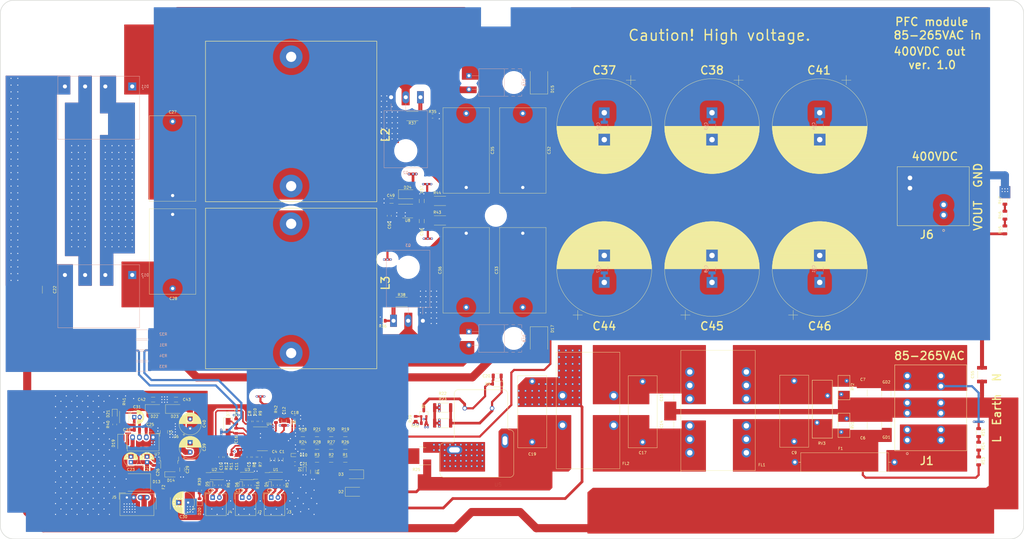
<source format=kicad_pcb>
(kicad_pcb (version 20171130) (host pcbnew "(5.1.7)-1")
  (title_block (date 2021-01-23))
  (layers (0 F.Cu signal) (1 In1.Cu signal) (2 In2.Cu signal) (31 B.Cu signal hide) (34 B.Paste user) (35 F.Paste user) (36 B.SilkS user) (37 F.SilkS user) (38 B.Mask user) (39 F.Mask user) (44 Edge.Cuts user))
  (net 0 "")
  (net 1 "Net-(C1-Pad1)")
  (net 2 "Net-(C2-Pad1)")
  (net 3 PFC_ENBL-)
  (net 4 "Net-(C3-Pad1)")
  (net 5 BOFO_ENBL-)
  (net 6 "Net-(C4-Pad1)")
  (net 7 "Net-(C5-Pad1)")
  (net 8 Earth)
  (net 9 "Net-(C6-Pad1)")
  (net 10 "Net-(C7-Pad2)")
  (net 11 "Net-(C8-Pad1)")
  (net 12 "Net-(C10-Pad1)")
  (net 13 "Net-(C11-Pad1)")
  (net 14 VCC)
  (net 15 PGOOD_SIGNAL-)
  (net 16 "Net-(C13-Pad1)")
  (net 17 "Net-(C14-Pad1)")
  (net 18 "Net-(C15-Pad2)")
  (net 19 "Net-(C16-Pad2)")
  (net 20 "Net-(C18-Pad1)")
  (net 21 AC_IN1)
  (net 22 AC_IN2)
  (net 23 "Net-(C20-Pad2)")
  (net 24 "Net-(C20-Pad1)")
  (net 25 "Net-(C21-Pad1)")
  (net 26 CS1)
  (net 27 "Net-(C23-Pad1)")
  (net 28 "Net-(C25-Pad1)")
  (net 29 "Net-(C27-Pad1)")
  (net 30 "Net-(C28-Pad1)")
  (net 31 -5V)
  (net 32 "Net-(C31-Pad1)")
  (net 33 VBUS)
  (net 34 +15V)
  (net 35 "Net-(C49-Pad1)")
  (net 36 "Net-(C50-Pad1)")
  (net 37 "Net-(D2-Pad1)")
  (net 38 "Net-(D11-Pad2)")
  (net 39 "Net-(D16-Pad2)")
  (net 40 "Net-(D18-Pad2)")
  (net 41 "Net-(D19-Pad2)")
  (net 42 "Net-(D20-Pad2)")
  (net 43 "Net-(D21-Pad2)")
  (net 44 "Net-(F2-Pad2)")
  (net 45 "Net-(Q1-Pad1)")
  (net 46 "Net-(Q2-Pad1)")
  (net 47 "Net-(Q3-Pad1)")
  (net 48 "Net-(R1-Pad1)")
  (net 49 "Net-(R2-Pad1)")
  (net 50 PFC_ENBL+)
  (net 51 BOFO_ENBL+)
  (net 52 VB_OK)
  (net 53 "Net-(R12-Pad2)")
  (net 54 "Net-(R13-Pad1)")
  (net 55 "Net-(R14-Pad1)")
  (net 56 PGOOD_SIGNAL+)
  (net 57 "Net-(R19-Pad1)")
  (net 58 "Net-(R20-Pad1)")
  (net 59 "Net-(R26-Pad1)")
  (net 60 "Net-(R27-Pad1)")
  (net 61 GATE)
  (net 62 DRIVER_IN+)
  (net 63 "Net-(F1-Pad1)")
  (net 64 GND)
  (net 65 "Net-(R43-Pad1)")
  (net 66 "Net-(R44-Pad1)")
  (net 67 "Net-(R45-Pad2)")
  (net 68 "Net-(R46-Pad2)")
  (module mylib-footprints:Weidmueller_1988610000 (layer F.Cu) (at 357.75 214.3 90)
    (fp_text reference J1 (at -7.7 7.25) (layer F.SilkS) (effects (font (size 3 3) (thickness 0.5))))
    (fp_text value "Weidmueller 1988610000" hide)
    (pad 1 thru_hole circle (at 0 12.4968 90) (size 3 3) (drill 1.7) (layers *.Cu *.Mask) (net 63 "Net-(F1-Pad1)"))
    (pad 1 thru_hole circle (at 3.81 12.4968 90) (size 3 3) (drill 1.7) (layers *.Cu *.Mask) (net 63 "Net-(F1-Pad1)"))
    (pad 1 thru_hole circle (at 0 0 90) (size 3 3) (drill 1.7) (layers *.Cu *.Mask) (net 63 "Net-(F1-Pad1)"))
    (pad 1 thru_hole circle (at 3.81 0 90) (size 3 3) (drill 1.7) (layers *.Cu *.Mask) (net 63 "Net-(F1-Pad1)"))
    (pad 2 thru_hole circle (at 10.0076 12.4968 90) (size 3 3) (drill 1.7) (layers *.Cu *.Mask) (net 8 Earth))
    (pad 2 thru_hole circle (at 13.8176 12.4968 90) (size 3 3) (drill 1.7) (layers *.Cu *.Mask) (net 8 Earth))
    (pad 2 thru_hole circle (at 10.0076 0 90) (size 3 3) (drill 1.7) (layers *.Cu *.Mask) (net 8 Earth))
    (pad 2 thru_hole circle (at 13.8176 0 90) (size 3 3) (drill 1.7) (layers *.Cu *.Mask) (net 8 Earth))
    (pad 3 thru_hole circle (at 20.0152 12.4968 90) (size 3 3) (drill 1.7) (layers *.Cu *.Mask) (net 10 "Net-(C7-Pad2)"))
    (pad 3 thru_hole circle (at 23.8252 12.4968 90) (size 3 3) (drill 1.7) (layers *.Cu *.Mask) (net 10 "Net-(C7-Pad2)"))
    (pad 3 thru_hole circle (at 20.0152 0 90) (size 3 3) (drill 1.7) (layers *.Cu *.Mask) (net 10 "Net-(C7-Pad2)"))
    (pad 3 thru_hole circle (at 23.8252 0 90) (size 3 3) (drill 1.7) (layers *.Cu *.Mask) (net 10 "Net-(C7-Pad2)"))
  )
  (module Fuse:Fuse_SunFuse-6HP (layer F.Cu) (at 353 222.5 180)
    (fp_text reference F1 (at 20 5.08) (layer F.SilkS))
    (fp_text value 50A)
    (pad 2 thru_hole circle (at 37 0 180) (size 2.4 2.4) (drill 1.2) (layers *.Cu *.Mask) (net 9 "Net-(C6-Pad1)"))
    (pad 1 thru_hole circle (at 0 0 180) (size 2.4 2.4) (drill 1.2) (layers *.Cu *.Mask) (net 63 "Net-(F1-Pad1)"))
  )
  (module Capacitor_THT:C_Rect_L31.5mm_W17.0mm_P27.50mm_MKS4 (layer F.Cu) (at 215 165 90)
    (fp_text reference C33 (at 13.75 -9.75 90) (layer F.SilkS))
    (fp_text value 1.5uF)
    (pad 1 thru_hole circle (at 0 0 90) (size 2.4 2.4) (drill 1.2) (layers *.Cu *.Mask) (net 33 VBUS))
    (pad 2 thru_hole circle (at 27.5 0 90) (size 2.4 2.4) (drill 1.2) (layers *.Cu *.Mask) (net 64 GND))
  )
  (module Diode_SMD:D_SMA (layer F.Cu) (at 152.5 233.5)
    (fp_text reference D2 (at -5 0) (layer F.SilkS))
    (fp_text value MRA4007T3G)
    (pad 1 smd rect (at -2 0) (size 2.5 1.8) (layers F.Cu F.Paste F.Mask) (net 37 "Net-(D2-Pad1)"))
    (pad 2 smd rect (at 2 0) (size 2.5 1.8) (layers F.Cu F.Paste F.Mask) (net 21 AC_IN1))
  )
  (module Resistor_SMD:R_0805_2012Metric (layer F.Cu) (at 108.6 207.35 90)
    (fp_text reference R17 (at 3.25 0 90) (layer F.SilkS))
    (fp_text value 68R)
    (pad 1 smd roundrect (at -0.9125 0 90) (size 1.025 1.4) (layers F.Cu F.Paste F.Mask) (roundrect_rratio 0.2439004878048781) (net 19 "Net-(C16-Pad2)"))
    (pad 2 smd roundrect (at 0.9125 0 90) (size 1.025 1.4) (layers F.Cu F.Paste F.Mask) (roundrect_rratio 0.2439004878048781) (net 26 CS1))
  )
  (module Diode_SMD:D_SOD-523 (layer F.Cu) (at 130.1 219.85)
    (fp_text reference D10 (at 3.5 0) (layer F.SilkS))
    (fp_text value PESD5V0L1UB,115)
    (pad 1 smd rect (at -0.7 0 180) (size 0.6 0.7) (layers F.Cu F.Paste F.Mask) (net 25 "Net-(C21-Pad1)"))
    (pad 2 smd rect (at 0.7 0 180) (size 0.6 0.7) (layers F.Cu F.Paste F.Mask) (net 64 GND))
  )
  (module Capacitor_SMD:C_1206_3216Metric (layer F.Cu) (at 125.1 221.6 270)
    (fp_text reference C1 (at -3 -0.5) (layer F.SilkS))
    (fp_text value 10uF)
    (pad 1 smd roundrect (at -1.475 0 270) (size 1.15 1.8) (layers F.Cu F.Paste F.Mask) (roundrect_rratio 0.2173904347826087) (net 1 "Net-(C1-Pad1)"))
    (pad 2 smd roundrect (at 1.475 0 270) (size 1.15 1.8) (layers F.Cu F.Paste F.Mask) (roundrect_rratio 0.2173904347826087) (net 64 GND))
  )
  (module Capacitor_SMD:C_0805_2012Metric (layer F.Cu) (at 123.1 231.1 270)
    (fp_text reference C2 (at 1.9 2.1 180) (layer F.SilkS))
    (fp_text value 0.1uF)
    (pad 2 smd roundrect (at 0.95 0 270) (size 1 1.45) (layers F.Cu F.Paste F.Mask) (net 3 PFC_ENBL-))
    (pad 1 smd roundrect (at -0.95 0 270) (size 1 1.45) (layers F.Cu F.Paste F.Mask) (net 2 "Net-(C2-Pad1)"))
  )
  (module Capacitor_SMD:C_0805_2012Metric (layer F.Cu) (at 101.35 231.1 270)
    (fp_text reference C3 (at 2 2.35 180) (layer F.SilkS))
    (fp_text value 0.1uF)
    (pad 1 smd roundrect (at -0.95 0 270) (size 1 1.45) (layers F.Cu F.Paste F.Mask) (net 4 "Net-(C3-Pad1)"))
    (pad 2 smd roundrect (at 0.95 0 270) (size 1 1.45) (layers F.Cu F.Paste F.Mask) (net 5 BOFO_ENBL-))
  )
  (module Capacitor_SMD:C_1206_3216Metric (layer F.Cu) (at 122.1 221.6 270)
    (fp_text reference C4 (at -3 -0.75) (layer F.SilkS))
    (fp_text value 10uF)
    (pad 1 smd roundrect (at -1.475 0 270) (size 1.15 1.8) (layers F.Cu F.Paste F.Mask) (roundrect_rratio 0.2173904347826087) (net 6 "Net-(C4-Pad1)"))
    (pad 2 smd roundrect (at 1.475 0 270) (size 1.15 1.8) (layers F.Cu F.Paste F.Mask) (roundrect_rratio 0.2173904347826087) (net 64 GND))
  )
  (module Capacitor_SMD:C_0805_2012Metric (layer F.Cu) (at 113.35 220.6 270)
    (fp_text reference C5 (at 2.75 0 90) (layer F.SilkS))
    (fp_text value 10nF)
    (pad 1 smd roundrect (at -0.95 0 270) (size 1 1.45) (layers F.Cu F.Paste F.Mask) (net 7 "Net-(C5-Pad1)"))
    (pad 2 smd roundrect (at 0.95 0 270) (size 1 1.45) (layers F.Cu F.Paste F.Mask) (net 64 GND))
  )
  (module mylib-footprints:C_2211_5728Metric (layer F.Cu) (at 341.25 209 90)
    (fp_text reference C6 (at -4.5 0 180) (layer F.SilkS))
    (fp_text value 2.2nF)
    (pad 2 smd roundrect (at 2.55 0 90) (size 1.35 3.7) (layers F.Cu F.Paste F.Mask) (roundrect_rratio 0.139) (net 8 Earth))
    (pad 1 smd roundrect (at -2.55 0 90) (size 1.35 3.7) (layers F.Cu F.Paste F.Mask) (roundrect_rratio 0.139) (net 9 "Net-(C6-Pad1)"))
  )
  (module mylib-footprints:C_2211_5728Metric (layer F.Cu) (at 341.25 196.8 90)
    (fp_text reference C7 (at 5 0 180) (layer F.SilkS))
    (fp_text value 2.2nF)
    (pad 2 smd roundrect (at 2.55 0 90) (size 1.35 3.7) (layers F.Cu F.Paste F.Mask) (roundrect_rratio 0.139) (net 10 "Net-(C7-Pad2)"))
    (pad 1 smd roundrect (at -2.55 0 90) (size 1.35 3.7) (layers F.Cu F.Paste F.Mask) (roundrect_rratio 0.139) (net 8 Earth))
  )
  (module Capacitor_SMD:C_0805_2012Metric (layer F.Cu) (at 113.6 207.35 90)
    (fp_text reference C8 (at 3 0 90) (layer F.SilkS))
    (fp_text value 10nF)
    (pad 2 smd roundrect (at 0.95 0 90) (size 1 1.45) (layers F.Cu F.Paste F.Mask) (net 64 GND))
    (pad 1 smd roundrect (at -0.95 0 90) (size 1 1.45) (layers F.Cu F.Paste F.Mask) (net 11 "Net-(C8-Pad1)"))
  )
  (module Capacitor_THT:C_Rect_L26.5mm_W10.5mm_P22.50mm_MKS4 (layer F.Cu) (at 315.75 214.8 90)
    (fp_text reference C9 (at -4.2 0 180) (layer F.SilkS))
    (fp_text value 1.5uF)
    (pad 1 thru_hole circle (at 0 0 90) (size 2.4 2.4) (drill 1.2) (layers *.Cu *.Mask) (net 9 "Net-(C6-Pad1)"))
    (pad 2 thru_hole circle (at 22.5 0 90) (size 2.4 2.4) (drill 1.2) (layers *.Cu *.Mask) (net 10 "Net-(C7-Pad2)"))
  )
  (module Capacitor_SMD:C_0805_2012Metric (layer F.Cu) (at 102.85 220.6 270)
    (fp_text reference C10 (at 3.4 -0.15 90) (layer F.SilkS))
    (fp_text value 4.7nF)
    (pad 1 smd roundrect (at -0.95 0 270) (size 1 1.45) (layers F.Cu F.Paste F.Mask) (net 12 "Net-(C10-Pad1)"))
    (pad 2 smd roundrect (at 0.95 0 270) (size 1 1.45) (layers F.Cu F.Paste F.Mask) (net 64 GND))
  )
  (module Capacitor_SMD:C_0805_2012Metric (layer F.Cu) (at 108.85 220.6 90)
    (fp_text reference C11 (at -3.4 -0.1 90) (layer F.SilkS))
    (fp_text value 0.1uF)
    (pad 1 smd roundrect (at -0.95 0 90) (size 1 1.45) (layers F.Cu F.Paste F.Mask) (net 13 "Net-(C11-Pad1)"))
    (pad 2 smd roundrect (at 0.95 0 90) (size 1 1.45) (layers F.Cu F.Paste F.Mask) (net 64 GND))
  )
  (module Capacitor_SMD:C_1206_3216Metric (layer F.Cu) (at 126.35 207.35 270)
    (fp_text reference C12 (at -4 0 270) (layer F.SilkS))
    (fp_text value 10uF)
    (pad 1 smd roundrect (at -1.475 0 270) (size 1.15 1.8) (layers F.Cu F.Paste F.Mask) (roundrect_rratio 0.2173904347826087) (net 64 GND))
    (pad 2 smd roundrect (at 1.475 0 270) (size 1.15 1.8) (layers F.Cu F.Paste F.Mask) (roundrect_rratio 0.2173904347826087) (net 14 VCC))
  )
  (module Capacitor_SMD:C_0805_2012Metric (layer F.Cu) (at 112.35 231.1 270)
    (fp_text reference C13 (at 1.9 2.6 180) (layer F.SilkS))
    (fp_text value 0.1uF)
    (pad 1 smd roundrect (at -0.95 0 270) (size 1 1.45) (layers F.Cu F.Paste F.Mask) (net 16 "Net-(C13-Pad1)"))
    (pad 2 smd roundrect (at 0.95 0 270) (size 1 1.45) (layers F.Cu F.Paste F.Mask) (net 15 PGOOD_SIGNAL-))
  )
  (module mylib-footprints:C_2211_5728Metric (layer F.Cu) (at 269.5 208.5 90)
    (fp_text reference C14 (at 0 -3 90) (layer F.SilkS))
    (fp_text value 2.2nF)
    (pad 1 smd roundrect (at -2.55 0 90) (size 1.35 3.7) (layers F.Cu F.Paste F.Mask) (roundrect_rratio 0.139) (net 17 "Net-(C14-Pad1)"))
    (pad 2 smd roundrect (at 2.55 0 90) (size 1.35 3.7) (layers F.Cu F.Paste F.Mask) (roundrect_rratio 0.139) (net 8 Earth))
  )
  (module mylib-footprints:C_2211_5728Metric (layer F.Cu) (at 269.5 198.5 90)
    (fp_text reference C15 (at 0 -3 90) (layer F.SilkS))
    (fp_text value 2.2nF)
    (pad 1 smd roundrect (at -2.55 0 90) (size 1.35 3.7) (layers F.Cu F.Paste F.Mask) (roundrect_rratio 0.139) (net 8 Earth))
    (pad 2 smd roundrect (at 2.55 0 90) (size 1.35 3.7) (layers F.Cu F.Paste F.Mask) (roundrect_rratio 0.139) (net 18 "Net-(C15-Pad2)"))
  )
  (module Capacitor_SMD:C_0805_2012Metric (layer F.Cu) (at 108.6 210.85 90)
    (fp_text reference C16 (at -3.25 0 90) (layer F.SilkS))
    (fp_text value 4.7nF)
    (pad 2 smd roundrect (at 0.95 0 90) (size 1 1.45) (layers F.Cu F.Paste F.Mask) (net 19 "Net-(C16-Pad2)"))
    (pad 1 smd roundrect (at -0.95 0 90) (size 1 1.45) (layers F.Cu F.Paste F.Mask) (net 64 GND))
  )
  (module Capacitor_THT:C_Rect_L26.5mm_W10.5mm_P22.50mm_MKS4 (layer F.Cu) (at 259.5 215.05 90)
    (fp_text reference C17 (at -3.95 0 180) (layer F.SilkS))
    (fp_text value 1.5uF)
    (pad 1 thru_hole circle (at 0 0 90) (size 2.4 2.4) (drill 1.2) (layers *.Cu *.Mask) (net 17 "Net-(C14-Pad1)"))
    (pad 2 thru_hole circle (at 22.5 0 90) (size 2.4 2.4) (drill 1.2) (layers *.Cu *.Mask) (net 18 "Net-(C15-Pad2)"))
  )
  (module Capacitor_SMD:C_0805_2012Metric (layer F.Cu) (at 130.35 205.85)
    (fp_text reference C18 (at 0 -1.75 180) (layer F.SilkS))
    (fp_text value 10nF)
    (pad 2 smd roundrect (at 0.95 0) (size 1 1.45) (layers F.Cu F.Paste F.Mask) (net 64 GND))
    (pad 1 smd roundrect (at -0.95 0) (size 1 1.45) (layers F.Cu F.Paste F.Mask) (net 20 "Net-(C18-Pad1)"))
  )
  (module Capacitor_THT:C_Rect_L26.5mm_W10.5mm_P22.50mm_MKS4 (layer F.Cu) (at 218.5 215 90)
    (fp_text reference C19 (at -4.5 0 180) (layer F.SilkS))
    (fp_text value 1.5uF)
    (pad 2 thru_hole circle (at 22.5 0 90) (size 2.4 2.4) (drill 1.2) (layers *.Cu *.Mask) (net 22 AC_IN2))
    (pad 1 thru_hole circle (at 0 0 90) (size 2.4 2.4) (drill 1.2) (layers *.Cu *.Mask) (net 21 AC_IN1))
  )
  (module Capacitor_SMD:C_1206_3216Metric (layer F.Cu) (at 205.5 190.5 180)
    (fp_text reference C20 (at 4 0) (layer F.SilkS))
    (fp_text value 10uF)
    (pad 2 smd roundrect (at 1.475 0 180) (size 1.15 1.8) (layers F.Cu F.Paste F.Mask) (roundrect_rratio 0.2173904347826087) (net 23 "Net-(C20-Pad2)"))
    (pad 1 smd roundrect (at -1.475 0 180) (size 1.15 1.8) (layers F.Cu F.Paste F.Mask) (roundrect_rratio 0.2173904347826087) (net 24 "Net-(C20-Pad1)"))
  )
  (module Capacitor_SMD:C_0805_2012Metric (layer F.Cu) (at 130.4 223.1)
    (fp_text reference C21 (at 3.2 0 180) (layer F.SilkS))
    (fp_text value 22pF)
    (pad 2 smd roundrect (at 0.95 0) (size 1 1.45) (layers F.Cu F.Paste F.Mask) (net 64 GND))
    (pad 1 smd roundrect (at -0.95 0) (size 1 1.45) (layers F.Cu F.Paste F.Mask) (net 25 "Net-(C21-Pad1)"))
  )
  (module mylib-footprints:C_2211_5728Metric (layer F.Cu) (at 38.25 158.45 270)
    (fp_text reference C22 (at 0 -3 90) (layer F.SilkS))
    (fp_text value 1nF)
    (pad 1 smd roundrect (at -2.55 0 270) (size 1.35 3.7) (layers F.Cu F.Paste F.Mask) (roundrect_rratio 0.139) (net 26 CS1))
    (pad 2 smd roundrect (at 2.55 0 270) (size 1.35 3.7) (layers F.Cu F.Paste F.Mask) (roundrect_rratio 0.139) (net 8 Earth))
  )
  (module Capacitor_THT:CP_Radial_D5.0mm_P2.00mm (layer F.Cu) (at 69.5 222.5 90)
    (fp_text reference C23 (at -2.75 0 180) (layer F.SilkS))
    (fp_text value 22uF)
    (pad 1 thru_hole rect (at 0 0 90) (size 1.6 1.6) (drill 0.8) (layers *.Cu *.Mask) (net 27 "Net-(C23-Pad1)"))
    (pad 2 thru_hole circle (at 2 0 90) (size 1.6 1.6) (drill 0.8) (layers *.Cu *.Mask) (net 64 GND))
  )
  (module Capacitor_THT:CP_Radial_D5.0mm_P2.00mm (layer F.Cu) (at 75.5 222.5 90)
    (fp_text reference C24 (at -2.75 0 180) (layer F.SilkS))
    (fp_text value 22uF)
    (pad 1 thru_hole rect (at 0 0 90) (size 1.6 1.6) (drill 0.8) (layers *.Cu *.Mask) (net 27 "Net-(C23-Pad1)"))
    (pad 2 thru_hole circle (at 2 0 90) (size 1.6 1.6) (drill 0.8) (layers *.Cu *.Mask) (net 64 GND))
  )
  (module Capacitor_SMD:C_1206_3216Metric (layer F.Cu) (at 76.65 210.35)
    (fp_text reference C25 (at 0 -1.85) (layer F.SilkS))
    (fp_text value 10uF)
    (pad 2 smd roundrect (at 1.475 0) (size 1.15 1.8) (layers F.Cu F.Paste F.Mask) (roundrect_rratio 0.2173904347826087) (net 64 GND))
    (pad 1 smd roundrect (at -1.475 0) (size 1.15 1.8) (layers F.Cu F.Paste F.Mask) (roundrect_rratio 0.2173904347826087) (net 28 "Net-(C25-Pad1)"))
  )
  (module Capacitor_SMD:C_0805_2012Metric (layer F.Cu) (at 79.25 222.75 90)
    (fp_text reference C26 (at -3.5 0.25 90) (layer F.SilkS))
    (fp_text value 0.1uF)
    (pad 1 smd roundrect (at -0.95 0 90) (size 1 1.45) (layers F.Cu F.Paste F.Mask) (net 27 "Net-(C23-Pad1)"))
    (pad 2 smd roundrect (at 0.95 0 90) (size 1 1.45) (layers F.Cu F.Paste F.Mask) (net 64 GND))
  )
  (module Capacitor_THT:C_Rect_L31.5mm_W17.0mm_P27.50mm_MKS4 (layer F.Cu) (at 85 96 270)
    (fp_text reference C27 (at -3.5 0) (layer F.SilkS))
    (fp_text value 1.5uF)
    (pad 1 thru_hole circle (at 0 0 270) (size 2.4 2.4) (drill 1.2) (layers *.Cu *.Mask) (net 29 "Net-(C27-Pad1)"))
    (pad 2 thru_hole circle (at 27.5 0 270) (size 2.4 2.4) (drill 1.2) (layers *.Cu *.Mask) (net 64 GND))
  )
  (module Capacitor_THT:C_Rect_L31.5mm_W17.0mm_P27.50mm_MKS4 (layer F.Cu) (at 85 158 90)
    (fp_text reference C28 (at -3.75 0.25 180) (layer F.SilkS))
    (fp_text value 1.5uF)
    (pad 1 thru_hole circle (at 0 0 90) (size 2.4 2.4) (drill 1.2) (layers *.Cu *.Mask) (net 30 "Net-(C28-Pad1)"))
    (pad 2 thru_hole circle (at 27.5 0 90) (size 2.4 2.4) (drill 1.2) (layers *.Cu *.Mask) (net 64 GND))
  )
  (module Capacitor_SMD:C_1206_3216Metric (layer F.Cu) (at 88.5 225.25 270)
    (fp_text reference C29 (at 0 -2 90) (layer F.SilkS))
    (fp_text value 10uF)
    (pad 1 smd roundrect (at -1.475 0 270) (size 1.15 1.8) (layers F.Cu F.Paste F.Mask) (roundrect_rratio 0.2173904347826087) (net 14 VCC))
    (pad 2 smd roundrect (at 1.475 0 270) (size 1.15 1.8) (layers F.Cu F.Paste F.Mask) (roundrect_rratio 0.2173904347826087) (net 64 GND))
  )
  (module Capacitor_THT:CP_Radial_D8.0mm_P3.50mm (layer F.Cu) (at 90.75 237.5 180)
    (fp_text reference C30 (at 1.75 -5.25) (layer F.SilkS))
    (fp_text value 330uF)
    (pad 1 thru_hole rect (at 0 0 180) (size 1.6 1.6) (drill 0.8) (layers *.Cu *.Mask) (net 14 VCC))
    (pad 2 thru_hole circle (at 3.5 0 180) (size 1.6 1.6) (drill 0.8) (layers *.Cu *.Mask) (net 64 GND))
  )
  (module Capacitor_THT:CP_Radial_D5.0mm_P2.00mm (layer F.Cu) (at 70.75 205.75)
    (fp_text reference C31 (at 1 -3.75) (layer F.SilkS))
    (fp_text value 22uF)
    (pad 2 thru_hole circle (at 2 0) (size 1.6 1.6) (drill 0.8) (layers *.Cu *.Mask) (net 31 -5V))
    (pad 1 thru_hole rect (at 0 0) (size 1.6 1.6) (drill 0.8) (layers *.Cu *.Mask) (net 32 "Net-(C31-Pad1)"))
  )
  (module Capacitor_THT:C_Rect_L31.5mm_W17.0mm_P27.50mm_MKS4 (layer F.Cu) (at 215 93 270)
    (fp_text reference C32 (at 13.75 -9.75 90) (layer F.SilkS))
    (fp_text value 1.5uF)
    (pad 2 thru_hole circle (at 27.5 0 270) (size 2.4 2.4) (drill 1.2) (layers *.Cu *.Mask) (net 64 GND))
    (pad 1 thru_hole circle (at 0 0 270) (size 2.4 2.4) (drill 1.2) (layers *.Cu *.Mask) (net 33 VBUS))
  )
  (module Capacitor_SMD:C_0805_2012Metric (layer F.Cu) (at 71.75 210.5)
    (fp_text reference C34 (at -3.75 0) (layer F.SilkS))
    (fp_text value 0.1uF)
    (pad 2 smd roundrect (at 0.95 0) (size 1 1.45) (layers F.Cu F.Paste F.Mask) (net 31 -5V))
    (pad 1 smd roundrect (at -0.95 0) (size 1 1.45) (layers F.Cu F.Paste F.Mask) (net 32 "Net-(C31-Pad1)"))
  )
  (module Capacitor_THT:C_Rect_L31.5mm_W17.0mm_P27.50mm_MKS4 (layer F.Cu) (at 194 93 270)
    (fp_text reference C35 (at 13.75 -9.75 90) (layer F.SilkS))
    (fp_text value 1.5uF)
    (pad 2 thru_hole circle (at 27.5 0 270) (size 2.4 2.4) (drill 1.2) (layers *.Cu *.Mask) (net 64 GND))
    (pad 1 thru_hole circle (at 0 0 270) (size 2.4 2.4) (drill 1.2) (layers *.Cu *.Mask) (net 33 VBUS))
  )
  (module Capacitor_THT:C_Rect_L31.5mm_W17.0mm_P27.50mm_MKS4 (layer F.Cu) (at 194 165 90)
    (fp_text reference C36 (at 13.75 -9.75 90) (layer F.SilkS))
    (fp_text value 1.5uF)
    (pad 2 thru_hole circle (at 27.5 0 90) (size 2.4 2.4) (drill 1.2) (layers *.Cu *.Mask) (net 64 GND))
    (pad 1 thru_hole circle (at 0 0 90) (size 2.4 2.4) (drill 1.2) (layers *.Cu *.Mask) (net 33 VBUS))
  )
  (module Capacitor_THT:CP_Radial_D35.0mm_P10.00mm_SnapIn (layer F.Cu) (at 245.25 92.75 270)
    (fp_text reference C37 (at -15.75 0 180) (layer F.SilkS) (effects (font (size 3 3) (thickness 0.5))))
    (fp_text value 330uF)
    (pad 2 thru_hole circle (at 10 0 270) (size 4 4) (drill 2) (layers *.Cu *.Mask) (net 64 GND))
    (pad 1 thru_hole rect (at 0 0 270) (size 4 4) (drill 2) (layers *.Cu *.Mask) (net 33 VBUS))
  )
  (module Capacitor_THT:CP_Radial_D35.0mm_P10.00mm_SnapIn (layer F.Cu) (at 285.25 92.75 270)
    (fp_text reference C38 (at -15.75 0 180) (layer F.SilkS) (effects (font (size 3 3) (thickness 0.5))))
    (fp_text value 330uF)
    (pad 1 thru_hole rect (at 0 0 270) (size 4 4) (drill 2) (layers *.Cu *.Mask) (net 33 VBUS))
    (pad 2 thru_hole circle (at 10 0 270) (size 4 4) (drill 2) (layers *.Cu *.Mask) (net 64 GND))
  )
  (module Capacitor_THT:CP_Radial_D8.0mm_P3.50mm (layer F.Cu) (at 91.5 218.75 90)
    (fp_text reference C39 (at 1.75 5.25 90) (layer F.SilkS))
    (fp_text value 330uF)
    (pad 1 thru_hole rect (at 0 0 90) (size 1.6 1.6) (drill 0.8) (layers *.Cu *.Mask) (net 34 +15V))
    (pad 2 thru_hole circle (at 3.5 0 90) (size 1.6 1.6) (drill 0.8) (layers *.Cu *.Mask) (net 64 GND))
  )
  (module Capacitor_THT:CP_Radial_D8.0mm_P3.50mm (layer F.Cu) (at 91.5 210 90)
    (fp_text reference C40 (at 1.75 5.25 90) (layer F.SilkS))
    (fp_text value 330uF)
    (pad 2 thru_hole circle (at 3.5 0 90) (size 1.6 1.6) (drill 0.8) (layers *.Cu *.Mask) (net 31 -5V))
    (pad 1 thru_hole rect (at 0 0 90) (size 1.6 1.6) (drill 0.8) (layers *.Cu *.Mask) (net 64 GND))
  )
  (module Capacitor_THT:CP_Radial_D35.0mm_P10.00mm_SnapIn (layer F.Cu) (at 325.25 92.75 270)
    (fp_text reference C41 (at -15.75 0.25 180) (layer F.SilkS) (effects (font (size 3 3) (thickness 0.5))))
    (fp_text value 330uF)
    (pad 2 thru_hole circle (at 10 0 270) (size 4 4) (drill 2) (layers *.Cu *.Mask) (net 64 GND))
    (pad 1 thru_hole rect (at 0 0 270) (size 4 4) (drill 2) (layers *.Cu *.Mask) (net 33 VBUS))
  )
  (module Capacitor_SMD:C_1206_3216Metric (layer F.Cu) (at 77.75 199.25)
    (fp_text reference C42 (at -4.25 0) (layer F.SilkS))
    (fp_text value 10uF)
    (pad 1 smd roundrect (at -1.475 0) (size 1.15 1.8) (layers F.Cu F.Paste F.Mask) (roundrect_rratio 0.2173904347826087) (net 34 +15V))
    (pad 2 smd roundrect (at 1.475 0) (size 1.15 1.8) (layers F.Cu F.Paste F.Mask) (roundrect_rratio 0.2173904347826087) (net 64 GND))
  )
  (module Capacitor_SMD:C_1206_3216Metric (layer F.Cu) (at 86.25 199.25)
    (fp_text reference C43 (at 4 0) (layer F.SilkS))
    (fp_text value 10uF)
    (pad 2 smd roundrect (at 1.475 0) (size 1.15 1.8) (layers F.Cu F.Paste F.Mask) (roundrect_rratio 0.2173904347826087) (net 31 -5V))
    (pad 1 smd roundrect (at -1.475 0) (size 1.15 1.8) (layers F.Cu F.Paste F.Mask) (roundrect_rratio 0.2173904347826087) (net 64 GND))
  )
  (module Capacitor_THT:CP_Radial_D35.0mm_P10.00mm_SnapIn (layer F.Cu) (at 245.25 155.75 90)
    (fp_text reference C44 (at -16.25 0 180) (layer F.SilkS) (effects (font (size 3 3) (thickness 0.5))))
    (fp_text value 330uF)
    (pad 1 thru_hole rect (at 0 0 90) (size 4 4) (drill 2) (layers *.Cu *.Mask) (net 33 VBUS))
    (pad 2 thru_hole circle (at 10 0 90) (size 4 4) (drill 2) (layers *.Cu *.Mask) (net 64 GND))
  )
  (module Capacitor_THT:CP_Radial_D35.0mm_P10.00mm_SnapIn (layer F.Cu) (at 285.25 155.75 90)
    (fp_text reference C45 (at -16.25 0 180) (layer F.SilkS) (effects (font (size 3 3) (thickness 0.5))))
    (fp_text value 330uF)
    (pad 1 thru_hole rect (at 0 0 90) (size 4 4) (drill 2) (layers *.Cu *.Mask) (net 33 VBUS))
    (pad 2 thru_hole circle (at 10 0 90) (size 4 4) (drill 2) (layers *.Cu *.Mask) (net 64 GND))
  )
  (module Capacitor_THT:CP_Radial_D35.0mm_P10.00mm_SnapIn (layer F.Cu) (at 325.25 155.75 90)
    (fp_text reference C46 (at -16.25 0 180) (layer F.SilkS) (effects (font (size 3 3) (thickness 0.5))))
    (fp_text value 330uF)
    (pad 2 thru_hole circle (at 10 0 90) (size 4 4) (drill 2) (layers *.Cu *.Mask) (net 64 GND))
    (pad 1 thru_hole rect (at 0 0 90) (size 4 4) (drill 2) (layers *.Cu *.Mask) (net 33 VBUS))
  )
  (module Capacitor_SMD:C_1210_3225Metric (layer B.Cu) (at 245.25 150.75 90)
    (fp_text reference C47 (at 0 -2.25 270) (layer B.SilkS) (effects (justify mirror)))
    (fp_text value 0.1uF)
    (pad 1 smd roundrect (at -1.475 0 90) (size 1.15 2.7) (layers B.Cu B.Paste B.Mask) (roundrect_rratio 0.2173904347826087) (net 33 VBUS))
    (pad 2 smd roundrect (at 1.475 0 90) (size 1.15 2.7) (layers B.Cu B.Paste B.Mask) (roundrect_rratio 0.2173904347826087) (net 64 GND))
  )
  (module Capacitor_SMD:C_1210_3225Metric (layer B.Cu) (at 285.25 150.75 90)
    (fp_text reference C48 (at 0 -2.25 270) (layer B.SilkS) (effects (justify mirror)))
    (fp_text value 0.1uF)
    (pad 2 smd roundrect (at 1.475 0 90) (size 1.15 2.7) (layers B.Cu B.Paste B.Mask) (roundrect_rratio 0.2173904347826087) (net 64 GND))
    (pad 1 smd roundrect (at -1.475 0 90) (size 1.15 2.7) (layers B.Cu B.Paste B.Mask) (roundrect_rratio 0.2173904347826087) (net 33 VBUS))
  )
  (module Capacitor_SMD:C_1206_3216Metric (layer F.Cu) (at 166.25 125.5 180)
    (fp_text reference C49 (at 0.25 2) (layer F.SilkS))
    (fp_text value 10uF)
    (pad 2 smd roundrect (at 1.475 0 180) (size 1.15 1.8) (layers F.Cu F.Paste F.Mask) (roundrect_rratio 0.2173904347826087) (net 64 GND))
    (pad 1 smd roundrect (at -1.475 0 180) (size 1.15 1.8) (layers F.Cu F.Paste F.Mask) (roundrect_rratio 0.2173904347826087) (net 35 "Net-(C49-Pad1)"))
  )
  (module Capacitor_SMD:C_0805_2012Metric (layer F.Cu) (at 165.4 131 270)
    (fp_text reference C50 (at 3.5 -0.1 90) (layer F.SilkS))
    (fp_text value 22pF)
    (pad 1 smd roundrect (at -0.95 0 270) (size 1 1.45) (layers F.Cu F.Paste F.Mask) (net 36 "Net-(C50-Pad1)"))
    (pad 2 smd roundrect (at 0.95 0 270) (size 1 1.45) (layers F.Cu F.Paste F.Mask) (net 64 GND))
  )
  (module Capacitor_SMD:C_1210_3225Metric (layer B.Cu) (at 325.25 150.75 90)
    (fp_text reference C51 (at 0 -2.25 270) (layer B.SilkS) (effects (justify mirror)))
    (fp_text value 0.1uF)
    (pad 1 smd roundrect (at -1.475 0 90) (size 1.15 2.7) (layers B.Cu B.Paste B.Mask) (roundrect_rratio 0.2173904347826087) (net 33 VBUS))
    (pad 2 smd roundrect (at 1.475 0 90) (size 1.15 2.7) (layers B.Cu B.Paste B.Mask) (roundrect_rratio 0.2173904347826087) (net 64 GND))
  )
  (module Capacitor_SMD:C_1210_3225Metric (layer B.Cu) (at 245.25 97.75 270)
    (fp_text reference C52 (at 0 2.25 270) (layer B.SilkS) (effects (justify mirror)))
    (fp_text value 0.1uF)
    (pad 2 smd roundrect (at 1.475 0 270) (size 1.15 2.7) (layers B.Cu B.Paste B.Mask) (roundrect_rratio 0.2173904347826087) (net 64 GND))
    (pad 1 smd roundrect (at -1.475 0 270) (size 1.15 2.7) (layers B.Cu B.Paste B.Mask) (roundrect_rratio 0.2173904347826087) (net 33 VBUS))
  )
  (module Capacitor_SMD:C_1210_3225Metric (layer B.Cu) (at 285.25 97.75 270)
    (fp_text reference C53 (at 0 2.25 270) (layer B.SilkS) (effects (justify mirror)))
    (fp_text value 0.1uF)
    (pad 2 smd roundrect (at 1.475 0 270) (size 1.15 2.7) (layers B.Cu B.Paste B.Mask) (roundrect_rratio 0.2173904347826087) (net 64 GND))
    (pad 1 smd roundrect (at -1.475 0 270) (size 1.15 2.7) (layers B.Cu B.Paste B.Mask) (roundrect_rratio 0.2173904347826087) (net 33 VBUS))
  )
  (module Capacitor_SMD:C_1210_3225Metric (layer B.Cu) (at 325.25 97.75 270)
    (fp_text reference C54 (at 0 2.25 270) (layer B.SilkS) (effects (justify mirror)))
    (fp_text value 0.1uF)
    (pad 1 smd roundrect (at -1.475 0 270) (size 1.15 2.7) (layers B.Cu B.Paste B.Mask) (roundrect_rratio 0.2173904347826087) (net 33 VBUS))
    (pad 2 smd roundrect (at 1.475 0 270) (size 1.15 2.7) (layers B.Cu B.Paste B.Mask) (roundrect_rratio 0.2173904347826087) (net 64 GND))
  )
  (module mylib-footprints:C_2211_5728Metric (layer F.Cu) (at 385.5 190 270)
    (fp_text reference C55 (at 0 3.5 90) (layer F.SilkS))
    (fp_text value 1nF)
    (pad 2 smd roundrect (at 2.55 0 270) (size 1.35 3.7) (layers F.Cu F.Paste F.Mask) (roundrect_rratio 0.139) (net 8 Earth))
    (pad 1 smd roundrect (at -2.55 0 270) (size 1.35 3.7) (layers F.Cu F.Paste F.Mask) (roundrect_rratio 0.139) (net 33 VBUS))
  )
  (module Capacitor_SMD:C_1206_3216Metric (layer F.Cu) (at 177.5 133 270)
    (fp_text reference C56 (at 4 0 90) (layer F.SilkS))
    (fp_text value 10uF)
    (pad 1 smd roundrect (at -1.475 0 270) (size 1.15 1.8) (layers F.Cu F.Paste F.Mask) (roundrect_rratio 0.2173904347826087) (net 34 +15V))
    (pad 2 smd roundrect (at 1.475 0 270) (size 1.15 1.8) (layers F.Cu F.Paste F.Mask) (roundrect_rratio 0.2173904347826087) (net 64 GND))
  )
  (module Capacitor_SMD:C_1206_3216Metric (layer F.Cu) (at 177.5 125.525 270)
    (fp_text reference C57 (at -4.275 0 90) (layer F.SilkS))
    (fp_text value 10uF)
    (pad 2 smd roundrect (at 1.475 0 270) (size 1.15 1.8) (layers F.Cu F.Paste F.Mask) (roundrect_rratio 0.2173904347826087) (net 31 -5V))
    (pad 1 smd roundrect (at -1.475 0 270) (size 1.15 1.8) (layers F.Cu F.Paste F.Mask) (roundrect_rratio 0.2173904347826087) (net 64 GND))
  )
  (module Diode_SMD:D_SOD-523 (layer F.Cu) (at 134 225.3 270)
    (fp_text reference D1 (at -0.25 1.75 90) (layer F.SilkS))
    (fp_text value PESD5V0L1UB,115)
    (pad 2 smd rect (at 0.7 0 90) (size 0.6 0.7) (layers F.Cu F.Paste F.Mask) (net 64 GND))
    (pad 1 smd rect (at -0.7 0 90) (size 0.6 0.7) (layers F.Cu F.Paste F.Mask) (net 1 "Net-(C1-Pad1)"))
  )
  (module Diode_SMD:D_SOD-523 (layer F.Cu) (at 121.1 230.85 270)
    (fp_text reference D4 (at -0.1 1.35 90) (layer F.SilkS))
    (fp_text value PESD5V0L1UB,115)
    (pad 2 smd rect (at 0.7 0 90) (size 0.6 0.7) (layers F.Cu F.Paste F.Mask) (net 3 PFC_ENBL-))
    (pad 1 smd rect (at -0.7 0 90) (size 0.6 0.7) (layers F.Cu F.Paste F.Mask) (net 2 "Net-(C2-Pad1)"))
  )
  (module Diode_SMD:D_SOD-523 (layer F.Cu) (at 99.35 230.85 270)
    (fp_text reference D5 (at -0.25 1.5 90) (layer F.SilkS))
    (fp_text value PESD5V0L1UB,115)
    (pad 1 smd rect (at -0.7 0 90) (size 0.6 0.7) (layers F.Cu F.Paste F.Mask) (net 4 "Net-(C3-Pad1)"))
    (pad 2 smd rect (at 0.7 0 90) (size 0.6 0.7) (layers F.Cu F.Paste F.Mask) (net 5 BOFO_ENBL-))
  )
  (module Diode_SMD:D_SOD-523 (layer F.Cu) (at 110.35 230.85 270)
    (fp_text reference D6 (at 0 1.5 90) (layer F.SilkS))
    (fp_text value PESD5V0L1UB,115)
    (pad 1 smd rect (at -0.7 0 90) (size 0.6 0.7) (layers F.Cu F.Paste F.Mask) (net 16 "Net-(C13-Pad1)"))
    (pad 2 smd rect (at 0.7 0 90) (size 0.6 0.7) (layers F.Cu F.Paste F.Mask) (net 15 PGOOD_SIGNAL-))
  )
  (module Diode_SMD:D_SOD-523 (layer F.Cu) (at 130.1 209.1)
    (fp_text reference D8 (at -0.25 -1.5) (layer F.SilkS))
    (fp_text value PESD5V0L1UB,115)
    (pad 2 smd rect (at 0.7 0 180) (size 0.6 0.7) (layers F.Cu F.Paste F.Mask) (net 64 GND))
    (pad 1 smd rect (at -0.7 0 180) (size 0.6 0.7) (layers F.Cu F.Paste F.Mask) (net 20 "Net-(C18-Pad1)"))
  )
  (module Diode_SMD:D_SOD-123 (layer F.Cu) (at 205.5 193.5 180)
    (fp_text reference D9 (at 3.5 0) (layer F.SilkS))
    (fp_text value 1N5819)
    (pad 1 smd rect (at -1.65 0 180) (size 0.9 1.2) (layers F.Cu F.Paste F.Mask) (net 24 "Net-(C20-Pad1)"))
    (pad 2 smd rect (at 1.65 0 180) (size 0.9 1.2) (layers F.Cu F.Paste F.Mask) (net 23 "Net-(C20-Pad2)"))
  )
  (module mylib-footprints:CONV_TS50P07GHD2G (layer B.Cu) (at 70 83 180)
    (fp_text reference D11 (at -4.75 0) (layer B.SilkS) (effects (justify mirror)))
    (fp_text value 50A)
    (pad "" np_thru_hole circle (at 12 -14 180) (size 3.2 3.2) (drill 3.2) (layers *.Cu *.Mask))
    (pad 1 thru_hole rect (at 0 0 180) (size 3 3) (drill 1.5) (layers *.Cu *.Mask) (net 29 "Net-(C27-Pad1)"))
    (pad 2 thru_hole circle (at 10 0 180) (size 3 3) (drill 1.5) (layers *.Cu *.Mask) (net 38 "Net-(D11-Pad2)"))
    (pad 3 thru_hole circle (at 17.5 0 180) (size 3 3) (drill 1.5) (layers *.Cu *.Mask) (net 22 AC_IN2))
    (pad 4 thru_hole circle (at 25 0 180) (size 3 3) (drill 1.5) (layers *.Cu *.Mask) (net 26 CS1))
  )
  (module mylib-footprints:CONV_TS50P07GHD2G (layer B.Cu) (at 70 153 180)
    (fp_text reference D12 (at -4.75 0) (layer B.SilkS) (effects (justify mirror)))
    (fp_text value 50A)
    (pad 4 thru_hole circle (at 25 0 180) (size 3 3) (drill 1.5) (layers *.Cu *.Mask) (net 26 CS1))
    (pad 3 thru_hole circle (at 17.5 0 180) (size 3 3) (drill 1.5) (layers *.Cu *.Mask) (net 22 AC_IN2))
    (pad 2 thru_hole circle (at 10 0 180) (size 3 3) (drill 1.5) (layers *.Cu *.Mask) (net 38 "Net-(D11-Pad2)"))
    (pad 1 thru_hole rect (at 0 0 180) (size 3 3) (drill 1.5) (layers *.Cu *.Mask) (net 30 "Net-(C28-Pad1)"))
    (pad "" np_thru_hole circle (at 12 -14 180) (size 3.2 3.2) (drill 3.2) (layers *.Cu *.Mask))
  )
  (module Diode_SMD:D_SMC (layer F.Cu) (at 72 230 180)
    (fp_text reference D13 (at -7 0.25) (layer F.SilkS))
    (fp_text value SMCJ30A)
    (pad 2 smd rect (at 3.4 0 270) (size 3.3 2.5) (layers F.Cu F.Paste F.Mask) (net 64 GND))
    (pad 1 smd rect (at -3.4 0 270) (size 3.3 2.5) (layers F.Cu F.Paste F.Mask) (net 27 "Net-(C23-Pad1)"))
  )
  (module Diode_SMD:D_SOD-123 (layer F.Cu) (at 84.35 227)
    (fp_text reference D14 (at 0 2.25) (layer F.SilkS))
    (fp_text value 1N5819)
    (pad 2 smd rect (at 1.65 0) (size 0.9 1.2) (layers F.Cu F.Paste F.Mask) (net 14 VCC))
    (pad 1 smd rect (at -1.65 0) (size 0.9 1.2) (layers F.Cu F.Paste F.Mask) (net 27 "Net-(C23-Pad1)"))
  )
  (module Diode_SMD:D_SMC (layer F.Cu) (at 221 81 90)
    (fp_text reference D15 (at -3 5 90) (layer F.SilkS))
    (fp_text value "S15MC V7G")
    (pad 2 smd rect (at 3.4 0 180) (size 3.3 2.5) (layers F.Cu F.Paste F.Mask) (net 29 "Net-(C27-Pad1)"))
    (pad 1 smd rect (at -3.4 0 180) (size 3.3 2.5) (layers F.Cu F.Paste F.Mask) (net 33 VBUS))
  )
  (module Diode_SMD:D_SMC (layer F.Cu) (at 221 177 270)
    (fp_text reference D17 (at -4 -5 90) (layer F.SilkS))
    (fp_text value "S15MC V7G")
    (pad 1 smd rect (at -3.4 0) (size 3.3 2.5) (layers F.Cu F.Paste F.Mask) (net 33 VBUS))
    (pad 2 smd rect (at 3.4 0) (size 3.3 2.5) (layers F.Cu F.Paste F.Mask) (net 30 "Net-(C28-Pad1)"))
  )
  (module Package_TO_SOT_THT:TO-220-2_Horizontal_TabUp (layer B.Cu) (at 195 174 270)
    (fp_text reference D18 (at 2.54 -20.58 90) (layer B.SilkS) (effects (justify mirror)))
    (fp_text value C6D10065A)
    (pad "" np_thru_hole oval (at 2.54 -16.66 270) (size 3.5 3.5) (drill 3.5) (layers *.Cu *.Mask))
    (pad 1 thru_hole rect (at 0 0 270) (size 2 2) (drill 1.1) (layers *.Cu *.Mask) (net 33 VBUS))
    (pad 2 thru_hole oval (at 5.08 0 270) (size 2 2) (drill 1.1) (layers *.Cu *.Mask) (net 40 "Net-(D18-Pad2)"))
  )
  (module LED_SMD:LED_0805_2012Metric (layer F.Cu) (at 95 237 90)
    (fp_text reference D20 (at -3.75 0 90) (layer F.SilkS))
    (fp_text value GREEN)
    (pad 1 smd roundrect (at -0.9375 0 90) (size 0.975 1.4) (layers F.Cu F.Paste F.Mask) (net 64 GND))
    (pad 2 smd roundrect (at 0.9375 0 90) (size 0.975 1.4) (layers F.Cu F.Paste F.Mask) (net 42 "Net-(D20-Pad2)"))
  )
  (module LED_SMD:LED_0805_2012Metric (layer F.Cu) (at 63.5 204.5 270)
    (fp_text reference D21 (at 0 2.5 90) (layer F.SilkS))
    (fp_text value GREEN)
    (pad 2 smd roundrect (at 0.9375 0 270) (size 0.975 1.4) (layers F.Cu F.Paste F.Mask) (net 43 "Net-(D21-Pad2)"))
    (pad 1 smd roundrect (at -0.9375 0 270) (size 0.975 1.4) (layers F.Cu F.Paste F.Mask) (net 31 -5V))
  )
  (module Diode_SMD:D_SMA (layer F.Cu) (at 78.25 202.75)
    (fp_text reference D22 (at 0 2.75) (layer F.SilkS))
    (fp_text value 15V)
    (pad 1 smd rect (at -2 0) (size 2.5 1.8) (layers F.Cu F.Paste F.Mask) (net 34 +15V))
    (pad 2 smd rect (at 2 0) (size 2.5 1.8) (layers F.Cu F.Paste F.Mask) (net 64 GND))
  )
  (module Diode_SMD:D_SMA (layer F.Cu) (at 85.75 202.75)
    (fp_text reference D23 (at 0 2.75) (layer F.SilkS))
    (fp_text value 5.1V)
    (pad 2 smd rect (at 2 0) (size 2.5 1.8) (layers F.Cu F.Paste F.Mask) (net 31 -5V))
    (pad 1 smd rect (at -2 0) (size 2.5 1.8) (layers F.Cu F.Paste F.Mask) (net 64 GND))
  )
  (module Fuse:Fuse_2920_7451Metric (layer F.Cu) (at 81.5 237.8 270)
    (fp_text reference F2 (at -6.05 -0.1 90) (layer F.SilkS))
    (fp_text value 1A)
    (pad 1 smd roundrect (at -3.3875 0 270) (size 1.925 5.45) (layers F.Cu F.Paste F.Mask) (roundrect_rratio 0.1298696103896104) (net 27 "Net-(C23-Pad1)"))
    (pad 2 smd roundrect (at 3.3875 0 270) (size 1.925 5.45) (layers F.Cu F.Paste F.Mask) (roundrect_rratio 0.1298696103896104) (net 44 "Net-(F2-Pad2)"))
  )
  (module mylib-footprints:CommonMode_Wuerth_WE-CMBNC (layer F.Cu) (at 288 203.3 180)
    (fp_text reference FL1 (at -15.75 -20.2) (layer F.SilkS))
    (fp_text value 1.5mH@10kHz)
    (pad 1 thru_hole circle (at -10 -5.7 180) (size 3.5 3.5) (drill 2) (layers *.Cu *.Mask) (net 9 "Net-(C6-Pad1)"))
    (pad 2 thru_hole circle (at 11 -5.7 180) (size 3.5 3.5) (drill 2) (layers *.Cu *.Mask) (net 17 "Net-(C14-Pad1)"))
    (pad 1 thru_hole circle (at -10 -10.7 180) (size 3.5 3.5) (drill 2) (layers *.Cu *.Mask) (net 9 "Net-(C6-Pad1)"))
    (pad 1 thru_hole circle (at -10 -15.7 180) (size 3.5 3.5) (drill 2) (layers *.Cu *.Mask) (net 9 "Net-(C6-Pad1)"))
    (pad 2 thru_hole circle (at 11 -15.7 180) (size 3.5 3.5) (drill 2) (layers *.Cu *.Mask) (net 17 "Net-(C14-Pad1)"))
    (pad 2 thru_hole circle (at 11 -10.7 180) (size 3.5 3.5) (drill 2) (layers *.Cu *.Mask) (net 17 "Net-(C14-Pad1)"))
    (pad 3 thru_hole circle (at -10 14.3 180) (size 3.5 3.5) (drill 2) (layers *.Cu *.Mask) (net 10 "Net-(C7-Pad2)"))
    (pad 3 thru_hole circle (at -10 4.3 180) (size 3.5 3.5) (drill 2) (layers *.Cu *.Mask) (net 10 "Net-(C7-Pad2)"))
    (pad 3 thru_hole circle (at -10 9.3 180) (size 3.5 3.5) (drill 2) (layers *.Cu *.Mask) (net 10 "Net-(C7-Pad2)"))
    (pad 4 thru_hole circle (at 11 9.3 180) (size 3.5 3.5) (drill 2) (layers *.Cu *.Mask) (net 18 "Net-(C15-Pad2)"))
    (pad 4 thru_hole circle (at 11 14.3 180) (size 3.5 3.5) (drill 2) (layers *.Cu *.Mask) (net 18 "Net-(C15-Pad2)"))
    (pad 4 thru_hole circle (at 11 4.3 180) (size 3.5 3.5) (drill 2) (layers *.Cu *.Mask) (net 18 "Net-(C15-Pad2)"))
    (pad "" np_thru_hole circle (at 0 16.5 180) (size 2.4 2.4) (drill 2.4) (layers *.Cu *.Mask))
    (pad "" np_thru_hole circle (at 0 -16.5 180) (size 2.4 2.4) (drill 2.4) (layers *.Cu *.Mask))
  )
  (module mylib-footprints:CommonMode_Wuerth_WE-CMB-XXL (layer F.Cu) (at 248.75 208.8 180)
    (fp_text reference FL2 (at -4.5 -14.2) (layer F.SilkS))
    (fp_text value 500uH@10kHz)
    (pad 1 thru_hole circle (at 0 0 180) (size 3.5 3.5) (drill 2) (layers *.Cu *.Mask) (net 17 "Net-(C14-Pad1)"))
    (pad 2 thru_hole circle (at 19 0 180) (size 3.5 3.5) (drill 2) (layers *.Cu *.Mask) (net 21 AC_IN1))
    (pad 4 thru_hole circle (at 19 11 180) (size 3.5 3.5) (drill 2) (layers *.Cu *.Mask) (net 22 AC_IN2))
    (pad 3 thru_hole circle (at 0 11 180) (size 3.5 3.5) (drill 2) (layers *.Cu *.Mask) (net 18 "Net-(C15-Pad2)"))
  )
  (module mylib-footprints:GDT_1812 (layer F.Cu) (at 350 208.75 270)
    (fp_text reference GD1 (at 4.5 0 180) (layer F.SilkS))
    (fp_text value SG500Q)
    (pad 1 smd roundrect (at -2.05 0 270) (size 1.4 3.4) (layers F.Cu F.Paste F.Mask) (roundrect_rratio 0.1785707142857143) (net 8 Earth))
    (pad 3 smd roundrect (at 2.05 0 270) (size 1.4 3.4) (layers F.Cu F.Paste F.Mask) (roundrect_rratio 0.179) (net 9 "Net-(C6-Pad1)"))
  )
  (module mylib-footprints:GDT_1812 (layer F.Cu) (at 350 197.25 270)
    (fp_text reference GD2 (at -4.5 0 180) (layer F.SilkS))
    (fp_text value SG500Q)
    (pad 3 smd roundrect (at 2.05 0 270) (size 1.4 3.4) (layers F.Cu F.Paste F.Mask) (roundrect_rratio 0.179) (net 8 Earth))
    (pad 1 smd roundrect (at -2.05 0 270) (size 1.4 3.4) (layers F.Cu F.Paste F.Mask) (roundrect_rratio 0.1785707142857143) (net 10 "Net-(C7-Pad2)"))
  )
  (module Connector_Molex:Molex_SPOX_5268-04A_1x04_P2.50mm_Horizontal (layer F.Cu) (at 68 235.6)
    (fp_text reference J5 (at -4.75 -0.1) (layer F.SilkS))
    (fp_text value "Power in")
    (pad 1 thru_hole roundrect (at 0 0) (size 1.7 1.85) (drill 0.85) (layers *.Cu *.Mask) (roundrect_rratio 0.1470588235294118) (net 64 GND))
    (pad 2 thru_hole oval (at 2.5 0) (size 1.7 1.85) (drill 0.85) (layers *.Cu *.Mask) (net 64 GND))
    (pad 3 thru_hole oval (at 5 0) (size 1.7 1.85) (drill 0.85) (layers *.Cu *.Mask) (net 44 "Net-(F2-Pad2)"))
    (pad 4 thru_hole oval (at 7.5 0) (size 1.7 1.85) (drill 0.85) (layers *.Cu *.Mask) (net 44 "Net-(F2-Pad2)"))
  )
  (module mylib-footprints:Weidmueller_2453690000 (layer F.Cu) (at 371.25 130.75 90)
    (fp_text reference J6 (at -7.25 -6.25 180) (layer F.SilkS) (effects (font (size 3 3) (thickness 0.5))))
    (fp_text value "Weidmueller 2453690000" hide)
    (pad 1 thru_hole circle (at 0 0 90) (size 3 3) (drill 1.7) (layers *.Cu *.Mask) (net 33 VBUS))
    (pad 2 thru_hole circle (at 10 -12.5 90) (size 3 3) (drill 1.7) (layers *.Cu *.Mask) (net 64 GND))
    (pad 1 thru_hole circle (at 3.8 0 90) (size 3 3) (drill 1.7) (layers *.Cu *.Mask) (net 33 VBUS))
    (pad 2 thru_hole circle (at 13.8 -12.5 90) (size 3 3) (drill 1.7) (layers *.Cu *.Mask) (net 64 GND))
  )
  (module Inductor_SMD:L_1210_3225Metric (layer F.Cu) (at 81.75 211.25 90)
    (fp_text reference L1 (at 0 2.5 90) (layer F.SilkS))
    (fp_text value 6.8uH)
    (pad 1 smd roundrect (at -1.4 0 90) (size 1.25 2.65) (layers F.Cu F.Paste F.Mask) (roundrect_rratio 0.2) (net 27 "Net-(C23-Pad1)"))
    (pad 2 smd roundrect (at 1.4 0 90) (size 1.25 2.65) (layers F.Cu F.Paste F.Mask) (roundrect_rratio 0.2) (net 28 "Net-(C25-Pad1)"))
  )
  (module mylib-footprints:D62mm_P32.6mm_x2 (layer F.Cu) (at 129 126 90)
    (fp_text reference L2 (at 25 35 90) (layer F.SilkS) (effects (font (size 3 3) (thickness 0.5))))
    (fp_text value 250uH)
    (pad 2 thru_hole circle (at 54 0 90) (size 8.5 8.5) (drill 3.8) (layers *.Cu *.Mask) (net 39 "Net-(D16-Pad2)"))
    (pad 1 thru_hole circle (at 6 0 90) (size 8.5 8.5) (drill 3.8) (layers *.Cu *.Mask) (net 29 "Net-(C27-Pad1)"))
  )
  (module mylib-footprints:D62mm_P32.6mm_x2 (layer F.Cu) (at 129 128 270)
    (fp_text reference L3 (at 28 -35 90) (layer F.SilkS) (effects (font (size 3 3) (thickness 0.5))))
    (fp_text value 250uH)
    (pad 1 thru_hole circle (at 6 0 270) (size 8.5 8.5) (drill 3.8) (layers *.Cu *.Mask) (net 30 "Net-(C28-Pad1)"))
    (pad 2 thru_hole circle (at 54 0 270) (size 8.5 8.5) (drill 3.8) (layers *.Cu *.Mask) (net 40 "Net-(D18-Pad2)"))
  )
  (module Package_TO_SOT_SMD:SOT-23 (layer F.Cu) (at 178.25 204.5 90)
    (fp_text reference Q1 (at 2.75 0 180) (layer F.SilkS))
    (fp_text value IRLML0030TRPBF)
    (pad 1 smd rect (at -1 -0.95 90) (size 0.9 0.8) (layers F.Cu F.Paste F.Mask) (net 45 "Net-(Q1-Pad1)"))
    (pad 2 smd rect (at -1 0.95 90) (size 0.9 0.8) (layers F.Cu F.Paste F.Mask) (net 64 GND))
    (pad 3 smd rect (at 1 0 90) (size 0.9 0.8) (layers F.Cu F.Paste F.Mask) (net 23 "Net-(C20-Pad2)"))
  )
  (module Resistor_SMD:R_1206_3216Metric (layer F.Cu) (at 149.1 221.6)
    (fp_text reference R1 (at 0 -1.82) (layer F.SilkS))
    (fp_text value 1M)
    (pad 2 smd roundrect (at 1.4625 0) (size 1.125 1.75) (layers F.Cu F.Paste F.Mask) (roundrect_rratio 0.2222204444444444) (net 37 "Net-(D2-Pad1)"))
    (pad 1 smd roundrect (at -1.4625 0) (size 1.125 1.75) (layers F.Cu F.Paste F.Mask) (roundrect_rratio 0.2222204444444444) (net 48 "Net-(R1-Pad1)"))
  )
  (module Resistor_SMD:R_1206_3216Metric (layer F.Cu) (at 143.85 221.6)
    (fp_text reference R2 (at 0 -1.82) (layer F.SilkS))
    (fp_text value 1M)
    (pad 1 smd roundrect (at -1.4625 0) (size 1.125 1.75) (layers F.Cu F.Paste F.Mask) (roundrect_rratio 0.2222204444444444) (net 49 "Net-(R2-Pad1)"))
    (pad 2 smd roundrect (at 1.4625 0) (size 1.125 1.75) (layers F.Cu F.Paste F.Mask) (roundrect_rratio 0.2222204444444444) (net 48 "Net-(R1-Pad1)"))
  )
  (module Resistor_SMD:R_1206_3216Metric (layer F.Cu) (at 138.6 221.6)
    (fp_text reference R3 (at 0 -1.82) (layer F.SilkS))
    (fp_text value 1M)
    (pad 1 smd roundrect (at -1.4625 0) (size 1.125 1.75) (layers F.Cu F.Paste F.Mask) (roundrect_rratio 0.2222204444444444) (net 1 "Net-(C1-Pad1)"))
    (pad 2 smd roundrect (at 1.4625 0) (size 1.125 1.75) (layers F.Cu F.Paste F.Mask) (roundrect_rratio 0.2222204444444444) (net 49 "Net-(R2-Pad1)"))
  )
  (module Resistor_SMD:R_0805_2012Metric (layer F.Cu) (at 125.6 231.1 90)
    (fp_text reference R5 (at 0.1 1.9 90) (layer F.SilkS))
    (fp_text value 470R)
    (pad 2 smd roundrect (at 0.9125 0 90) (size 1.025 1.4) (layers F.Cu F.Paste F.Mask) (roundrect_rratio 0.2439004878048781) (net 2 "Net-(C2-Pad1)"))
    (pad 1 smd roundrect (at -0.9125 0 90) (size 1.025 1.4) (layers F.Cu F.Paste F.Mask) (roundrect_rratio 0.2439004878048781) (net 50 PFC_ENBL+))
  )
  (module Resistor_SMD:R_0805_2012Metric (layer F.Cu) (at 103.85 231.1 90)
    (fp_text reference R6 (at 0.1 1.9 90) (layer F.SilkS))
    (fp_text value 470R)
    (pad 1 smd roundrect (at -0.9125 0 90) (size 1.025 1.4) (layers F.Cu F.Paste F.Mask) (roundrect_rratio 0.2439004878048781) (net 51 BOFO_ENBL+))
    (pad 2 smd roundrect (at 0.9125 0 90) (size 1.025 1.4) (layers F.Cu F.Paste F.Mask) (roundrect_rratio 0.2439004878048781) (net 4 "Net-(C3-Pad1)"))
  )
  (module Resistor_SMD:R_0805_2012Metric (layer F.Cu) (at 117.35 220.6 270)
    (fp_text reference R7 (at 2.75 -0.25 90) (layer F.SilkS))
    (fp_text value 10K)
    (pad 2 smd roundrect (at 0.9125 0 270) (size 1.025 1.4) (layers F.Cu F.Paste F.Mask) (roundrect_rratio 0.2439004878048781) (net 6 "Net-(C4-Pad1)"))
    (pad 1 smd roundrect (at -0.9125 0 270) (size 1.025 1.4) (layers F.Cu F.Paste F.Mask) (roundrect_rratio 0.2439004878048781) (net 7 "Net-(C5-Pad1)"))
  )
  (module Resistor_SMD:R_0805_2012Metric (layer F.Cu) (at 115.35 220.6 90)
    (fp_text reference R8 (at -2.8375 0 90) (layer F.SilkS))
    (fp_text value 6.2K)
    (pad 1 smd roundrect (at -0.9125 0 90) (size 1.025 1.4) (layers F.Cu F.Paste F.Mask) (roundrect_rratio 0.2439004878048781) (net 64 GND))
    (pad 2 smd roundrect (at 0.9125 0 90) (size 1.025 1.4) (layers F.Cu F.Paste F.Mask) (roundrect_rratio 0.2439004878048781) (net 7 "Net-(C5-Pad1)"))
  )
  (module Resistor_SMD:R_0805_2012Metric (layer F.Cu) (at 117.6 207.35 90)
    (fp_text reference R9 (at 3 0 90) (layer F.SilkS))
    (fp_text value 200K)
    (pad 2 smd roundrect (at 0.9125 0 90) (size 1.025 1.4) (layers F.Cu F.Paste F.Mask) (roundrect_rratio 0.2439004878048781) (net 6 "Net-(C4-Pad1)"))
    (pad 1 smd roundrect (at -0.9125 0 90) (size 1.025 1.4) (layers F.Cu F.Paste F.Mask) (roundrect_rratio 0.2439004878048781) (net 11 "Net-(C8-Pad1)"))
  )
  (module Resistor_SMD:R_0805_2012Metric (layer F.Cu) (at 115.6 207.35 270)
    (fp_text reference R10 (at -3.5 0 90) (layer F.SilkS))
    (fp_text value 200K)
    (pad 1 smd roundrect (at -0.9125 0 270) (size 1.025 1.4) (layers F.Cu F.Paste F.Mask) (roundrect_rratio 0.2439004878048781) (net 64 GND))
    (pad 2 smd roundrect (at 0.9125 0 270) (size 1.025 1.4) (layers F.Cu F.Paste F.Mask) (roundrect_rratio 0.2439004878048781) (net 11 "Net-(C8-Pad1)"))
  )
  (module Resistor_SMD:R_0805_2012Metric (layer F.Cu) (at 106.85 220.6 90)
    (fp_text reference R11 (at -3.4 -0.1 90) (layer F.SilkS))
    (fp_text value 470R)
    (pad 2 smd roundrect (at 0.9125 0 90) (size 1.025 1.4) (layers F.Cu F.Paste F.Mask) (roundrect_rratio 0.2439004878048781) (net 52 VB_OK))
    (pad 1 smd roundrect (at -0.9125 0 90) (size 1.025 1.4) (layers F.Cu F.Paste F.Mask) (roundrect_rratio 0.2439004878048781) (net 13 "Net-(C11-Pad1)"))
  )
  (module Resistor_SMD:R_0805_2012Metric (layer F.Cu) (at 104.85 220.6 90)
    (fp_text reference R12 (at -3.4 0.15 90) (layer F.SilkS))
    (fp_text value 47.5K)
    (pad 2 smd roundrect (at 0.9125 0 90) (size 1.025 1.4) (layers F.Cu F.Paste F.Mask) (roundrect_rratio 0.2439004878048781) (net 53 "Net-(R12-Pad2)"))
    (pad 1 smd roundrect (at -0.9125 0 90) (size 1.025 1.4) (layers F.Cu F.Paste F.Mask) (roundrect_rratio 0.2439004878048781) (net 64 GND))
  )
  (module Resistor_SMD:R_1206_3216Metric (layer F.Cu) (at 384.25 222 270)
    (fp_text reference R13 (at 0 -1.75 90) (layer F.SilkS))
    (fp_text value 1M)
    (pad 1 smd roundrect (at -1.4625 0 270) (size 1.125 1.75) (layers F.Cu F.Paste F.Mask) (roundrect_rratio 0.2222204444444444) (net 54 "Net-(R13-Pad1)"))
    (pad 2 smd roundrect (at 1.4625 0 270) (size 1.125 1.75) (layers F.Cu F.Paste F.Mask) (roundrect_rratio 0.2222204444444444) (net 9 "Net-(C6-Pad1)"))
  )
  (module Resistor_SMD:R_1206_3216Metric (layer F.Cu) (at 384.25 216.55 270)
    (fp_text reference R14 (at 0 -1.75 90) (layer F.SilkS))
    (fp_text value 1M)
    (pad 2 smd roundrect (at 1.4625 0 270) (size 1.125 1.75) (layers F.Cu F.Paste F.Mask) (roundrect_rratio 0.2222204444444444) (net 54 "Net-(R13-Pad1)"))
    (pad 1 smd roundrect (at -1.4625 0 270) (size 1.125 1.75) (layers F.Cu F.Paste F.Mask) (roundrect_rratio 0.2222204444444444) (net 55 "Net-(R14-Pad1)"))
  )
  (module Resistor_SMD:R_1206_3216Metric (layer F.Cu) (at 384.25 211.5 270)
    (fp_text reference R15 (at 0 -1.75 90) (layer F.SilkS))
    (fp_text value 1M)
    (pad 1 smd roundrect (at -1.4625 0 270) (size 1.125 1.75) (layers F.Cu F.Paste F.Mask) (roundrect_rratio 0.2222204444444444) (net 10 "Net-(C7-Pad2)"))
    (pad 2 smd roundrect (at 1.4625 0 270) (size 1.125 1.75) (layers F.Cu F.Paste F.Mask) (roundrect_rratio 0.2222204444444444) (net 55 "Net-(R14-Pad1)"))
  )
  (module Resistor_SMD:R_0805_2012Metric (layer F.Cu) (at 114.85 231.1 90)
    (fp_text reference R16 (at 0 1.75 90) (layer F.SilkS))
    (fp_text value 470R)
    (pad 2 smd roundrect (at 0.9125 0 90) (size 1.025 1.4) (layers F.Cu F.Paste F.Mask) (roundrect_rratio 0.2439004878048781) (net 16 "Net-(C13-Pad1)"))
    (pad 1 smd roundrect (at -0.9125 0 90) (size 1.025 1.4) (layers F.Cu F.Paste F.Mask) (roundrect_rratio 0.2439004878048781) (net 56 PGOOD_SIGNAL+))
  )
  (module Resistor_SMD:R_1206_3216Metric (layer F.Cu) (at 133.35 212.1)
    (fp_text reference R18 (at 0 -1.75 180) (layer F.SilkS))
    (fp_text value 18.7K)
    (pad 2 smd roundrect (at 1.4625 0) (size 1.125 1.75) (layers F.Cu F.Paste F.Mask) (roundrect_rratio 0.2222204444444444) (net 20 "Net-(C18-Pad1)"))
    (pad 1 smd roundrect (at -1.4625 0) (size 1.125 1.75) (layers F.Cu F.Paste F.Mask) (roundrect_rratio 0.2222204444444444) (net 64 GND))
  )
  (module Resistor_SMD:R_1206_3216Metric (layer F.Cu) (at 149.1 212.1)
    (fp_text reference R19 (at 0 -1.82) (layer F.SilkS))
    (fp_text value 1M)
    (pad 2 smd roundrect (at 1.4625 0) (size 1.125 1.75) (layers F.Cu F.Paste F.Mask) (roundrect_rratio 0.2222204444444444) (net 33 VBUS))
    (pad 1 smd roundrect (at -1.4625 0) (size 1.125 1.75) (layers F.Cu F.Paste F.Mask) (roundrect_rratio 0.2222204444444444) (net 57 "Net-(R19-Pad1)"))
  )
  (module Resistor_SMD:R_1206_3216Metric (layer F.Cu) (at 143.85 212.1)
    (fp_text reference R20 (at 0 -1.82) (layer F.SilkS))
    (fp_text value 1M)
    (pad 1 smd roundrect (at -1.4625 0) (size 1.125 1.75) (layers F.Cu F.Paste F.Mask) (roundrect_rratio 0.2222204444444444) (net 58 "Net-(R20-Pad1)"))
    (pad 2 smd roundrect (at 1.4625 0) (size 1.125 1.75) (layers F.Cu F.Paste F.Mask) (roundrect_rratio 0.2222204444444444) (net 57 "Net-(R19-Pad1)"))
  )
  (module Resistor_SMD:R_1206_3216Metric (layer F.Cu) (at 138.6 212.1)
    (fp_text reference R21 (at 0 -1.82) (layer F.SilkS))
    (fp_text value 1M)
    (pad 1 smd roundrect (at -1.4625 0) (size 1.125 1.75) (layers F.Cu F.Paste F.Mask) (roundrect_rratio 0.2222204444444444) (net 20 "Net-(C18-Pad1)"))
    (pad 2 smd roundrect (at 1.4625 0) (size 1.125 1.75) (layers F.Cu F.Paste F.Mask) (roundrect_rratio 0.2222204444444444) (net 58 "Net-(R20-Pad1)"))
  )
  (module Resistor_SMD:R_2512_6332Metric (layer F.Cu) (at 185.25 202.25 180)
    (fp_text reference R22 (at 0 5.25) (layer F.SilkS))
    (fp_text value 33R)
    (pad 1 smd roundrect (at -2.9625 0 180) (size 1.225 3.35) (layers F.Cu F.Paste F.Mask) (roundrect_rratio 0.2040808163265306) (net 24 "Net-(C20-Pad1)"))
    (pad 2 smd roundrect (at 2.9625 0 180) (size 1.225 3.35) (layers F.Cu F.Paste F.Mask) (roundrect_rratio 0.2040808163265306) (net 14 VCC))
  )
  (module Resistor_SMD:R_2512_6332Metric (layer F.Cu) (at 185.25 208 180)
    (fp_text reference R23 (at 0 9) (layer F.SilkS))
    (fp_text value 33R)
    (pad 2 smd roundrect (at 2.9625 0 180) (size 1.225 3.35) (layers F.Cu F.Paste F.Mask) (roundrect_rratio 0.2040808163265306) (net 14 VCC))
    (pad 1 smd roundrect (at -2.9625 0 180) (size 1.225 3.35) (layers F.Cu F.Paste F.Mask) (roundrect_rratio 0.2040808163265306) (net 24 "Net-(C20-Pad1)"))
  )
  (module Resistor_SMD:R_1206_3216Metric (layer F.Cu) (at 133.35 216.85)
    (fp_text reference R24 (at 0 -1.82) (layer F.SilkS))
    (fp_text value 17.4K)
    (pad 1 smd roundrect (at -1.4625 0) (size 1.125 1.75) (layers F.Cu F.Paste F.Mask) (roundrect_rratio 0.2222204444444444) (net 64 GND))
    (pad 2 smd roundrect (at 1.4625 0) (size 1.125 1.75) (layers F.Cu F.Paste F.Mask) (roundrect_rratio 0.2222204444444444) (net 25 "Net-(C21-Pad1)"))
  )
  (module mylib-footprints:DPAK_Resistor (layer F.Cu) (at 175.5 220.25 180)
    (fp_text reference R25 (at 0 -5) (layer F.SilkS))
    (fp_text value 25R)
    (pad 2 smd rect (at -4.2 2.28 180) (size 2.2 1.2) (layers F.Cu F.Paste F.Mask) (net 38 "Net-(D11-Pad2)"))
    (pad TAB smd rect (at 2.1 0 180) (size 6.4 5.8) (layers F.Cu F.Mask))
    (pad 1 smd rect (at -4.2 -2.28 180) (size 2.2 1.2) (layers F.Cu F.Paste F.Mask) (net 21 AC_IN1))
  )
  (module Resistor_SMD:R_1206_3216Metric (layer F.Cu) (at 149.1 216.85)
    (fp_text reference R26 (at 0 -1.82) (layer F.SilkS))
    (fp_text value 1M)
    (pad 2 smd roundrect (at 1.4625 0) (size 1.125 1.75) (layers F.Cu F.Paste F.Mask) (roundrect_rratio 0.2222204444444444) (net 33 VBUS))
    (pad 1 smd roundrect (at -1.4625 0) (size 1.125 1.75) (layers F.Cu F.Paste F.Mask) (roundrect_rratio 0.2222204444444444) (net 59 "Net-(R26-Pad1)"))
  )
  (module Resistor_SMD:R_1206_3216Metric (layer F.Cu) (at 143.85 216.85)
    (fp_text reference R27 (at 0 -1.82) (layer F.SilkS))
    (fp_text value 1M)
    (pad 1 smd roundrect (at -1.4625 0) (size 1.125 1.75) (layers F.Cu F.Paste F.Mask) (roundrect_rratio 0.2222204444444444) (net 60 "Net-(R27-Pad1)"))
    (pad 2 smd roundrect (at 1.4625 0) (size 1.125 1.75) (layers F.Cu F.Paste F.Mask) (roundrect_rratio 0.2222204444444444) (net 59 "Net-(R26-Pad1)"))
  )
  (module Resistor_SMD:R_1206_3216Metric (layer F.Cu) (at 138.6 216.85)
    (fp_text reference R28 (at 0 -1.82) (layer F.SilkS))
    (fp_text value 1M)
    (pad 2 smd roundrect (at 1.4625 0) (size 1.125 1.75) (layers F.Cu F.Paste F.Mask) (roundrect_rratio 0.2222204444444444) (net 60 "Net-(R27-Pad1)"))
    (pad 1 smd roundrect (at -1.4625 0) (size 1.125 1.75) (layers F.Cu F.Paste F.Mask) (roundrect_rratio 0.2222204444444444) (net 25 "Net-(C21-Pad1)"))
  )
  (module Resistor_SMD:R_0805_2012Metric (layer F.Cu) (at 175.25 206.4 90)
    (fp_text reference R29 (at 0 -2 90) (layer F.SilkS))
    (fp_text value 470R)
    (pad 1 smd roundrect (at -0.9125 0 90) (size 1.025 1.4) (layers F.Cu F.Paste F.Mask) (roundrect_rratio 0.2439004878048781) (net 52 VB_OK))
    (pad 2 smd roundrect (at 0.9125 0 90) (size 1.025 1.4) (layers F.Cu F.Paste F.Mask) (roundrect_rratio 0.2439004878048781) (net 45 "Net-(Q1-Pad1)"))
  )
  (module Resistor_SMD:R_0805_2012Metric (layer F.Cu) (at 178.25 208 180)
    (fp_text reference R30 (at 3.25 -1) (layer F.SilkS))
    (fp_text value 10K)
    (pad 2 smd roundrect (at 0.9125 0 180) (size 1.025 1.4) (layers F.Cu F.Paste F.Mask) (roundrect_rratio 0.2439004878048781) (net 45 "Net-(Q1-Pad1)"))
    (pad 1 smd roundrect (at -0.9125 0 180) (size 1.025 1.4) (layers F.Cu F.Paste F.Mask) (roundrect_rratio 0.2439004878048781) (net 64 GND))
  )
  (module Resistor_SMD:R_2512_6332Metric (layer B.Cu) (at 73.485001 187)
    (fp_text reference R33 (at 8.014999 0 180) (layer B.SilkS) (effects (justify mirror)))
    (fp_text value 0.009R)
    (pad 2 smd roundrect (at 2.9625 0) (size 1.225 3.35) (layers B.Cu B.Paste B.Mask) (roundrect_rratio 0.2040808163265306) (net 64 GND))
    (pad 1 smd roundrect (at -2.9625 0) (size 1.225 3.35) (layers B.Cu B.Paste B.Mask) (roundrect_rratio 0.2040808163265306) (net 26 CS1))
  )
  (module Resistor_SMD:R_2512_6332Metric (layer B.Cu) (at 73.5 183)
    (fp_text reference R34 (at 8 0 180) (layer B.SilkS) (effects (justify mirror)))
    (fp_text value 0.009R)
    (pad 1 smd roundrect (at -2.9625 0) (size 1.225 3.35) (layers B.Cu B.Paste B.Mask) (roundrect_rratio 0.2040808163265306) (net 26 CS1))
    (pad 2 smd roundrect (at 2.9625 0) (size 1.225 3.35) (layers B.Cu B.Paste B.Mask) (roundrect_rratio 0.2040808163265306) (net 64 GND))
  )
  (module Resistor_SMD:R_0805_2012Metric (layer F.Cu) (at 181.5 94)
    (fp_text reference R35 (at 0 -1.65) (layer F.SilkS))
    (fp_text value 10K)
    (pad 2 smd roundrect (at 0.9125 0) (size 1.025 1.4) (layers F.Cu F.Paste F.Mask) (roundrect_rratio 0.2439004878048781) (net 64 GND))
    (pad 1 smd roundrect (at -0.9125 0) (size 1.025 1.4) (layers F.Cu F.Paste F.Mask) (roundrect_rratio 0.2439004878048781) (net 46 "Net-(Q2-Pad1)"))
  )
  (module Resistor_SMD:R_0805_2012Metric (layer F.Cu) (at 163 170 180)
    (fp_text reference R36 (at 0 -2) (layer F.SilkS))
    (fp_text value 10K)
    (pad 1 smd roundrect (at -0.9125 0 180) (size 1.025 1.4) (layers F.Cu F.Paste F.Mask) (roundrect_rratio 0.2439004878048781) (net 47 "Net-(Q3-Pad1)"))
    (pad 2 smd roundrect (at 0.9125 0 180) (size 1.025 1.4) (layers F.Cu F.Paste F.Mask) (roundrect_rratio 0.2439004878048781) (net 64 GND))
  )
  (module Resistor_SMD:R_2512_6332Metric (layer F.Cu) (at 174 94 180)
    (fp_text reference R37 (at 0 -2.62) (layer F.SilkS))
    (fp_text value 0.5R)
    (pad 1 smd roundrect (at -2.9625 0 180) (size 1.225 3.35) (layers F.Cu F.Paste F.Mask) (roundrect_rratio 0.2040808163265306) (net 46 "Net-(Q2-Pad1)"))
    (pad 2 smd roundrect (at 2.9625 0 180) (size 1.225 3.35) (layers F.Cu F.Paste F.Mask) (roundrect_rratio 0.2040808163265306) (net 61 GATE))
  )
  (module Resistor_SMD:R_2512_6332Metric (layer F.Cu) (at 170 163)
    (fp_text reference R38 (at 0 -2.62) (layer F.SilkS))
    (fp_text value 0.5R)
    (pad 2 smd roundrect (at 2.9625 0) (size 1.225 3.35) (layers F.Cu F.Paste F.Mask) (roundrect_rratio 0.2040808163265306) (net 61 GATE))
    (pad 1 smd roundrect (at -2.9625 0) (size 1.225 3.35) (layers F.Cu F.Paste F.Mask) (roundrect_rratio 0.2040808163265306) (net 47 "Net-(Q3-Pad1)"))
  )
  (module Resistor_SMD:R_0805_2012Metric (layer F.Cu) (at 95 233 90)
    (fp_text reference R39 (at 3.25 0 90) (layer F.SilkS))
    (fp_text value 10K)
    (pad 1 smd roundrect (at -0.9125 0 90) (size 1.025 1.4) (layers F.Cu F.Paste F.Mask) (roundrect_rratio 0.2439004878048781) (net 42 "Net-(D20-Pad2)"))
    (pad 2 smd roundrect (at 0.9125 0 90) (size 1.025 1.4) (layers F.Cu F.Paste F.Mask) (roundrect_rratio 0.2439004878048781) (net 14 VCC))
  )
  (module Resistor_SMD:R_0805_2012Metric (layer F.Cu) (at 63.5 208.5 270)
    (fp_text reference R40 (at 0 2.5 90) (layer F.SilkS))
    (fp_text value 10K)
    (pad 1 smd roundrect (at -0.9125 0 270) (size 1.025 1.4) (layers F.Cu F.Paste F.Mask) (roundrect_rratio 0.2439004878048781) (net 43 "Net-(D21-Pad2)"))
    (pad 2 smd roundrect (at 0.9125 0 270) (size 1.025 1.4) (layers F.Cu F.Paste F.Mask) (roundrect_rratio 0.2439004878048781) (net 32 "Net-(C31-Pad1)"))
  )
  (module Resistor_SMD:R_2512_6332Metric (layer F.Cu) (at 67 205.75 270)
    (fp_text reference R41 (at -5.75 0 90) (layer F.SilkS))
    (fp_text value 220R)
    (pad 1 smd roundrect (at -2.9625 0 270) (size 1.225 3.35) (layers F.Cu F.Paste F.Mask) (roundrect_rratio 0.2040808163265306) (net 34 +15V))
    (pad 2 smd roundrect (at 2.9625 0 270) (size 1.225 3.35) (layers F.Cu F.Paste F.Mask) (roundrect_rratio 0.2040808163265306) (net 32 "Net-(C31-Pad1)"))
  )
  (module Resistor_SMD:R_0805_2012Metric (layer F.Cu) (at 123.35 206.85 90)
    (fp_text reference R42 (at 4 0 90) (layer F.SilkS))
    (fp_text value 100R)
    (pad 1 smd roundrect (at -0.9125 0 90) (size 1.025 1.4) (layers F.Cu F.Paste F.Mask) (roundrect_rratio 0.2439004878048781) (net 62 DRIVER_IN+))
    (pad 2 smd roundrect (at 0.9125 0 90) (size 1.025 1.4) (layers F.Cu F.Paste F.Mask) (roundrect_rratio 0.2439004878048781) (net 36 "Net-(C50-Pad1)"))
  )
  (module Resistor_SMD:R_2512_6332Metric (layer F.Cu) (at 184.25 132.75)
    (fp_text reference R43 (at -1 -3) (layer F.SilkS))
    (fp_text value 0.5R)
    (pad 1 smd roundrect (at -2.9625 0) (size 1.225 3.35) (layers F.Cu F.Paste F.Mask) (roundrect_rratio 0.2040808163265306) (net 65 "Net-(R43-Pad1)"))
    (pad 2 smd roundrect (at 2.9625 0) (size 1.225 3.35) (layers F.Cu F.Paste F.Mask) (roundrect_rratio 0.2040808163265306) (net 61 GATE))
  )
  (module Resistor_SMD:R_2512_6332Metric (layer F.Cu) (at 184.25 125.5)
    (fp_text reference R44 (at -1 -3) (layer F.SilkS))
    (fp_text value 0.5R)
    (pad 2 smd roundrect (at 2.9625 0) (size 1.225 3.35) (layers F.Cu F.Paste F.Mask) (roundrect_rratio 0.2040808163265306) (net 61 GATE))
    (pad 1 smd roundrect (at -2.9625 0) (size 1.225 3.35) (layers F.Cu F.Paste F.Mask) (roundrect_rratio 0.2040808163265306) (net 66 "Net-(R44-Pad1)"))
  )
  (module Resistor_SMD:R_1206_3216Metric (layer F.Cu) (at 394 136.25 90)
    (fp_text reference R45 (at 0 -1.82 90) (layer F.SilkS))
    (fp_text value 1M)
    (pad 2 smd roundrect (at 1.4625 0 90) (size 1.125 1.75) (layers F.Cu F.Paste F.Mask) (roundrect_rratio 0.2222204444444444) (net 67 "Net-(R45-Pad2)"))
    (pad 1 smd roundrect (at -1.4625 0 90) (size 1.125 1.75) (layers F.Cu F.Paste F.Mask) (roundrect_rratio 0.2222204444444444) (net 33 VBUS))
  )
  (module Resistor_SMD:R_1206_3216Metric (layer F.Cu) (at 394 130.784999 90)
    (fp_text reference R46 (at 0 -1.82 90) (layer F.SilkS))
    (fp_text value 1M)
    (pad 1 smd roundrect (at -1.4625 0 90) (size 1.125 1.75) (layers F.Cu F.Paste F.Mask) (roundrect_rratio 0.2222204444444444) (net 67 "Net-(R45-Pad2)"))
    (pad 2 smd roundrect (at 1.4625 0 90) (size 1.125 1.75) (layers F.Cu F.Paste F.Mask) (roundrect_rratio 0.2222204444444444) (net 68 "Net-(R46-Pad2)"))
  )
  (module Resistor_SMD:R_1206_3216Metric (layer F.Cu) (at 394 125.25 90)
    (fp_text reference R47 (at 0 -1.82 90) (layer F.SilkS))
    (fp_text value 1M)
    (pad 2 smd roundrect (at 1.4625 0 90) (size 1.125 1.75) (layers F.Cu F.Paste F.Mask) (roundrect_rratio 0.2222204444444444) (net 64 GND))
    (pad 1 smd roundrect (at -1.4625 0 90) (size 1.125 1.75) (layers F.Cu F.Paste F.Mask) (roundrect_rratio 0.2222204444444444) (net 68 "Net-(R46-Pad2)"))
  )
  (module Varistor:RV_Disc_D9mm_W4.4mm_P5mm (layer F.Cu) (at 333.25 211.3 90)
    (fp_text reference RV1 (at 2.5 4.2 90) (layer F.SilkS))
    (fp_text value 820471511)
    (pad 1 thru_hole circle (at 0 0 90) (size 1.6 1.6) (drill 0.6) (layers *.Cu *.Mask) (net 9 "Net-(C6-Pad1)"))
    (pad 2 thru_hole circle (at 5 2 90) (size 1.6 1.6) (drill 0.6) (layers *.Cu *.Mask) (net 8 Earth))
  )
  (module Varistor:RV_Disc_D9mm_W4.4mm_P5mm (layer F.Cu) (at 333.25 197.3 90)
    (fp_text reference RV2 (at 2.8 4.2 90) (layer F.SilkS))
    (fp_text value 820471511)
    (pad 2 thru_hole circle (at 5 2 90) (size 1.6 1.6) (drill 0.6) (layers *.Cu *.Mask) (net 10 "Net-(C7-Pad2)"))
    (pad 1 thru_hole circle (at 0 0 90) (size 1.6 1.6) (drill 0.6) (layers *.Cu *.Mask) (net 8 Earth))
  )
  (module Varistor:RV_Disc_D21.5mm_W7.5mm_P10mm (layer F.Cu) (at 324.25 207.8 90)
    (fp_text reference RV3 (at -7.7 1.75 180) (layer F.SilkS))
    (fp_text value 820422711)
    (pad 1 thru_hole circle (at 0 0 90) (size 2 2) (drill 1) (layers *.Cu *.Mask) (net 9 "Net-(C6-Pad1)"))
    (pad 2 thru_hole circle (at 10 3.9 90) (size 2 2) (drill 1) (layers *.Cu *.Mask) (net 10 "Net-(C7-Pad2)"))
  )
  (module Package_SO:SO-4_4.4x2.3mm_P1.27mm (layer F.Cu) (at 123.35 227.6)
    (fp_text reference U1 (at -0.1 -2.35 180) (layer F.SilkS))
    (fp_text value LTV-217-C)
    (pad 4 smd rect (at 3.15 -0.635) (size 2 0.64) (layers F.Cu F.Paste F.Mask) (net 7 "Net-(C5-Pad1)"))
    (pad 3 smd rect (at 3.15 0.635) (size 2 0.64) (layers F.Cu F.Paste F.Mask) (net 64 GND))
    (pad 2 smd rect (at -3.15 0.635) (size 2 0.64) (layers F.Cu F.Paste F.Mask) (net 3 PFC_ENBL-))
    (pad 1 smd rect (at -3.15 -0.635) (size 2 0.64) (layers F.Cu F.Paste F.Mask) (net 2 "Net-(C2-Pad1)"))
  )
  (module Package_SO:SO-4_4.4x2.3mm_P1.27mm (layer F.Cu) (at 101.45 227.6)
    (fp_text reference U2 (at -0.95 -2.35 180) (layer F.SilkS))
    (fp_text value LTV-217-C)
    (pad 4 smd rect (at 3.15 -0.635) (size 2 0.64) (layers F.Cu F.Paste F.Mask) (net 11 "Net-(C8-Pad1)"))
    (pad 3 smd rect (at 3.15 0.635) (size 2 0.64) (layers F.Cu F.Paste F.Mask) (net 64 GND))
    (pad 2 smd rect (at -3.15 0.635) (size 2 0.64) (layers F.Cu F.Paste F.Mask) (net 5 BOFO_ENBL-))
    (pad 1 smd rect (at -3.15 -0.635) (size 2 0.64) (layers F.Cu F.Paste F.Mask) (net 4 "Net-(C3-Pad1)"))
  )
  (module Package_SO:SO-4_4.4x2.3mm_P1.27mm (layer F.Cu) (at 112.6 227.6 180)
    (fp_text reference U3 (at -0.15 2.35 180) (layer F.SilkS))
    (fp_text value LTV-217-C)
    (pad 1 smd rect (at -3.15 -0.635 180) (size 2 0.64) (layers F.Cu F.Paste F.Mask) (net 13 "Net-(C11-Pad1)"))
    (pad 2 smd rect (at -3.15 0.635 180) (size 2 0.64) (layers F.Cu F.Paste F.Mask) (net 64 GND))
    (pad 3 smd rect (at 3.15 0.635 180) (size 2 0.64) (layers F.Cu F.Paste F.Mask) (net 15 PGOOD_SIGNAL-))
    (pad 4 smd rect (at 3.15 -0.635 180) (size 2 0.64) (layers F.Cu F.Paste F.Mask) (net 16 "Net-(C13-Pad1)"))
  )
  (module Package_SO:SOIC-14_3.9x8.7mm_P1.27mm (layer F.Cu) (at 118.35 213.85)
    (fp_text reference U4 (at 2.5 -5.5) (layer F.SilkS))
    (fp_text value ICE3PCS01G)
    (pad 1 smd roundrect (at -2.475 -3.81) (size 1.95 0.6) (layers F.Cu F.Paste F.Mask) (net 11 "Net-(C8-Pad1)"))
    (pad 2 smd roundrect (at -2.475 -2.54) (size 1.95 0.6) (layers F.Cu F.Paste F.Mask) (net 19 "Net-(C16-Pad2)"))
    (pad 3 smd roundrect (at -2.475 -1.27) (size 1.95 0.6) (layers F.Cu F.Paste F.Mask) (net 64 GND))
    (pad 4 smd roundrect (at -2.475 0) (size 1.95 0.6) (layers F.Cu F.Paste F.Mask) (net 12 "Net-(C10-Pad1)"))
    (pad 5 smd roundrect (at -2.475 1.27) (size 1.95 0.6) (layers F.Cu F.Paste F.Mask) (net 53 "Net-(R12-Pad2)"))
    (pad 6 smd roundrect (at -2.475 2.54) (size 1.95 0.6) (layers F.Cu F.Paste F.Mask) (net 52 VB_OK))
    (pad 7 smd roundrect (at -2.475 3.81) (size 1.95 0.6) (layers F.Cu F.Paste F.Mask) (net 7 "Net-(C5-Pad1)"))
    (pad 8 smd roundrect (at 2.475 3.81) (size 1.95 0.6) (layers F.Cu F.Paste F.Mask) (net 6 "Net-(C4-Pad1)"))
    (pad 9 smd roundrect (at 2.475 2.54) (size 1.95 0.6) (layers F.Cu F.Paste F.Mask) (net 1 "Net-(C1-Pad1)"))
    (pad 10 smd roundrect (at 2.475 1.27) (size 1.95 0.6) (layers F.Cu F.Paste F.Mask) (net 25 "Net-(C21-Pad1)"))
    (pad 11 smd roundrect (at 2.475 0) (size 1.95 0.6) (layers F.Cu F.Paste F.Mask) (net 20 "Net-(C18-Pad1)"))
    (pad 12 smd roundrect (at 2.475 -1.27) (size 1.95 0.6) (layers F.Cu F.Paste F.Mask) (net 14 VCC))
    (pad 13 smd roundrect (at 2.475 -2.54) (size 1.95 0.6) (layers F.Cu F.Paste F.Mask) (net 62 DRIVER_IN+))
    (pad 14 smd roundrect (at 2.475 -3.81) (size 1.95 0.6) (layers F.Cu F.Paste F.Mask) (net 64 GND))
  )
  (module mylib-footprints:RELAY_T9VV1K15-12S (layer F.Cu) (at 199 214.5 180)
    (fp_text reference U5 (at -6.779225 -16.368475) (layer F.SilkS) (effects (font (size 1.400906 1.400906) (thickness 0.015))))
    (fp_text value T9VV1K15-12S)
    (pad 1 thru_hole circle (at 5.565 12.01 180) (size 1.635 1.635) (drill 1.09) (layers *.Cu *.Mask) (net 23 "Net-(C20-Pad2)"))
    (pad 2 thru_hole circle (at -4.595 12.01 180) (size 1.635 1.635) (drill 1.09) (layers *.Cu *.Mask) (net 24 "Net-(C20-Pad1)"))
    (pad 4 thru_hole oval (at 9.375 -3.43 180) (size 5.85 2.925) (drill oval 4 1.95) (layers *.Cu *.Mask) (net 38 "Net-(D11-Pad2)"))
    (pad 3 thru_hole oval (at -9.375 0 180) (size 2.67 5.34) (drill oval 1.78 3.33) (layers *.Cu *.Mask) (net 21 AC_IN1))
  )
  (module Package_TO_SOT_SMD:TO-252-2 (layer F.Cu) (at 83.75 219.5 90)
    (fp_text reference U6 (at 6.5 2.5 180) (layer F.SilkS))
    (fp_text value L7815ACD2T)
    (pad 1 smd rect (at -4.2 -2.28 90) (size 2.2 1.2) (layers F.Cu F.Paste F.Mask) (net 27 "Net-(C23-Pad1)"))
    (pad 3 smd rect (at -4.2 2.28 90) (size 2.2 1.2) (layers F.Cu F.Paste F.Mask) (net 14 VCC))
    (pad 2 smd rect (at 2.1 0 90) (size 6.4 5.8) (layers F.Cu F.Mask) (net 64 GND))
  )
  (module Converter_DCDC:Converter_DCDC_Murata_MEE1SxxxxSC_THT (layer F.Cu) (at 77.75 213.25 270)
    (fp_text reference U7 (at 6.25 -1.5) (layer F.SilkS))
    (fp_text value B2424-1WR2)
    (pad 4 thru_hole oval (at 0 7.62 180) (size 1.75 2.25) (drill 1.075) (layers *.Cu *.Mask) (net 41 "Net-(D19-Pad2)"))
    (pad 3 thru_hole oval (at 0 5.08 180) (size 1.75 2.25) (drill 1.075) (layers *.Cu *.Mask) (net 31 -5V))
    (pad 2 thru_hole oval (at 0 2.54 180) (size 1.75 2.25) (drill 1.075) (layers *.Cu *.Mask) (net 28 "Net-(C25-Pad1)"))
    (pad 1 thru_hole rect (at 0 0 180) (size 1.75 2.25) (drill 1.075) (layers *.Cu *.Mask) (net 64 GND))
  )
  (module Package_SO:SOIC-8_3.9x4.9mm_P1.27mm (layer F.Cu) (at 172.25 129.25)
    (fp_text reference U8 (at 0 3.5) (layer F.SilkS))
    (fp_text value UCC5390SCD)
    (pad 1 smd roundrect (at -2.475 -1.905) (size 1.95 0.6) (layers F.Cu F.Paste F.Mask) (net 35 "Net-(C49-Pad1)"))
    (pad 2 smd roundrect (at -2.475 -0.635) (size 1.95 0.6) (layers F.Cu F.Paste F.Mask) (net 36 "Net-(C50-Pad1)"))
    (pad 3 smd roundrect (at -2.475 0.635) (size 1.95 0.6) (layers F.Cu F.Paste F.Mask) (net 64 GND))
    (pad 4 smd roundrect (at -2.475 1.905) (size 1.95 0.6) (layers F.Cu F.Paste F.Mask) (net 64 GND))
    (pad 5 smd roundrect (at 2.475 1.905) (size 1.95 0.6) (layers F.Cu F.Paste F.Mask) (net 34 +15V))
    (pad 6 smd roundrect (at 2.475 0.635) (size 1.95 0.6) (layers F.Cu F.Paste F.Mask) (net 65 "Net-(R43-Pad1)"))
    (pad 7 smd roundrect (at 2.475 -0.635) (size 1.95 0.6) (layers F.Cu F.Paste F.Mask) (net 66 "Net-(R44-Pad1)"))
    (pad 8 smd roundrect (at 2.475 -1.905) (size 1.95 0.6) (layers F.Cu F.Paste F.Mask) (net 31 -5V))
  )
  (module Diode_SMD:D_SMA (layer F.Cu) (at 152.5 227 180)
    (fp_text reference D3 (at 5 0) (layer F.SilkS))
    (fp_text value MRA4007T3G)
    (pad 2 smd rect (at 2 0 180) (size 2.5 1.8) (layers F.Cu F.Paste F.Mask) (net 22 AC_IN2))
    (pad 1 smd rect (at -2 0 180) (size 2.5 1.8) (layers F.Cu F.Paste F.Mask) (net 37 "Net-(D2-Pad1)"))
  )
  (module Diode_SMD:D_SMA (layer F.Cu) (at 105.6 209.35 270)
    (fp_text reference D7 (at -4.75 0 90) (layer F.SilkS))
    (fp_text value MRA4007T3G)
    (pad 1 smd rect (at -2 0 270) (size 2.5 1.8) (layers F.Cu F.Paste F.Mask) (net 19 "Net-(C16-Pad2)"))
    (pad 2 smd rect (at 2 0 270) (size 2.5 1.8) (layers F.Cu F.Paste F.Mask) (net 64 GND))
  )
  (module Diode_SMD:D_SMA (layer F.Cu) (at 66.25 215.5 270)
    (fp_text reference D19 (at 0 3.25 90) (layer F.SilkS))
    (fp_text value MRA4007T3G)
    (pad 1 smd rect (at -2 0 270) (size 2.5 1.8) (layers F.Cu F.Paste F.Mask) (net 32 "Net-(C31-Pad1)"))
    (pad 2 smd rect (at 2 0 270) (size 2.5 1.8) (layers F.Cu F.Paste F.Mask) (net 41 "Net-(D19-Pad2)"))
  )
  (module Diode_SMD:D_SMA (layer F.Cu) (at 172.25 123)
    (fp_text reference D24 (at 0 -2.5) (layer F.SilkS))
    (fp_text value MRA4007T3G)
    (pad 2 smd rect (at 2 0) (size 2.5 1.8) (layers F.Cu F.Paste F.Mask) (net 14 VCC))
    (pad 1 smd rect (at -2 0) (size 2.5 1.8) (layers F.Cu F.Paste F.Mask) (net 35 "Net-(C49-Pad1)"))
  )
  (module Connector_Molex:Molex_SPOX_5268-02A_1x02_P2.50mm_Horizontal (layer F.Cu) (at 110.85 235.6)
    (fp_text reference J2 (at 6.4 5.4) (layer F.SilkS))
    (fp_text value PGood)
    (pad 1 thru_hole roundrect (at 0 0) (size 1.7 1.85) (drill 0.85) (layers *.Cu *.Mask) (roundrect_rratio 0.1470588235294118) (net 15 PGOOD_SIGNAL-))
    (pad 2 thru_hole oval (at 2.5 0) (size 1.7 1.85) (drill 0.85) (layers *.Cu *.Mask) (net 56 PGOOD_SIGNAL+))
  )
  (module Connector_Molex:Molex_SPOX_5268-02A_1x02_P2.50mm_Horizontal (layer F.Cu) (at 121.6 235.6)
    (fp_text reference J3 (at 6.65 5.4) (layer F.SilkS))
    (fp_text value PGood)
    (pad 2 thru_hole oval (at 2.5 0) (size 1.7 1.85) (drill 0.85) (layers *.Cu *.Mask) (net 50 PFC_ENBL+))
    (pad 1 thru_hole roundrect (at 0 0) (size 1.7 1.85) (drill 0.85) (layers *.Cu *.Mask) (roundrect_rratio 0.1470588235294118) (net 3 PFC_ENBL-))
  )
  (module Connector_Molex:Molex_SPOX_5268-02A_1x02_P2.50mm_Horizontal (layer F.Cu) (at 99.85 235.6)
    (fp_text reference J4 (at 6.4 5.4) (layer F.SilkS))
    (fp_text value PGood)
    (pad 1 thru_hole roundrect (at 0 0) (size 1.7 1.85) (drill 0.85) (layers *.Cu *.Mask) (roundrect_rratio 0.1470588235294118) (net 5 BOFO_ENBL-))
    (pad 2 thru_hole oval (at 2.5 0) (size 1.7 1.85) (drill 0.85) (layers *.Cu *.Mask) (net 51 BOFO_ENBL+))
  )
  (module Resistor_SMD:R_1206_3216Metric (layer F.Cu) (at 137.1 226.0625 90)
    (fp_text reference R4 (at 0 1.9 90) (layer F.SilkS))
    (fp_text value 47.5K)
    (pad 1 smd roundrect (at -1.4625 0 90) (size 1.125 1.75) (layers F.Cu F.Paste F.Mask) (roundrect_rratio 0.2222204444444444) (net 64 GND))
    (pad 2 smd roundrect (at 1.4625 0 90) (size 1.125 1.75) (layers F.Cu F.Paste F.Mask) (roundrect_rratio 0.2222204444444444) (net 1 "Net-(C1-Pad1)"))
  )
  (module mylib-footprints:TO-247-3_Horizontal_TabUp (layer B.Cu) (at 177 87 180)
    (fp_text reference Q2 (at 5.45 -28) (layer B.SilkS) (effects (justify mirror)))
    (fp_text value C3M0060065D)
    (pad 3 thru_hole oval (at 10.9 0 180) (size 2.5 4.5) (drill 1.5) (layers *.Cu *.Mask) (net 64 GND))
    (pad 2 thru_hole oval (at 5.45 0 180) (size 2.5 4.5) (drill 1.5) (layers *.Cu *.Mask) (net 39 "Net-(D16-Pad2)"))
    (pad 1 thru_hole rect (at 0 0 180) (size 2.5 4.5) (drill 1.5) (layers *.Cu *.Mask) (net 46 "Net-(Q2-Pad1)"))
    (pad "" np_thru_hole oval (at 5.45 -19.86 180) (size 3.6 3.6) (drill 3.6) (layers *.Cu *.Mask))
  )
  (module mylib-footprints:TO-247-3_Horizontal_TabUp (layer B.Cu) (at 167 170)
    (fp_text reference Q3 (at 5.45 -28) (layer B.SilkS) (effects (justify mirror)))
    (fp_text value C3M0060065D)
    (pad "" np_thru_hole oval (at 5.45 -19.86) (size 3.6 3.6) (drill 3.6) (layers *.Cu *.Mask))
    (pad 1 thru_hole rect (at 0 0) (size 2.5 4.5) (drill 1.5) (layers *.Cu *.Mask) (net 47 "Net-(Q3-Pad1)"))
    (pad 2 thru_hole oval (at 5.45 0) (size 2.5 4.5) (drill 1.5) (layers *.Cu *.Mask) (net 40 "Net-(D18-Pad2)"))
    (pad 3 thru_hole oval (at 10.9 0) (size 2.5 4.5) (drill 1.5) (layers *.Cu *.Mask) (net 64 GND))
  )
  (module Package_TO_SOT_THT:TO-220-2_Horizontal_TabUp (layer B.Cu) (at 195 79 270)
    (fp_text reference D16 (at 2.54 -20.58 90) (layer B.SilkS) (effects (justify mirror)))
    (fp_text value C6D10065A)
    (pad "" np_thru_hole oval (at 2.54 -16.66 270) (size 3.5 3.5) (drill 3.5) (layers *.Cu *.Mask))
    (pad 1 thru_hole rect (at 0 0 270) (size 2 2) (drill 1.1) (layers *.Cu *.Mask) (net 33 VBUS))
    (pad 2 thru_hole oval (at 5.08 0 270) (size 2 2) (drill 1.1) (layers *.Cu *.Mask) (net 39 "Net-(D16-Pad2)"))
  )
  (module MountingHole:MountingHole_3.2mm_M3_DIN965 (layer F.Cu) (at 26 246)
    (fp_text reference H1 hide)
    (fp_text value MountingHole)
    (pad 1 np_thru_hole circle (at 0 0) (size 3.2 3.2) (drill 3.2) (layers *.Cu *.Mask))
  )
  (module MountingHole:MountingHole_3.2mm_M3_DIN965 (layer F.Cu) (at 26 56)
    (fp_text reference H2 hide)
    (fp_text value MountingHole)
    (pad 1 np_thru_hole circle (at 0 0) (size 3.2 3.2) (drill 3.2) (layers *.Cu *.Mask))
  )
  (module MountingHole:MountingHole_3.2mm_M3_DIN965 (layer F.Cu) (at 396 56)
    (fp_text reference H3 hide)
    (fp_text value MountingHole)
    (pad 1 np_thru_hole circle (at 0 0) (size 3.2 3.2) (drill 3.2) (layers *.Cu *.Mask))
  )
  (module MountingHole:MountingHole_3.2mm_M3_DIN965 (layer F.Cu) (at 396 246)
    (fp_text reference H4 hide)
    (fp_text value MountingHole)
    (pad 1 np_thru_hole circle (at 0 0) (size 3.2 3.2) (drill 3.2) (layers *.Cu *.Mask))
  )
  (module MountingHole:MountingHole_3.2mm_M3_DIN965 (layer F.Cu) (at 205 56)
    (fp_text reference H5 hide)
    (fp_text value MountingHole)
    (pad 1 np_thru_hole circle (at 0 0) (size 3.2 3.2) (drill 3.2) (layers *.Cu *.Mask))
  )
  (module MountingHole:MountingHole_3.2mm_M3_DIN965 (layer F.Cu) (at 205 131)
    (fp_text reference H6 hide)
    (fp_text value MountingHole)
    (pad 1 np_thru_hole circle (at 0 0) (size 3.2 3.2) (drill 3.2) (layers *.Cu *.Mask))
  )
  (module MountingHole:MountingHole_3.2mm_M3_DIN965 (layer F.Cu) (at 205 246)
    (fp_text reference H7 hide)
    (fp_text value MountingHole)
    (pad 1 np_thru_hole circle (at 0 0) (size 3.2 3.2) (drill 3.2) (layers *.Cu *.Mask))
  )
  (module Resistor_SMD:R_2512_6332Metric (layer B.Cu) (at 73.5 179)
    (fp_text reference R31 (at 8 0) (layer B.SilkS) (effects (justify mirror)))
    (fp_text value DNP)
    (pad 1 smd roundrect (at -2.9625 0) (size 1.225 3.35) (layers B.Cu B.Paste B.Mask) (roundrect_rratio 0.2040808163265306) (net 26 CS1))
    (pad 2 smd roundrect (at 2.9625 0) (size 1.225 3.35) (layers B.Cu B.Paste B.Mask) (roundrect_rratio 0.2040808163265306) (net 64 GND))
  )
  (module Resistor_SMD:R_2512_6332Metric (layer B.Cu) (at 73.5 175)
    (fp_text reference R32 (at 8 0) (layer B.SilkS) (effects (justify mirror)))
    (fp_text value DNP)
    (pad 2 smd roundrect (at 2.9625 0) (size 1.225 3.35) (layers B.Cu B.Paste B.Mask) (roundrect_rratio 0.2040808163265306) (net 64 GND))
    (pad 1 smd roundrect (at -2.9625 0) (size 1.225 3.35) (layers B.Cu B.Paste B.Mask) (roundrect_rratio 0.2040808163265306) (net 26 CS1))
  )
  (gr_text 85-265VAC (at 366 183) (layer F.SilkS) (effects (font (size 3 3) (thickness 0.5))))
  (gr_text 400VDC (at 368 109) (layer F.SilkS) (effects (font (size 3 3) (thickness 0.5))))
  (gr_text "ver. 1.0" (at 367 75) (layer F.SilkS) (effects (font (size 3 3) (thickness 0.5))))
  (gr_text "400VDC out" (at 366 70) (layer F.SilkS) (effects (font (size 3 3) (thickness 0.5))))
  (gr_text "85-265VAC in" (at 369 64) (layer F.SilkS) (effects (font (size 3 3) (thickness 0.5))))
  (gr_text "PFC module " (at 368 59) (layer F.SilkS) (effects (font (size 3 3) (thickness 0.5))))
  (gr_text "Caution! High voltage." (at 288 64) (layer F.SilkS) (effects (font (size 4 4) (thickness 0.5))))
  (gr_text Earth (at 391 203 90) (layer F.SilkS) (effects (font (size 3 3) (thickness 0.5))))
  (gr_text N (at 391 191 90) (layer F.SilkS) (effects (font (size 3 3) (thickness 0.5))))
  (gr_text L (at 391 214 90) (layer F.SilkS) (effects (font (size 3 3) (thickness 0.5))))
  (gr_text VOUT (at 384 131 90) (layer F.SilkS) (effects (font (size 3 3) (thickness 0.5))))
  (gr_text GND (at 384 116 90) (layer F.SilkS) (effects (font (size 3 3) (thickness 0.5))))
  (gr_arc (start 396 56) (end 401 56) (angle -90) (layer Edge.Cuts) (width 0.2))
  (gr_arc (start 396 246) (end 396 251) (angle -90) (layer Edge.Cuts) (width 0.2))
  (gr_arc (start 26 246) (end 21 246) (angle -90) (layer Edge.Cuts) (width 0.2))
  (gr_arc (start 26 56) (end 26 51) (angle -90) (layer Edge.Cuts) (width 0.2))
  (gr_line (start 401 56) (end 401 246) (layer Edge.Cuts) (width 0.2))
  (gr_line (start 26 251) (end 396 251) (layer Edge.Cuts) (width 0.2))
  (gr_line (start 26 51) (end 396 51) (layer Edge.Cuts) (width 0.2))
  (gr_line (start 21 56) (end 21 246) (layer Edge.Cuts) (width 0.2))
  (segment (start 123.64 216.39) (end 120.825 216.39) (width 0.6) (layer F.Cu) (net 1))
  (segment (start 125.1 217.85) (end 123.64 216.39) (width 0.6) (layer F.Cu) (net 1))
  (segment (start 125.1 220.125) (end 125.1 217.85) (width 0.6) (layer F.Cu) (net 1))
  (segment (start 137.1 224.6) (end 137.1 221.6375) (width 0.6) (layer F.Cu) (net 1))
  (segment (start 137.15 224.65) (end 137.1 224.6) (width 0.6) (layer F.Cu) (net 1))
  (segment (start 126 220.125) (end 125.1 220.125) (width 0.6) (layer F.Cu) (net 1))
  (segment (start 126.875 222.743614) (end 126.875 221) (width 0.6) (layer F.Cu) (net 1))
  (segment (start 128.731386 224.6) (end 126.875 222.743614) (width 0.6) (layer F.Cu) (net 1))
  (segment (start 126.875 221) (end 126 220.125) (width 0.6) (layer F.Cu) (net 1))
  (segment (start 137.1 224.6) (end 134 224.6) (width 0.6) (layer F.Cu) (net 1))
  (segment (start 134 224.6) (end 128.731386 224.6) (width 0.6) (layer F.Cu) (net 1))
  (segment (start 123.1375 230.1875) (end 123.1 230.15) (width 0.6) (layer F.Cu) (net 2))
  (segment (start 125.6 230.1875) (end 123.1375 230.1875) (width 0.6) (layer F.Cu) (net 2))
  (segment (start 123.1 230.15) (end 121.1 230.15) (width 0.6) (layer F.Cu) (net 2))
  (segment (start 121.1 230.15) (end 121.1 229.65) (width 0.5) (layer F.Cu) (net 2))
  (segment (start 121.1 229.65) (end 121.75 229) (width 0.5) (layer F.Cu) (net 2))
  (segment (start 121.75 229) (end 121.75 227.25) (width 0.5) (layer F.Cu) (net 2))
  (segment (start 121.465 226.965) (end 121.75 227.25) (width 0.5) (layer F.Cu) (net 2))
  (segment (start 120.2 226.965) (end 121.465 226.965) (width 0.5) (layer F.Cu) (net 2))
  (segment (start 122.3 232.05) (end 123.1 232.05) (width 0.6) (layer F.Cu) (net 3))
  (segment (start 121.1 231.55) (end 121.8 231.55) (width 0.6) (layer F.Cu) (net 3))
  (segment (start 121.8 231.55) (end 122.3 232.05) (width 0.6) (layer F.Cu) (net 3))
  (segment (start 123.1 233.1) (end 123.1 232.05) (width 0.8) (layer F.Cu) (net 3))
  (segment (start 121.6 234.6) (end 123.1 233.1) (width 0.8) (layer F.Cu) (net 3))
  (segment (start 121.6 235.6) (end 121.6 234.6) (width 0.8) (layer F.Cu) (net 3))
  (segment (start 119.05 231.55) (end 121.1 231.55) (width 0.5) (layer F.Cu) (net 3))
  (segment (start 118.5 231) (end 119.05 231.55) (width 0.5) (layer F.Cu) (net 3))
  (segment (start 118.5 228.75) (end 118.5 231) (width 0.5) (layer F.Cu) (net 3))
  (segment (start 119.015 228.235) (end 118.5 228.75) (width 0.5) (layer F.Cu) (net 3))
  (segment (start 120.2 228.235) (end 119.015 228.235) (width 0.5) (layer F.Cu) (net 3))
  (segment (start 101.3875 230.1875) (end 101.35 230.15) (width 0.6) (layer F.Cu) (net 4))
  (segment (start 103.85 230.1875) (end 101.3875 230.1875) (width 0.6) (layer F.Cu) (net 4))
  (segment (start 101.35 230.15) (end 99.35 230.15) (width 0.6) (layer F.Cu) (net 4))
  (segment (start 99.9 226.965) (end 98.3 226.965) (width 0.6) (layer F.Cu) (net 4))
  (segment (start 100.25 227.315) (end 99.9 226.965) (width 0.6) (layer F.Cu) (net 4))
  (segment (start 100.25 228.5) (end 100.25 227.315) (width 0.6) (layer F.Cu) (net 4))
  (segment (start 99.35 229.4) (end 100.25 228.5) (width 0.6) (layer F.Cu) (net 4))
  (segment (start 99.35 230.15) (end 99.35 229.4) (width 0.6) (layer F.Cu) (net 4))
  (segment (start 100.55 232.05) (end 101.35 232.05) (width 0.6) (layer F.Cu) (net 5))
  (segment (start 99.35 231.55) (end 100.05 231.55) (width 0.6) (layer F.Cu) (net 5))
  (segment (start 100.05 231.55) (end 100.55 232.05) (width 0.6) (layer F.Cu) (net 5))
  (segment (start 101.35 233.1) (end 101.35 232.05) (width 0.8) (layer F.Cu) (net 5))
  (segment (start 99.85 234.6) (end 101.35 233.1) (width 0.8) (layer F.Cu) (net 5))
  (segment (start 99.85 235.6) (end 99.85 234.6) (width 0.8) (layer F.Cu) (net 5))
  (segment (start 96.765 228.235) (end 98.3 228.235) (width 0.6) (layer F.Cu) (net 5))
  (segment (start 96.75 228.25) (end 96.765 228.235) (width 0.6) (layer F.Cu) (net 5))
  (segment (start 96.75 229.75) (end 96.75 228.25) (width 0.6) (layer F.Cu) (net 5))
  (segment (start 98.55 231.55) (end 96.75 229.75) (width 0.6) (layer F.Cu) (net 5))
  (segment (start 99.35 231.55) (end 98.55 231.55) (width 0.6) (layer F.Cu) (net 5))
  (segment (start 119.85 221.35) (end 119.85 220.125) (width 0.6) (layer F.Cu) (net 6))
  (segment (start 119.6875 221.5125) (end 119.85 221.35) (width 0.6) (layer F.Cu) (net 6))
  (segment (start 117.35 221.5125) (end 119.6875 221.5125) (width 0.6) (layer F.Cu) (net 6))
  (segment (start 120.825 217.66) (end 121.91 217.66) (width 0.6) (layer F.Cu) (net 6))
  (segment (start 122.1 217.85) (end 122.1 220.125) (width 0.6) (layer F.Cu) (net 6))
  (segment (start 121.91 217.66) (end 122.1 217.85) (width 0.6) (layer F.Cu) (net 6))
  (segment (start 122.1 220.125) (end 119.85 220.125) (width 0.6) (layer F.Cu) (net 6))
  (segment (start 118.6875 206.4375) (end 117.6 206.4375) (width 0.6) (layer F.Cu) (net 6))
  (segment (start 119.1 206.85) (end 118.6875 206.4375) (width 0.6) (layer F.Cu) (net 6))
  (segment (start 119.85 219.6) (end 119.1 218.85) (width 0.6) (layer F.Cu) (net 6))
  (segment (start 119.1 218.85) (end 119.1 206.85) (width 0.6) (layer F.Cu) (net 6))
  (segment (start 119.85 220.125) (end 119.85 219.6) (width 0.6) (layer F.Cu) (net 6))
  (segment (start 117.35 219.6875) (end 115.35 219.6875) (width 0.6) (layer F.Cu) (net 7))
  (segment (start 115.35 219.6875) (end 113.3875 219.6875) (width 0.6) (layer F.Cu) (net 7))
  (segment (start 115.875 217.66) (end 114.04 217.66) (width 0.6) (layer F.Cu) (net 7))
  (segment (start 113.35 218.35) (end 113.35 219.65) (width 0.6) (layer F.Cu) (net 7))
  (segment (start 114.04 217.66) (end 113.35 218.35) (width 0.6) (layer F.Cu) (net 7))
  (segment (start 111.55 219.65) (end 113.35 219.65) (width 0.6) (layer F.Cu) (net 7))
  (segment (start 111.1 220.1) (end 111.55 219.65) (width 0.6) (layer F.Cu) (net 7))
  (segment (start 111.1 223.150002) (end 111.1 220.1) (width 0.6) (layer F.Cu) (net 7))
  (segment (start 111.699999 223.750001) (end 111.1 223.150002) (width 0.6) (layer F.Cu) (net 7))
  (segment (start 121.589322 224.6) (end 120.739323 223.750001) (width 0.6) (layer F.Cu) (net 7))
  (segment (start 126.85 224.6) (end 121.589322 224.6) (width 0.6) (layer F.Cu) (net 7))
  (segment (start 127.85 225.6) (end 126.85 224.6) (width 0.6) (layer F.Cu) (net 7))
  (segment (start 127.85 226.85) (end 127.85 225.6) (width 0.6) (layer F.Cu) (net 7))
  (segment (start 120.739323 223.750001) (end 111.699999 223.750001) (width 0.6) (layer F.Cu) (net 7))
  (segment (start 127.735 226.965) (end 127.85 226.85) (width 0.6) (layer F.Cu) (net 7))
  (segment (start 126.5 226.965) (end 127.735 226.965) (width 0.6) (layer F.Cu) (net 7))
  (segment (start 38.25 161) (end 38.25 166.75) (width 1.5) (layer F.Cu) (net 8))
  (segment (start 385.5 192.55) (end 385.5 200.2148) (width 1.5) (layer F.Cu) (net 8))
  (segment (start 214 241) (end 220 247) (width 3) (layer F.Cu) (net 8))
  (segment (start 190 247) (end 196 241) (width 3) (layer F.Cu) (net 8))
  (segment (start 37 247) (end 190 247) (width 3) (layer F.Cu) (net 8))
  (segment (start 31 241) (end 37 247) (width 3) (layer F.Cu) (net 8))
  (segment (start 31 178) (end 31 241) (width 3) (layer F.Cu) (net 8))
  (segment (start 38.25 170.75) (end 31 178) (width 3) (layer F.Cu) (net 8))
  (segment (start 38.25 166.75) (end 38.25 170.75) (width 3) (layer F.Cu) (net 8))
  (segment (start 220 247) (end 243.22 247) (width 3) (layer F.Cu) (net 8))
  (segment (start 214 241) (end 196 241) (width 3) (layer F.Cu) (net 8))
  (segment (start 384.25 227.25) (end 384.25 223.4625) (width 0.8) (layer F.Cu) (net 9))
  (segment (start 383.25 228.25) (end 384.25 227.25) (width 0.8) (layer F.Cu) (net 9))
  (segment (start 342.25 228.25) (end 383.25 228.25) (width 0.8) (layer F.Cu) (net 9))
  (segment (start 341.25 227.25) (end 342.25 228.25) (width 0.8) (layer F.Cu) (net 9))
  (segment (start 341.25 211.55) (end 341.25 227.25) (width 0.8) (layer F.Cu) (net 9))
  (segment (start 384.25 210.0375) (end 384.25 207.5) (width 0.8) (layer F.Cu) (net 10))
  (segment (start 384.25 207.5) (end 386 207.5) (width 0.8) (layer F.Cu) (net 10))
  (via (at 386 207.5) (size 0.8) (drill 0.4) (layers F.Cu B.Cu) (net 10))
  (via (at 382.5 207.5) (size 0.8) (drill 0.4) (layers F.Cu B.Cu) (net 10))
  (segment (start 384.25 207.5) (end 382.5 207.5) (width 0.8) (layer F.Cu) (net 10))
  (segment (start 386 207.5) (end 382.5 207.5) (width 0.8) (layer B.Cu) (net 10))
  (segment (start 370.2468 194.2848) (end 381.7848 194.2848) (width 0.8) (layer B.Cu) (net 10))
  (segment (start 384.25 196.75) (end 384.25 207.5) (width 0.8) (layer B.Cu) (net 10))
  (segment (start 381.7848 194.2848) (end 384.25 196.75) (width 0.8) (layer B.Cu) (net 10))
  (segment (start 117.6 208.2625) (end 115.6 208.2625) (width 0.8) (layer F.Cu) (net 11))
  (segment (start 113.6375 208.2625) (end 113.6 208.3) (width 0.8) (layer F.Cu) (net 11))
  (segment (start 115.6 208.2625) (end 113.6375 208.2625) (width 0.8) (layer F.Cu) (net 11))
  (segment (start 113.6 209.35) (end 113.6 208.3) (width 0.6) (layer F.Cu) (net 11))
  (segment (start 114.29 210.04) (end 113.6 209.35) (width 0.6) (layer F.Cu) (net 11))
  (segment (start 115.875 210.04) (end 114.29 210.04) (width 0.6) (layer F.Cu) (net 11))
  (segment (start 111.1 207.35) (end 112.05 208.3) (width 0.6) (layer F.Cu) (net 11))
  (segment (start 112.05 208.3) (end 113.6 208.3) (width 0.6) (layer F.Cu) (net 11))
  (segment (start 101.65 203.35) (end 110.55 203.35) (width 0.6) (layer F.Cu) (net 11))
  (segment (start 111.1 203.9) (end 111.1 207.35) (width 0.6) (layer F.Cu) (net 11))
  (segment (start 102.15 224.4) (end 101 223.25) (width 0.6) (layer F.Cu) (net 11))
  (segment (start 105.9 224.4) (end 102.15 224.4) (width 0.6) (layer F.Cu) (net 11))
  (segment (start 110.55 203.35) (end 111.1 203.9) (width 0.6) (layer F.Cu) (net 11))
  (segment (start 101 204) (end 101.65 203.35) (width 0.6) (layer F.Cu) (net 11))
  (segment (start 106.6 225.1) (end 105.9 224.4) (width 0.6) (layer F.Cu) (net 11))
  (segment (start 106.6 225.85) (end 106.6 225.1) (width 0.6) (layer F.Cu) (net 11))
  (segment (start 105.485 226.965) (end 106.6 225.85) (width 0.6) (layer F.Cu) (net 11))
  (segment (start 101 223.25) (end 101 204) (width 0.6) (layer F.Cu) (net 11))
  (segment (start 104.6 226.965) (end 105.485 226.965) (width 0.6) (layer F.Cu) (net 11))
  (segment (start 102.85 215.1) (end 102.85 219.65) (width 0.6) (layer F.Cu) (net 12))
  (segment (start 104.1 213.85) (end 102.85 215.1) (width 0.6) (layer F.Cu) (net 12))
  (segment (start 115.875 213.85) (end 104.1 213.85) (width 0.6) (layer F.Cu) (net 12))
  (segment (start 106.85 221.5125) (end 108.8125 221.5125) (width 0.6) (layer F.Cu) (net 13))
  (segment (start 110.1 224.85) (end 108.85 223.6) (width 0.6) (layer F.Cu) (net 13))
  (segment (start 116.85 224.85) (end 110.1 224.85) (width 0.6) (layer F.Cu) (net 13))
  (segment (start 117.54999 225.54999) (end 116.85 224.85) (width 0.6) (layer F.Cu) (net 13))
  (segment (start 108.85 223.6) (end 108.85 221.55) (width 0.6) (layer F.Cu) (net 13))
  (segment (start 117.54999 227.65001) (end 117.54999 225.54999) (width 0.6) (layer F.Cu) (net 13))
  (segment (start 116.965 228.235) (end 117.54999 227.65001) (width 0.6) (layer F.Cu) (net 13))
  (segment (start 115.75 228.235) (end 116.965 228.235) (width 0.6) (layer F.Cu) (net 13))
  (via (at 184 209.25) (size 0.8) (drill 0.4) (layers F.Cu B.Cu) (net 14))
  (via (at 90.5 239) (size 0.8) (drill 0.4) (layers F.Cu B.Cu) (net 14))
  (via (at 90.5 240) (size 0.8) (drill 0.4) (layers F.Cu B.Cu) (net 14))
  (via (at 90.5 241) (size 0.8) (drill 0.4) (layers F.Cu B.Cu) (net 14))
  (via (at 91.5 239) (size 0.8) (drill 0.4) (layers F.Cu B.Cu) (net 14))
  (via (at 91.5 240) (size 0.8) (drill 0.4) (layers F.Cu B.Cu) (net 14))
  (via (at 91.5 241) (size 0.8) (drill 0.4) (layers F.Cu B.Cu) (net 14))
  (via (at 92.5 241) (size 0.8) (drill 0.4) (layers F.Cu B.Cu) (net 14))
  (via (at 92.5 240) (size 0.8) (drill 0.4) (layers F.Cu B.Cu) (net 14))
  (via (at 92.5 239) (size 0.8) (drill 0.4) (layers F.Cu B.Cu) (net 14))
  (via (at 127.85 208.85) (size 0.8) (drill 0.4) (layers F.Cu B.Cu) (net 14))
  (via (at 124.85 208.85) (size 0.8) (drill 0.4) (layers F.Cu B.Cu) (net 14))
  (segment (start 126.35 210.6) (end 126.35 208.825) (width 0.6) (layer F.Cu) (net 14))
  (segment (start 124.37 212.58) (end 126.35 210.6) (width 0.6) (layer F.Cu) (net 14))
  (segment (start 120.825 212.58) (end 124.37 212.58) (width 0.6) (layer F.Cu) (net 14))
  (segment (start 127.85 208.85) (end 126.375 208.85) (width 0.8) (layer F.Cu) (net 14))
  (segment (start 124.85 208.85) (end 126.325 208.85) (width 0.8) (layer F.Cu) (net 14))
  (segment (start 88.5 223.775) (end 86.105 223.775) (width 1) (layer F.Cu) (net 14))
  (segment (start 86 227) (end 86 223.73) (width 0.8) (layer F.Cu) (net 14))
  (segment (start 182.2875 208) (end 182.2875 208) (width 1) (layer F.Cu) (net 14))
  (segment (start 95 232.0875) (end 91.9125 232.0875) (width 0.6) (layer F.Cu) (net 14))
  (segment (start 90.75 233.25) (end 90.75 237.5) (width 0.6) (layer F.Cu) (net 14))
  (segment (start 91.9125 232.0875) (end 90.75 233.25) (width 0.6) (layer F.Cu) (net 14))
  (segment (start 182.2875 208) (end 182.2875 202.25) (width 1) (layer F.Cu) (net 14))
  (via (at 184 206.75) (size 0.8) (drill 0.4) (layers F.Cu B.Cu) (net 14))
  (segment (start 182.2875 202.25) (end 182.2875 202.25) (width 1) (layer F.Cu) (net 14))
  (segment (start 182.2875 202.25) (end 182.2875 202.25) (width 1) (layer F.Cu) (net 14))
  (via (at 184 202.25) (size 0.8) (drill 0.4) (layers F.Cu B.Cu) (net 14))
  (segment (start 182.2875 208) (end 182.2875 208) (width 1) (layer F.Cu) (net 14))
  (via (at 184 208) (size 0.8) (drill 0.4) (layers F.Cu B.Cu) (net 14))
  (segment (start 184 202.25) (end 182.2875 202.25) (width 1) (layer F.Cu) (net 14))
  (segment (start 184 206.75) (end 184 209.25) (width 1) (layer F.Cu) (net 14))
  (segment (start 182.2875 208) (end 184 208) (width 1) (layer F.Cu) (net 14))
  (segment (start 184 201) (end 184 203.5) (width 1) (layer F.Cu) (net 14))
  (via (at 184 201) (size 0.8) (drill 0.4) (layers F.Cu B.Cu) (net 14))
  (via (at 184 203.5) (size 0.8) (drill 0.4) (layers F.Cu B.Cu) (net 14))
  (segment (start 174.25 115.5) (end 172.75 115.5) (width 1) (layer F.Cu) (net 14))
  (segment (start 174.25 115.5) (end 175.5 115.5) (width 1) (layer F.Cu) (net 14))
  (segment (start 175.5 115.5) (end 175.5 115.5) (width 1) (layer F.Cu) (net 14))
  (via (at 175.5 115.5) (size 0.8) (drill 0.4) (layers F.Cu B.Cu) (net 14))
  (segment (start 174.25 115.5) (end 174.25 115.5) (width 1) (layer F.Cu) (net 14))
  (via (at 174.25 115.5) (size 0.8) (drill 0.4) (layers F.Cu B.Cu) (net 14))
  (segment (start 172.75 115.5) (end 172.75 115.5) (width 1) (layer F.Cu) (net 14))
  (via (at 172.75 115.5) (size 0.8) (drill 0.4) (layers F.Cu B.Cu) (net 14))
  (segment (start 174.25 115.5) (end 174.25 123) (width 1) (layer F.Cu) (net 14))
  (segment (start 111.55 232.05) (end 112.35 232.05) (width 0.6) (layer F.Cu) (net 15))
  (segment (start 111.05 231.55) (end 111.55 232.05) (width 0.6) (layer F.Cu) (net 15))
  (segment (start 110.35 231.55) (end 111.05 231.55) (width 0.6) (layer F.Cu) (net 15))
  (segment (start 110.85 234.6) (end 112.35 233.1) (width 0.8) (layer F.Cu) (net 15))
  (segment (start 112.35 233.1) (end 112.35 232.05) (width 0.8) (layer F.Cu) (net 15))
  (segment (start 110.85 235.6) (end 110.85 234.6) (width 0.8) (layer F.Cu) (net 15))
  (segment (start 108.3 231.55) (end 110.35 231.55) (width 0.6) (layer F.Cu) (net 15))
  (segment (start 107.6 230.85) (end 108.3 231.55) (width 0.6) (layer F.Cu) (net 15))
  (segment (start 107.6 227.482499) (end 107.6 230.85) (width 0.6) (layer F.Cu) (net 15))
  (segment (start 108.117499 226.965) (end 107.6 227.482499) (width 0.6) (layer F.Cu) (net 15))
  (segment (start 109.45 226.965) (end 108.117499 226.965) (width 0.6) (layer F.Cu) (net 15))
  (segment (start 112.35 230.15) (end 110.35 230.15) (width 0.6) (layer F.Cu) (net 16))
  (segment (start 114.85 230.1875) (end 112.3875 230.1875) (width 0.6) (layer F.Cu) (net 16))
  (segment (start 110.985 228.235) (end 109.45 228.235) (width 0.6) (layer F.Cu) (net 16))
  (segment (start 111.1 228.35) (end 110.985 228.235) (width 0.6) (layer F.Cu) (net 16))
  (segment (start 111.1 228.85) (end 111.1 228.35) (width 0.6) (layer F.Cu) (net 16))
  (segment (start 110.35 229.6) (end 111.1 228.85) (width 0.6) (layer F.Cu) (net 16))
  (segment (start 110.35 230.15) (end 110.35 229.6) (width 0.6) (layer F.Cu) (net 16))
  (segment (start 108.6 208.2625) (end 108.6 209.9) (width 0.6) (layer F.Cu) (net 19))
  (segment (start 106.85 207.35) (end 105.6 207.35) (width 0.6) (layer F.Cu) (net 19))
  (segment (start 107.7625 208.2625) (end 106.85 207.35) (width 0.6) (layer F.Cu) (net 19))
  (segment (start 108.6 208.2625) (end 107.7625 208.2625) (width 0.6) (layer F.Cu) (net 19))
  (segment (start 109.65 209.9) (end 108.6 209.9) (width 0.6) (layer F.Cu) (net 19))
  (segment (start 111.15 209.9) (end 109.65 209.9) (width 0.6) (layer F.Cu) (net 19))
  (segment (start 112.56 211.31) (end 111.15 209.9) (width 0.6) (layer F.Cu) (net 19))
  (segment (start 115.875 211.31) (end 112.56 211.31) (width 0.6) (layer F.Cu) (net 19))
  (segment (start 134.8125 212.1) (end 137.1375 212.1) (width 0.8) (layer F.Cu) (net 20))
  (segment (start 129.4 211.05) (end 129.4 209.1) (width 0.6) (layer F.Cu) (net 20))
  (segment (start 126.6 213.85) (end 129.4 211.05) (width 0.6) (layer F.Cu) (net 20))
  (segment (start 120.825 213.85) (end 126.6 213.85) (width 0.6) (layer F.Cu) (net 20))
  (segment (start 129.4 205.85) (end 129.4 207.55) (width 0.5) (layer F.Cu) (net 20))
  (segment (start 129.4 207.55) (end 129.4 209.1) (width 0.5) (layer F.Cu) (net 20))
  (segment (start 134.8125 208.3125) (end 134.8125 212.1) (width 0.5) (layer F.Cu) (net 20))
  (segment (start 134.05 207.55) (end 134.8125 208.3125) (width 0.5) (layer F.Cu) (net 20))
  (segment (start 129.4 207.55) (end 134.05 207.55) (width 0.5) (layer F.Cu) (net 20))
  (segment (start 154.5 233.5) (end 175.5 233.5) (width 1) (layer F.Cu) (net 21))
  (segment (start 179.7 229.3) (end 179.7 222.53) (width 1) (layer F.Cu) (net 21))
  (segment (start 175.5 233.5) (end 179.7 229.3) (width 1) (layer F.Cu) (net 21))
  (via (at 52.5 122.5) (size 0.8) (drill 0.4) (layers F.Cu B.Cu) (net 22))
  (via (at 52.5 135) (size 0.8) (drill 0.4) (layers F.Cu B.Cu) (net 22))
  (via (at 52.5 132.5) (size 0.8) (drill 0.4) (layers F.Cu B.Cu) (net 22))
  (via (at 52.5 115) (size 0.8) (drill 0.4) (layers F.Cu B.Cu) (net 22))
  (via (at 52.5 105) (size 0.8) (drill 0.4) (layers F.Cu B.Cu) (net 22))
  (via (at 52.5 110) (size 0.8) (drill 0.4) (layers F.Cu B.Cu) (net 22))
  (via (at 52.5 130) (size 0.8) (drill 0.4) (layers F.Cu B.Cu) (net 22))
  (via (at 52.5 125) (size 0.8) (drill 0.4) (layers F.Cu B.Cu) (net 22))
  (via (at 52.5 127.5) (size 0.8) (drill 0.4) (layers F.Cu B.Cu) (net 22))
  (via (at 52.5 112.5) (size 0.8) (drill 0.4) (layers F.Cu B.Cu) (net 22))
  (via (at 52.5 107.5) (size 0.8) (drill 0.4) (layers F.Cu B.Cu) (net 22))
  (via (at 52.5 117.5) (size 0.8) (drill 0.4) (layers F.Cu B.Cu) (net 22))
  (via (at 52.5 120) (size 0.8) (drill 0.4) (layers F.Cu B.Cu) (net 22))
  (via (at 52.5 140) (size 0.8) (drill 0.4) (layers F.Cu B.Cu) (net 22))
  (via (at 52.5 137.5) (size 0.8) (drill 0.4) (layers F.Cu B.Cu) (net 22))
  (via (at 52.5 142.5) (size 0.8) (drill 0.4) (layers F.Cu B.Cu) (net 22))
  (via (at 50 122.5) (size 0.8) (drill 0.4) (layers F.Cu B.Cu) (net 22))
  (via (at 50 135) (size 0.8) (drill 0.4) (layers F.Cu B.Cu) (net 22))
  (via (at 50 132.5) (size 0.8) (drill 0.4) (layers F.Cu B.Cu) (net 22))
  (via (at 50 115) (size 0.8) (drill 0.4) (layers F.Cu B.Cu) (net 22))
  (via (at 50 105) (size 0.8) (drill 0.4) (layers F.Cu B.Cu) (net 22))
  (via (at 50 110) (size 0.8) (drill 0.4) (layers F.Cu B.Cu) (net 22))
  (via (at 50 130) (size 0.8) (drill 0.4) (layers F.Cu B.Cu) (net 22))
  (via (at 50 125) (size 0.8) (drill 0.4) (layers F.Cu B.Cu) (net 22))
  (via (at 50 127.5) (size 0.8) (drill 0.4) (layers F.Cu B.Cu) (net 22))
  (via (at 50 112.5) (size 0.8) (drill 0.4) (layers F.Cu B.Cu) (net 22))
  (via (at 50 107.5) (size 0.8) (drill 0.4) (layers F.Cu B.Cu) (net 22))
  (via (at 50 117.5) (size 0.8) (drill 0.4) (layers F.Cu B.Cu) (net 22))
  (via (at 50 120) (size 0.8) (drill 0.4) (layers F.Cu B.Cu) (net 22))
  (via (at 50 140) (size 0.8) (drill 0.4) (layers F.Cu B.Cu) (net 22))
  (via (at 50 137.5) (size 0.8) (drill 0.4) (layers F.Cu B.Cu) (net 22))
  (via (at 50 142.5) (size 0.8) (drill 0.4) (layers F.Cu B.Cu) (net 22))
  (via (at 47.5 122.5) (size 0.8) (drill 0.4) (layers F.Cu B.Cu) (net 22))
  (via (at 47.5 135) (size 0.8) (drill 0.4) (layers F.Cu B.Cu) (net 22))
  (via (at 47.5 132.5) (size 0.8) (drill 0.4) (layers F.Cu B.Cu) (net 22))
  (via (at 47.5 115) (size 0.8) (drill 0.4) (layers F.Cu B.Cu) (net 22))
  (via (at 47.5 105) (size 0.8) (drill 0.4) (layers F.Cu B.Cu) (net 22))
  (via (at 47.5 110) (size 0.8) (drill 0.4) (layers F.Cu B.Cu) (net 22))
  (via (at 47.5 130) (size 0.8) (drill 0.4) (layers F.Cu B.Cu) (net 22))
  (via (at 47.5 125) (size 0.8) (drill 0.4) (layers F.Cu B.Cu) (net 22))
  (via (at 47.5 127.5) (size 0.8) (drill 0.4) (layers F.Cu B.Cu) (net 22))
  (via (at 47.5 112.5) (size 0.8) (drill 0.4) (layers F.Cu B.Cu) (net 22))
  (via (at 47.5 107.5) (size 0.8) (drill 0.4) (layers F.Cu B.Cu) (net 22))
  (via (at 47.5 117.5) (size 0.8) (drill 0.4) (layers F.Cu B.Cu) (net 22))
  (via (at 47.5 120) (size 0.8) (drill 0.4) (layers F.Cu B.Cu) (net 22))
  (via (at 47.5 140) (size 0.8) (drill 0.4) (layers F.Cu B.Cu) (net 22))
  (via (at 47.5 137.5) (size 0.8) (drill 0.4) (layers F.Cu B.Cu) (net 22))
  (via (at 47.5 142.5) (size 0.8) (drill 0.4) (layers F.Cu B.Cu) (net 22))
  (via (at 213.5 201) (size 0.8) (drill 0.4) (layers F.Cu B.Cu) (net 22))
  (via (at 216 201) (size 0.8) (drill 0.4) (layers F.Cu B.Cu) (net 22))
  (via (at 218.5 201) (size 0.8) (drill 0.4) (layers F.Cu B.Cu) (net 22))
  (via (at 221 201) (size 0.8) (drill 0.4) (layers F.Cu B.Cu) (net 22))
  (via (at 223.5 201) (size 0.8) (drill 0.4) (layers F.Cu B.Cu) (net 22))
  (via (at 226 201) (size 0.8) (drill 0.4) (layers F.Cu B.Cu) (net 22))
  (via (at 228.5 201) (size 0.8) (drill 0.4) (layers F.Cu B.Cu) (net 22))
  (via (at 231 201) (size 0.8) (drill 0.4) (layers F.Cu B.Cu) (net 22))
  (via (at 233.5 201) (size 0.8) (drill 0.4) (layers F.Cu B.Cu) (net 22))
  (via (at 213.5 198.5) (size 0.8) (drill 0.4) (layers F.Cu B.Cu) (net 22))
  (via (at 213.5 196) (size 0.8) (drill 0.4) (layers F.Cu B.Cu) (net 22))
  (via (at 216 196) (size 0.8) (drill 0.4) (layers F.Cu B.Cu) (net 22))
  (via (at 218.5 196) (size 0.8) (drill 0.4) (layers F.Cu B.Cu) (net 22))
  (via (at 221 196) (size 0.8) (drill 0.4) (layers F.Cu B.Cu) (net 22))
  (via (at 223.5 196) (size 0.8) (drill 0.4) (layers F.Cu B.Cu) (net 22))
  (via (at 226 196) (size 0.8) (drill 0.4) (layers F.Cu B.Cu) (net 22))
  (via (at 226 193.5) (size 0.8) (drill 0.4) (layers F.Cu B.Cu) (net 22))
  (via (at 223.5 193.5) (size 0.8) (drill 0.4) (layers F.Cu B.Cu) (net 22))
  (via (at 221 193.5) (size 0.8) (drill 0.4) (layers F.Cu B.Cu) (net 22))
  (via (at 221 198.5) (size 0.8) (drill 0.4) (layers F.Cu B.Cu) (net 22))
  (via (at 223.5 198.5) (size 0.8) (drill 0.4) (layers F.Cu B.Cu) (net 22))
  (via (at 226 198.5) (size 0.8) (drill 0.4) (layers F.Cu B.Cu) (net 22))
  (via (at 218.5 198.5) (size 0.8) (drill 0.4) (layers F.Cu B.Cu) (net 22))
  (via (at 216 198.5) (size 0.8) (drill 0.4) (layers F.Cu B.Cu) (net 22))
  (via (at 233.5 198.5) (size 0.8) (drill 0.4) (layers F.Cu B.Cu) (net 22))
  (via (at 233.5 196) (size 0.8) (drill 0.4) (layers F.Cu B.Cu) (net 22))
  (via (at 233.5 193.5) (size 0.8) (drill 0.4) (layers F.Cu B.Cu) (net 22))
  (via (at 231 193.5) (size 0.8) (drill 0.4) (layers F.Cu B.Cu) (net 22))
  (via (at 228.5 193.5) (size 0.8) (drill 0.4) (layers F.Cu B.Cu) (net 22))
  (via (at 236 201) (size 0.8) (drill 0.4) (layers F.Cu B.Cu) (net 22))
  (via (at 236 198.5) (size 0.8) (drill 0.4) (layers F.Cu B.Cu) (net 22))
  (via (at 236 196) (size 0.8) (drill 0.4) (layers F.Cu B.Cu) (net 22))
  (via (at 236 193.5) (size 0.8) (drill 0.4) (layers F.Cu B.Cu) (net 22))
  (via (at 231 191) (size 0.8) (drill 0.4) (layers F.Cu B.Cu) (net 22))
  (via (at 233.5 191) (size 0.8) (drill 0.4) (layers F.Cu B.Cu) (net 22))
  (via (at 236 191) (size 0.8) (drill 0.4) (layers F.Cu B.Cu) (net 22))
  (via (at 236 188.5) (size 0.8) (drill 0.4) (layers F.Cu B.Cu) (net 22))
  (via (at 236 186) (size 0.8) (drill 0.4) (layers F.Cu B.Cu) (net 22))
  (via (at 236 183.5) (size 0.8) (drill 0.4) (layers F.Cu B.Cu) (net 22))
  (via (at 236 181) (size 0.8) (drill 0.4) (layers F.Cu B.Cu) (net 22))
  (via (at 233.5 181) (size 0.8) (drill 0.4) (layers F.Cu B.Cu) (net 22))
  (via (at 233.5 183.5) (size 0.8) (drill 0.4) (layers F.Cu B.Cu) (net 22))
  (via (at 233.5 186) (size 0.8) (drill 0.4) (layers F.Cu B.Cu) (net 22))
  (via (at 233.5 188.5) (size 0.8) (drill 0.4) (layers F.Cu B.Cu) (net 22))
  (via (at 231 188.5) (size 0.8) (drill 0.4) (layers F.Cu B.Cu) (net 22))
  (via (at 231 186) (size 0.8) (drill 0.4) (layers F.Cu B.Cu) (net 22))
  (via (at 231 183.5) (size 0.8) (drill 0.4) (layers F.Cu B.Cu) (net 22))
  (via (at 231 181) (size 0.8) (drill 0.4) (layers F.Cu B.Cu) (net 22))
  (via (at 228.5 181) (size 0.8) (drill 0.4) (layers F.Cu B.Cu) (net 22))
  (via (at 228.5 183.5) (size 0.8) (drill 0.4) (layers F.Cu B.Cu) (net 22))
  (via (at 228.5 186) (size 0.8) (drill 0.4) (layers F.Cu B.Cu) (net 22))
  (via (at 228.5 188.5) (size 0.8) (drill 0.4) (layers F.Cu B.Cu) (net 22))
  (via (at 228.5 191) (size 0.8) (drill 0.4) (layers F.Cu B.Cu) (net 22))
  (segment (start 231.95 200) (end 229.75 197.8) (width 1) (layer F.Cu) (net 22))
  (segment (start 235 200) (end 231.95 200) (width 1) (layer F.Cu) (net 22))
  (segment (start 237 202) (end 235 200) (width 1) (layer F.Cu) (net 22))
  (segment (start 230.75 236) (end 237 229.75) (width 1) (layer F.Cu) (net 22))
  (segment (start 189 236) (end 230.75 236) (width 1) (layer F.Cu) (net 22))
  (segment (start 185.5 239.5) (end 189 236) (width 1) (layer F.Cu) (net 22))
  (segment (start 146.5 239.5) (end 185.5 239.5) (width 1) (layer F.Cu) (net 22))
  (segment (start 237 229.75) (end 237 202) (width 1) (layer F.Cu) (net 22))
  (segment (start 145 238) (end 146.5 239.5) (width 1) (layer F.Cu) (net 22))
  (segment (start 145 229) (end 145 238) (width 1) (layer F.Cu) (net 22))
  (segment (start 147 227) (end 145 229) (width 1) (layer F.Cu) (net 22))
  (segment (start 150 227) (end 147 227) (width 1) (layer F.Cu) (net 22))
  (segment (start 178.25 201) (end 178.25 203.5) (width 1) (layer F.Cu) (net 23))
  (segment (start 180.25 199) (end 178.25 201) (width 1) (layer F.Cu) (net 23))
  (segment (start 191.5 199) (end 180.25 199) (width 1) (layer F.Cu) (net 23))
  (segment (start 193.435 200.935) (end 191.5 199) (width 1) (layer F.Cu) (net 23))
  (segment (start 193.435 202.49) (end 193.435 200.935) (width 1) (layer F.Cu) (net 23))
  (segment (start 203.85 193.5) (end 203.85 192.15) (width 0.8) (layer F.Cu) (net 23))
  (segment (start 204.025 191.975) (end 204.025 190.5) (width 0.8) (layer F.Cu) (net 23))
  (segment (start 203.85 192.15) (end 204.025 191.975) (width 0.8) (layer F.Cu) (net 23))
  (segment (start 193.435 202.49) (end 196.51 202.49) (width 0.8) (layer F.Cu) (net 23))
  (segment (start 196.51 202.49) (end 201 198) (width 0.8) (layer F.Cu) (net 23))
  (segment (start 201 198) (end 201 194.5) (width 0.8) (layer F.Cu) (net 23))
  (segment (start 202 193.5) (end 203.85 193.5) (width 0.8) (layer F.Cu) (net 23))
  (segment (start 201 194.5) (end 202 193.5) (width 0.8) (layer F.Cu) (net 23))
  (segment (start 188.2125 202.25) (end 188.2125 208) (width 1) (layer F.Cu) (net 24))
  (segment (start 207.15 193.5) (end 207.15 192.15) (width 0.8) (layer F.Cu) (net 24))
  (segment (start 206.975 191.975) (end 206.975 190.5) (width 0.8) (layer F.Cu) (net 24))
  (segment (start 207.15 192.15) (end 206.975 191.975) (width 0.8) (layer F.Cu) (net 24))
  (segment (start 207.15 196.6) (end 207.15 193.5) (width 0.8) (layer F.Cu) (net 24))
  (segment (start 203.595 200.155) (end 207.15 196.6) (width 0.8) (layer F.Cu) (net 24))
  (segment (start 203.595 202.49) (end 203.595 200.155) (width 0.8) (layer F.Cu) (net 24))
  (segment (start 203.595 203.405) (end 203.595 202.49) (width 1) (layer F.Cu) (net 24))
  (segment (start 199 208) (end 203.595 203.405) (width 1) (layer F.Cu) (net 24))
  (segment (start 188.2125 208) (end 199 208) (width 1) (layer F.Cu) (net 24))
  (segment (start 134.8125 216.85) (end 137.1375 216.85) (width 0.8) (layer F.Cu) (net 25))
  (segment (start 120.825 215.12) (end 126.37 215.12) (width 0.6) (layer F.Cu) (net 25))
  (segment (start 126.37 215.12) (end 129.4 218.15) (width 0.6) (layer F.Cu) (net 25))
  (segment (start 129.4 218.15) (end 129.4 219.85) (width 0.6) (layer F.Cu) (net 25))
  (segment (start 129.4 219.85) (end 129.4 223.05) (width 0.5) (layer F.Cu) (net 25))
  (segment (start 134.1 221.35) (end 129.6 221.35) (width 0.5) (layer F.Cu) (net 25))
  (segment (start 134.8125 220.6375) (end 134.1 221.35) (width 0.5) (layer F.Cu) (net 25))
  (segment (start 134.8125 216.85) (end 134.8125 220.6375) (width 0.5) (layer F.Cu) (net 25))
  (via (at 27.5 97.5) (size 0.8) (drill 0.4) (layers F.Cu B.Cu) (net 26))
  (via (at 27.5 110) (size 0.8) (drill 0.4) (layers F.Cu B.Cu) (net 26))
  (via (at 27.5 107.5) (size 0.8) (drill 0.4) (layers F.Cu B.Cu) (net 26))
  (via (at 27.5 90) (size 0.8) (drill 0.4) (layers F.Cu B.Cu) (net 26))
  (via (at 27.5 80) (size 0.8) (drill 0.4) (layers F.Cu B.Cu) (net 26))
  (via (at 27.5 85) (size 0.8) (drill 0.4) (layers F.Cu B.Cu) (net 26))
  (via (at 27.5 105) (size 0.8) (drill 0.4) (layers F.Cu B.Cu) (net 26))
  (via (at 27.5 100) (size 0.8) (drill 0.4) (layers F.Cu B.Cu) (net 26))
  (via (at 27.5 102.5) (size 0.8) (drill 0.4) (layers F.Cu B.Cu) (net 26))
  (via (at 27.5 87.5) (size 0.8) (drill 0.4) (layers F.Cu B.Cu) (net 26))
  (via (at 27.5 82.5) (size 0.8) (drill 0.4) (layers F.Cu B.Cu) (net 26))
  (via (at 27.5 92.5) (size 0.8) (drill 0.4) (layers F.Cu B.Cu) (net 26))
  (via (at 27.5 95) (size 0.8) (drill 0.4) (layers F.Cu B.Cu) (net 26))
  (via (at 27.5 115) (size 0.8) (drill 0.4) (layers F.Cu B.Cu) (net 26))
  (via (at 27.5 112.5) (size 0.8) (drill 0.4) (layers F.Cu B.Cu) (net 26))
  (via (at 27.5 117.5) (size 0.8) (drill 0.4) (layers F.Cu B.Cu) (net 26))
  (via (at 27.5 137.5) (size 0.8) (drill 0.4) (layers F.Cu B.Cu) (net 26))
  (via (at 27.5 150) (size 0.8) (drill 0.4) (layers F.Cu B.Cu) (net 26))
  (via (at 27.5 147.5) (size 0.8) (drill 0.4) (layers F.Cu B.Cu) (net 26))
  (via (at 27.5 130) (size 0.8) (drill 0.4) (layers F.Cu B.Cu) (net 26))
  (via (at 27.5 120) (size 0.8) (drill 0.4) (layers F.Cu B.Cu) (net 26))
  (via (at 27.5 125) (size 0.8) (drill 0.4) (layers F.Cu B.Cu) (net 26))
  (via (at 27.5 145) (size 0.8) (drill 0.4) (layers F.Cu B.Cu) (net 26))
  (via (at 27.5 140) (size 0.8) (drill 0.4) (layers F.Cu B.Cu) (net 26))
  (via (at 27.5 142.5) (size 0.8) (drill 0.4) (layers F.Cu B.Cu) (net 26))
  (via (at 27.5 127.5) (size 0.8) (drill 0.4) (layers F.Cu B.Cu) (net 26))
  (via (at 27.5 122.5) (size 0.8) (drill 0.4) (layers F.Cu B.Cu) (net 26))
  (via (at 27.5 132.5) (size 0.8) (drill 0.4) (layers F.Cu B.Cu) (net 26))
  (via (at 27.5 135) (size 0.8) (drill 0.4) (layers F.Cu B.Cu) (net 26))
  (via (at 27.5 155) (size 0.8) (drill 0.4) (layers F.Cu B.Cu) (net 26))
  (via (at 27.5 152.5) (size 0.8) (drill 0.4) (layers F.Cu B.Cu) (net 26))
  (via (at 107.75 205) (size 0.8) (drill 0.4) (layers F.Cu B.Cu) (net 26))
  (via (at 109.5 205) (size 0.8) (drill 0.4) (layers F.Cu B.Cu) (net 26))
  (segment (start 109.5 205) (end 108.75 205) (width 0.8) (layer B.Cu) (net 26))
  (segment (start 108.75 205) (end 107.75 205) (width 0.8) (layer B.Cu) (net 26))
  (via (at 25 80) (size 0.8) (drill 0.4) (layers F.Cu B.Cu) (net 26))
  (via (at 25 82.5) (size 0.8) (drill 0.4) (layers F.Cu B.Cu) (net 26))
  (via (at 25 85) (size 0.8) (drill 0.4) (layers F.Cu B.Cu) (net 26))
  (via (at 25 87.5) (size 0.8) (drill 0.4) (layers F.Cu B.Cu) (net 26))
  (via (at 25 90) (size 0.8) (drill 0.4) (layers F.Cu B.Cu) (net 26))
  (via (at 25 92.5) (size 0.8) (drill 0.4) (layers F.Cu B.Cu) (net 26))
  (via (at 25 95) (size 0.8) (drill 0.4) (layers F.Cu B.Cu) (net 26))
  (via (at 25 97.5) (size 0.8) (drill 0.4) (layers F.Cu B.Cu) (net 26))
  (via (at 25 100) (size 0.8) (drill 0.4) (layers F.Cu B.Cu) (net 26))
  (via (at 25 102.5) (size 0.8) (drill 0.4) (layers F.Cu B.Cu) (net 26))
  (via (at 25 105) (size 0.8) (drill 0.4) (layers F.Cu B.Cu) (net 26))
  (via (at 25 107.5) (size 0.8) (drill 0.4) (layers F.Cu B.Cu) (net 26))
  (via (at 25 110) (size 0.8) (drill 0.4) (layers F.Cu B.Cu) (net 26))
  (via (at 25 112.5) (size 0.8) (drill 0.4) (layers F.Cu B.Cu) (net 26))
  (via (at 25 115) (size 0.8) (drill 0.4) (layers F.Cu B.Cu) (net 26))
  (via (at 25 117.5) (size 0.8) (drill 0.4) (layers F.Cu B.Cu) (net 26))
  (via (at 25 120) (size 0.8) (drill 0.4) (layers F.Cu B.Cu) (net 26))
  (via (at 25 122.5) (size 0.8) (drill 0.4) (layers F.Cu B.Cu) (net 26))
  (via (at 25 125) (size 0.8) (drill 0.4) (layers F.Cu B.Cu) (net 26))
  (via (at 25 127.5) (size 0.8) (drill 0.4) (layers F.Cu B.Cu) (net 26))
  (via (at 25 130) (size 0.8) (drill 0.4) (layers F.Cu B.Cu) (net 26))
  (via (at 25 132.5) (size 0.8) (drill 0.4) (layers F.Cu B.Cu) (net 26))
  (via (at 25 135) (size 0.8) (drill 0.4) (layers F.Cu B.Cu) (net 26))
  (via (at 25 137.5) (size 0.8) (drill 0.4) (layers F.Cu B.Cu) (net 26))
  (via (at 25 140) (size 0.8) (drill 0.4) (layers F.Cu B.Cu) (net 26))
  (via (at 25 142.5) (size 0.8) (drill 0.4) (layers F.Cu B.Cu) (net 26))
  (via (at 25 145) (size 0.8) (drill 0.4) (layers F.Cu B.Cu) (net 26))
  (via (at 25 147.5) (size 0.8) (drill 0.4) (layers F.Cu B.Cu) (net 26))
  (via (at 25 150) (size 0.8) (drill 0.4) (layers F.Cu B.Cu) (net 26))
  (via (at 25 152.5) (size 0.8) (drill 0.4) (layers F.Cu B.Cu) (net 26))
  (via (at 25 155) (size 0.8) (drill 0.4) (layers F.Cu B.Cu) (net 26))
  (segment (start 108.6 205) (end 108.6 206.4375) (width 0.8) (layer F.Cu) (net 26))
  (via (at 108.6 205) (size 0.8) (drill 0.4) (layers F.Cu B.Cu) (net 26))
  (segment (start 101 194) (end 108.75 201.75) (width 0.8) (layer B.Cu) (net 26))
  (segment (start 108.75 201.75) (end 108.75 205) (width 0.8) (layer B.Cu) (net 26))
  (segment (start 76.5 194) (end 101 194) (width 0.8) (layer B.Cu) (net 26))
  (segment (start 70.5375 186.985001) (end 70.522501 187) (width 1) (layer B.Cu) (net 26))
  (segment (start 70.5375 181.0375) (end 72.0375 181.0375) (width 0.8) (layer B.Cu) (net 26))
  (segment (start 70.5375 175) (end 70.5375 181.0375) (width 1) (layer B.Cu) (net 26))
  (segment (start 70.5375 181.0375) (end 70.5375 186.985001) (width 1) (layer B.Cu) (net 26))
  (segment (start 72.0375 181.0375) (end 72.5 181.5) (width 0.8) (layer B.Cu) (net 26))
  (segment (start 72.5 181.5) (end 72.5 190) (width 0.8) (layer B.Cu) (net 26))
  (segment (start 76.5 194) (end 72.5 190) (width 0.8) (layer B.Cu) (net 26))
  (segment (start 81.47 223.7) (end 81.47 225.53) (width 1) (layer F.Cu) (net 27))
  (segment (start 81.47 225.53) (end 81.25 225.75) (width 1) (layer F.Cu) (net 27))
  (segment (start 81.25 225.75) (end 79.5 225.75) (width 1) (layer F.Cu) (net 27))
  (segment (start 79.5 225.75) (end 79.25 225.5) (width 1) (layer F.Cu) (net 27))
  (segment (start 79.25 225.5) (end 79.25 223.7) (width 1) (layer F.Cu) (net 27))
  (segment (start 77.7 223.7) (end 79.25 223.7) (width 1) (layer F.Cu) (net 27))
  (segment (start 76.5 222.5) (end 77.7 223.7) (width 1) (layer F.Cu) (net 27))
  (segment (start 75.5 222.5) (end 76.5 222.5) (width 1) (layer F.Cu) (net 27))
  (segment (start 75.5 222.5) (end 75.5 229.9) (width 1.5) (layer F.Cu) (net 27))
  (segment (start 82.7 227) (end 82.7 225.7) (width 1) (layer F.Cu) (net 27))
  (segment (start 82.53 225.53) (end 81.47 225.53) (width 1) (layer F.Cu) (net 27))
  (segment (start 82.7 225.7) (end 82.53 225.53) (width 1) (layer F.Cu) (net 27))
  (segment (start 72 222.5) (end 75.5 222.5) (width 1.5) (layer F.Cu) (net 27))
  (segment (start 69.5 222.5) (end 72 222.5) (width 1.5) (layer F.Cu) (net 27))
  (segment (start 73.25 217.75) (end 72.200001 218.799999) (width 1) (layer F.Cu) (net 27))
  (segment (start 78.75 217.75) (end 73.25 217.75) (width 1) (layer F.Cu) (net 27))
  (segment (start 79.75 216.75) (end 78.75 217.75) (width 1) (layer F.Cu) (net 27))
  (segment (start 79.75 213.25) (end 79.75 216.75) (width 1) (layer F.Cu) (net 27))
  (segment (start 80.35 212.65) (end 79.75 213.25) (width 1) (layer F.Cu) (net 27))
  (segment (start 72.200001 222.299999) (end 72 222.5) (width 1) (layer F.Cu) (net 27))
  (segment (start 72.200001 218.799999) (end 72.200001 222.299999) (width 1) (layer F.Cu) (net 27))
  (segment (start 81.75 212.65) (end 80.35 212.65) (width 1) (layer F.Cu) (net 27))
  (segment (start 86 230) (end 75.4 230) (width 2) (layer F.Cu) (net 27))
  (segment (start 86.5875 230.5875) (end 86 230) (width 2) (layer F.Cu) (net 27))
  (segment (start 86.5875 232.9125) (end 86.5875 230.5875) (width 2) (layer F.Cu) (net 27))
  (segment (start 85.0875 234.4125) (end 86.5875 232.9125) (width 2) (layer F.Cu) (net 27))
  (segment (start 81.4 234.4125) (end 85.0875 234.4125) (width 2) (layer F.Cu) (net 27))
  (segment (start 75.175 210.35) (end 75.175 213.215) (width 1) (layer F.Cu) (net 28))
  (segment (start 75.175 208.825) (end 75.175 210.35) (width 1) (layer F.Cu) (net 28))
  (segment (start 75.75 208.25) (end 75.175 208.825) (width 1) (layer F.Cu) (net 28))
  (segment (start 84 208.25) (end 75.75 208.25) (width 1) (layer F.Cu) (net 28))
  (segment (start 84.25 208.5) (end 84 208.25) (width 1) (layer F.Cu) (net 28))
  (segment (start 84.25 209.75) (end 84.25 208.5) (width 1) (layer F.Cu) (net 28))
  (segment (start 84.15 209.85) (end 84.25 209.75) (width 1) (layer F.Cu) (net 28))
  (segment (start 81.75 209.85) (end 84.15 209.85) (width 1) (layer F.Cu) (net 28))
  (segment (start 84 58) (end 84 81) (width 3) (layer F.Cu) (net 29))
  (segment (start 193 55) (end 87 55) (width 3) (layer F.Cu) (net 29))
  (segment (start 195 66) (end 195 57) (width 3) (layer F.Cu) (net 29))
  (segment (start 196 67) (end 195 66) (width 3) (layer F.Cu) (net 29))
  (segment (start 221 67) (end 196 67) (width 3) (layer F.Cu) (net 29))
  (segment (start 87 55) (end 84 58) (width 3) (layer F.Cu) (net 29))
  (segment (start 195 57) (end 193 55) (width 3) (layer F.Cu) (net 29))
  (segment (start 221 77.6) (end 221 67) (width 3) (layer F.Cu) (net 29))
  (segment (start 94 191) (end 85 182) (width 3) (layer F.Cu) (net 30))
  (segment (start 196.25 191) (end 94 191) (width 3) (layer F.Cu) (net 30))
  (segment (start 203.25 184) (end 196.25 191) (width 3) (layer F.Cu) (net 30))
  (segment (start 220 184) (end 203.25 184) (width 3) (layer F.Cu) (net 30))
  (segment (start 221 183) (end 220 184) (width 3) (layer F.Cu) (net 30))
  (segment (start 85 182) (end 85 158) (width 3) (layer F.Cu) (net 30))
  (segment (start 221 180.4) (end 221 183) (width 3) (layer F.Cu) (net 30))
  (segment (start 174.725 127.345) (end 175.905 127.345) (width 0.6) (layer F.Cu) (net 31))
  (segment (start 176.25 127) (end 177.5 127) (width 0.6) (layer F.Cu) (net 31))
  (segment (start 175.905 127.345) (end 176.25 127) (width 0.6) (layer F.Cu) (net 31))
  (segment (start 177.5 127) (end 179 127) (width 0.8) (layer F.Cu) (net 31))
  (segment (start 179 127) (end 179.5 126.5) (width 0.8) (layer F.Cu) (net 31))
  (segment (start 72.7 213.22) (end 72.67 213.25) (width 1) (layer F.Cu) (net 31))
  (segment (start 72.7 210.5) (end 72.7 213.22) (width 1) (layer F.Cu) (net 31))
  (segment (start 72.75 204.75) (end 72.75 205.75) (width 0.5) (layer F.Cu) (net 31))
  (segment (start 72.25 204.25) (end 72.75 204.75) (width 0.5) (layer F.Cu) (net 31))
  (segment (start 65.25 204.25) (end 72.25 204.25) (width 0.5) (layer F.Cu) (net 31))
  (segment (start 64.5625 203.5625) (end 65.25 204.25) (width 0.5) (layer F.Cu) (net 31))
  (segment (start 63.5 203.5625) (end 64.5625 203.5625) (width 0.5) (layer F.Cu) (net 31))
  (segment (start 72.7 210.5) (end 72.7 205.8) (width 1) (layer F.Cu) (net 31))
  (segment (start 91.5 206.5) (end 91.5 203.5) (width 2) (layer F.Cu) (net 31))
  (segment (start 90.75 202.75) (end 87.75 202.75) (width 2) (layer F.Cu) (net 31))
  (segment (start 91.5 203.5) (end 90.75 202.75) (width 2) (layer F.Cu) (net 31))
  (segment (start 87.75 202.75) (end 87.75 199.275) (width 1) (layer F.Cu) (net 31))
  (segment (start 179.5 119.25) (end 179.5 119.25) (width 0.8) (layer F.Cu) (net 31))
  (via (at 181 119.25) (size 0.8) (drill 0.4) (layers F.Cu B.Cu) (net 31))
  (via (at 178 119.25) (size 0.8) (drill 0.4) (layers F.Cu B.Cu) (net 31))
  (segment (start 178 119.25) (end 181 119.25) (width 0.8) (layer F.Cu) (net 31))
  (segment (start 179.5 119.25) (end 179.5 119.25) (width 0.8) (layer F.Cu) (net 31))
  (via (at 179.5 119.25) (size 0.8) (drill 0.4) (layers F.Cu B.Cu) (net 31))
  (segment (start 179.5 123.5) (end 179.5 119.25) (width 0.8) (layer F.Cu) (net 31))
  (segment (start 179.5 126.5) (end 179.5 123.5) (width 0.8) (layer F.Cu) (net 31))
  (segment (start 66.25 210.5) (end 70.8 210.5) (width 1) (layer F.Cu) (net 32))
  (segment (start 66.25 213.5) (end 66.25 210.5) (width 1) (layer F.Cu) (net 32))
  (segment (start 70.75 210.45) (end 70.8 210.5) (width 1) (layer F.Cu) (net 32))
  (segment (start 70.75 208.75) (end 67.0375 208.75) (width 1) (layer F.Cu) (net 32))
  (segment (start 70.75 205.75) (end 70.75 208.75) (width 1) (layer F.Cu) (net 32))
  (segment (start 70.75 208.75) (end 70.75 210.45) (width 1) (layer F.Cu) (net 32))
  (segment (start 64 213.5) (end 66.25 213.5) (width 1) (layer F.Cu) (net 32))
  (segment (start 63.5 213) (end 64 213.5) (width 1) (layer F.Cu) (net 32))
  (segment (start 63.5 209.4125) (end 63.5 213) (width 1) (layer F.Cu) (net 32))
  (segment (start 153.35 212.6) (end 152.85 212.1) (width 0.8) (layer F.Cu) (net 33))
  (segment (start 152.85 212.1) (end 150.5625 212.1) (width 0.8) (layer F.Cu) (net 33))
  (segment (start 152.85 216.85) (end 153.35 216.35) (width 0.8) (layer F.Cu) (net 33))
  (segment (start 150.5625 216.85) (end 152.85 216.85) (width 0.8) (layer F.Cu) (net 33))
  (segment (start 153.35 216.35) (end 153.35 214.65) (width 0.8) (layer F.Cu) (net 33))
  (segment (start 153.35 214.65) (end 153.35 212.6) (width 0.8) (layer F.Cu) (net 33))
  (segment (start 245.25 96.275) (end 245.25 92.75) (width 1) (layer B.Cu) (net 33))
  (segment (start 285.25 96.275) (end 285.25 92.75) (width 1) (layer B.Cu) (net 33))
  (segment (start 325.25 96.275) (end 325.25 92.75) (width 1) (layer B.Cu) (net 33))
  (segment (start 325.25 155.75) (end 325.25 152.225) (width 1) (layer B.Cu) (net 33))
  (segment (start 285.25 155.75) (end 285.25 152.225) (width 1) (layer B.Cu) (net 33))
  (segment (start 245.25 155.75) (end 245.25 152.225) (width 1) (layer B.Cu) (net 33))
  (segment (start 223.85 173.6) (end 221 173.6) (width 0.8) (layer F.Cu) (net 33))
  (segment (start 225.25 175) (end 223.85 173.6) (width 0.8) (layer F.Cu) (net 33))
  (segment (start 225.25 186) (end 225.25 175) (width 0.8) (layer F.Cu) (net 33))
  (segment (start 223 188.25) (end 225.25 186) (width 0.8) (layer F.Cu) (net 33))
  (segment (start 211.75 188.25) (end 223 188.25) (width 0.8) (layer F.Cu) (net 33))
  (segment (start 210.75 189.25) (end 211.75 188.25) (width 0.8) (layer F.Cu) (net 33))
  (segment (start 199 213) (end 210.75 201.25) (width 0.8) (layer F.Cu) (net 33))
  (segment (start 170 213) (end 199 213) (width 0.8) (layer F.Cu) (net 33))
  (segment (start 210.75 201.25) (end 210.75 189.25) (width 0.8) (layer F.Cu) (net 33))
  (segment (start 168.35 214.65) (end 170 213) (width 0.8) (layer F.Cu) (net 33))
  (segment (start 153.35 214.65) (end 168.35 214.65) (width 0.8) (layer F.Cu) (net 33))
  (segment (start 385.5 145) (end 371.25 130.75) (width 1.5) (layer F.Cu) (net 33))
  (segment (start 385.5 187.45) (end 385.5 145) (width 1.5) (layer F.Cu) (net 33))
  (segment (start 378.2125 137.7125) (end 371.25 130.75) (width 1) (layer F.Cu) (net 33))
  (segment (start 394 137.7125) (end 378.2125 137.7125) (width 1) (layer F.Cu) (net 33))
  (segment (start 174.725 131.155) (end 175.905 131.155) (width 0.6) (layer F.Cu) (net 34))
  (segment (start 176.275 131.525) (end 177.5 131.525) (width 0.6) (layer F.Cu) (net 34))
  (segment (start 175.905 131.155) (end 176.275 131.525) (width 0.6) (layer F.Cu) (net 34))
  (segment (start 67 202.7875) (end 69.4625 202.7875) (width 1.5) (layer F.Cu) (net 34))
  (segment (start 69.5 202.75) (end 76.25 202.75) (width 1.5) (layer F.Cu) (net 34))
  (segment (start 69.4625 202.7875) (end 69.5 202.75) (width 1.5) (layer F.Cu) (net 34))
  (segment (start 76.25 205) (end 76.25 202.75) (width 2) (layer F.Cu) (net 34))
  (segment (start 76.75 205.5) (end 76.25 205) (width 2) (layer F.Cu) (net 34))
  (segment (start 88.75 207) (end 87.25 205.5) (width 2) (layer F.Cu) (net 34))
  (segment (start 87.25 205.5) (end 76.75 205.5) (width 2) (layer F.Cu) (net 34))
  (segment (start 88.75 217.75) (end 88.75 207) (width 2) (layer F.Cu) (net 34))
  (segment (start 89.75 218.75) (end 88.75 217.75) (width 2) (layer F.Cu) (net 34))
  (segment (start 91.5 218.75) (end 89.75 218.75) (width 2) (layer F.Cu) (net 34))
  (segment (start 76.25 202.75) (end 76.25 199.275) (width 1) (layer F.Cu) (net 34))
  (segment (start 177.5 131.525) (end 179.275 131.525) (width 0.8) (layer F.Cu) (net 34))
  (segment (start 179.275 131.525) (end 179.75 132) (width 0.8) (layer F.Cu) (net 34))
  (segment (start 178.25 139.5) (end 179.75 139.5) (width 0.8) (layer F.Cu) (net 34))
  (via (at 178.25 139.5) (size 0.8) (drill 0.4) (layers F.Cu B.Cu) (net 34))
  (via (at 181.25 139.5) (size 0.8) (drill 0.4) (layers F.Cu B.Cu) (net 34))
  (segment (start 179.75 139.5) (end 181.25 139.5) (width 0.8) (layer F.Cu) (net 34))
  (via (at 179.75 139.5) (size 0.8) (drill 0.4) (layers F.Cu B.Cu) (net 34))
  (segment (start 179.75 132) (end 179.75 139.5) (width 0.8) (layer F.Cu) (net 34))
  (segment (start 169.775 127.345) (end 168.095 127.345) (width 0.6) (layer F.Cu) (net 35))
  (segment (start 167.725 126.975) (end 167.725 125.5) (width 0.6) (layer F.Cu) (net 35))
  (segment (start 168.095 127.345) (end 167.725 126.975) (width 0.6) (layer F.Cu) (net 35))
  (segment (start 168.25 123) (end 167.725 123.525) (width 0.8) (layer F.Cu) (net 35))
  (segment (start 167.725 123.525) (end 167.725 125.5) (width 0.8) (layer F.Cu) (net 35))
  (segment (start 170.25 123) (end 168.25 123) (width 0.8) (layer F.Cu) (net 35))
  (segment (start 165.4 129.2) (end 165.4 130.05) (width 0.6) (layer F.Cu) (net 36))
  (segment (start 165.985 128.615) (end 165.4 129.2) (width 0.6) (layer F.Cu) (net 36))
  (segment (start 169.775 128.615) (end 165.985 128.615) (width 0.6) (layer F.Cu) (net 36))
  (segment (start 117.6 199.9375) (end 117.6 198.1) (width 0.8) (layer F.Cu) (net 36))
  (segment (start 118.6625 201) (end 117.6 199.9375) (width 0.8) (layer F.Cu) (net 36))
  (segment (start 122.25 201) (end 118.6625 201) (width 0.8) (layer F.Cu) (net 36))
  (segment (start 123.35 202.1) (end 122.25 201) (width 0.8) (layer F.Cu) (net 36))
  (segment (start 123.35 205.9375) (end 123.35 202.1) (width 0.8) (layer F.Cu) (net 36))
  (segment (start 164.75 147.25) (end 163.5 147.25) (width 0.8) (layer F.Cu) (net 36))
  (segment (start 164.75 147.25) (end 164.75 147.25) (width 0.8) (layer F.Cu) (net 36))
  (segment (start 166 147.25) (end 166 147.25) (width 0.8) (layer F.Cu) (net 36))
  (via (at 166 147.25) (size 0.8) (drill 0.4) (layers F.Cu B.Cu) (net 36))
  (segment (start 164.75 147.25) (end 166 147.25) (width 0.8) (layer F.Cu) (net 36))
  (via (at 164.75 147.25) (size 0.8) (drill 0.4) (layers F.Cu B.Cu) (net 36))
  (segment (start 163.5 147.25) (end 163.5 147.25) (width 0.8) (layer F.Cu) (net 36))
  (via (at 163.5 147.25) (size 0.8) (drill 0.4) (layers F.Cu B.Cu) (net 36))
  (via (at 116.25 198.100026) (size 0.8) (drill 0.4) (layers F.Cu B.Cu) (net 36))
  (segment (start 117.6 198.1) (end 116.250026 198.1) (width 0.8) (layer F.Cu) (net 36))
  (segment (start 116.250026 198.1) (end 116.25 198.100026) (width 0.8) (layer F.Cu) (net 36))
  (segment (start 117.6 198.1) (end 117.6 198.1) (width 0.8) (layer F.Cu) (net 36))
  (via (at 119 198.1) (size 0.8) (drill 0.4) (layers F.Cu B.Cu) (net 36))
  (segment (start 117.6 198.1) (end 119 198.1) (width 0.8) (layer F.Cu) (net 36))
  (via (at 117.6 198.1) (size 0.8) (drill 0.4) (layers F.Cu B.Cu) (net 36))
  (segment (start 164.75 143.25) (end 164.75 147.25) (width 0.8) (layer F.Cu) (net 36))
  (segment (start 163.5 142) (end 164.75 143.25) (width 0.8) (layer F.Cu) (net 36))
  (segment (start 163.5 130.5) (end 163.5 142) (width 0.8) (layer F.Cu) (net 36))
  (segment (start 163.95 130.05) (end 163.5 130.5) (width 0.8) (layer F.Cu) (net 36))
  (segment (start 165.4 130.05) (end 163.95 130.05) (width 0.8) (layer F.Cu) (net 36))
  (segment (start 150.5625 221.6) (end 153.6 221.6) (width 0.8) (layer F.Cu) (net 37))
  (segment (start 154.5 222.5) (end 153.6 221.6) (width 0.8) (layer F.Cu) (net 37))
  (segment (start 154.5 227) (end 154.5 222.5) (width 0.8) (layer F.Cu) (net 37))
  (segment (start 151 230) (end 150.5 230.5) (width 0.8) (layer F.Cu) (net 37))
  (segment (start 154.25 230) (end 151 230) (width 0.8) (layer F.Cu) (net 37))
  (segment (start 154.5 229.75) (end 154.25 230) (width 0.8) (layer F.Cu) (net 37))
  (segment (start 150.5 230.5) (end 150.5 233.5) (width 0.8) (layer F.Cu) (net 37))
  (segment (start 154.5 227) (end 154.5 229.75) (width 0.8) (layer F.Cu) (net 37))
  (via (at 62.5 122.5) (size 0.8) (drill 0.4) (layers F.Cu B.Cu) (net 38))
  (via (at 62.5 135) (size 0.8) (drill 0.4) (layers F.Cu B.Cu) (net 38))
  (via (at 62.5 132.5) (size 0.8) (drill 0.4) (layers F.Cu B.Cu) (net 38))
  (via (at 62.5 115) (size 0.8) (drill 0.4) (layers F.Cu B.Cu) (net 38))
  (via (at 62.5 105) (size 0.8) (drill 0.4) (layers F.Cu B.Cu) (net 38))
  (via (at 62.5 110) (size 0.8) (drill 0.4) (layers F.Cu B.Cu) (net 38))
  (via (at 62.5 130) (size 0.8) (drill 0.4) (layers F.Cu B.Cu) (net 38))
  (via (at 62.5 125) (size 0.8) (drill 0.4) (layers F.Cu B.Cu) (net 38))
  (via (at 62.5 127.5) (size 0.8) (drill 0.4) (layers F.Cu B.Cu) (net 38))
  (via (at 62.5 112.5) (size 0.8) (drill 0.4) (layers F.Cu B.Cu) (net 38))
  (via (at 62.5 107.5) (size 0.8) (drill 0.4) (layers F.Cu B.Cu) (net 38))
  (via (at 62.5 117.5) (size 0.8) (drill 0.4) (layers F.Cu B.Cu) (net 38))
  (via (at 62.5 120) (size 0.8) (drill 0.4) (layers F.Cu B.Cu) (net 38))
  (via (at 62.5 140) (size 0.8) (drill 0.4) (layers F.Cu B.Cu) (net 38))
  (via (at 62.5 137.5) (size 0.8) (drill 0.4) (layers F.Cu B.Cu) (net 38))
  (via (at 62.5 142.5) (size 0.8) (drill 0.4) (layers F.Cu B.Cu) (net 38))
  (via (at 65 122.5) (size 0.8) (drill 0.4) (layers F.Cu B.Cu) (net 38))
  (via (at 65 135) (size 0.8) (drill 0.4) (layers F.Cu B.Cu) (net 38))
  (via (at 65 132.5) (size 0.8) (drill 0.4) (layers F.Cu B.Cu) (net 38))
  (via (at 65 115) (size 0.8) (drill 0.4) (layers F.Cu B.Cu) (net 38))
  (via (at 65 105) (size 0.8) (drill 0.4) (layers F.Cu B.Cu) (net 38))
  (via (at 65 110) (size 0.8) (drill 0.4) (layers F.Cu B.Cu) (net 38))
  (via (at 65 130) (size 0.8) (drill 0.4) (layers F.Cu B.Cu) (net 38))
  (via (at 65 125) (size 0.8) (drill 0.4) (layers F.Cu B.Cu) (net 38))
  (via (at 65 127.5) (size 0.8) (drill 0.4) (layers F.Cu B.Cu) (net 38))
  (via (at 65 112.5) (size 0.8) (drill 0.4) (layers F.Cu B.Cu) (net 38))
  (via (at 65 107.5) (size 0.8) (drill 0.4) (layers F.Cu B.Cu) (net 38))
  (via (at 65 117.5) (size 0.8) (drill 0.4) (layers F.Cu B.Cu) (net 38))
  (via (at 65 120) (size 0.8) (drill 0.4) (layers F.Cu B.Cu) (net 38))
  (via (at 65 140) (size 0.8) (drill 0.4) (layers F.Cu B.Cu) (net 38))
  (via (at 65 137.5) (size 0.8) (drill 0.4) (layers F.Cu B.Cu) (net 38))
  (via (at 65 142.5) (size 0.8) (drill 0.4) (layers F.Cu B.Cu) (net 38))
  (via (at 67.5 122.5) (size 0.8) (drill 0.4) (layers F.Cu B.Cu) (net 38))
  (via (at 67.5 135) (size 0.8) (drill 0.4) (layers F.Cu B.Cu) (net 38))
  (via (at 67.5 132.5) (size 0.8) (drill 0.4) (layers F.Cu B.Cu) (net 38))
  (via (at 67.5 115) (size 0.8) (drill 0.4) (layers F.Cu B.Cu) (net 38))
  (via (at 67.5 105) (size 0.8) (drill 0.4) (layers F.Cu B.Cu) (net 38))
  (via (at 67.5 110) (size 0.8) (drill 0.4) (layers F.Cu B.Cu) (net 38))
  (via (at 67.5 130) (size 0.8) (drill 0.4) (layers F.Cu B.Cu) (net 38))
  (via (at 67.5 125) (size 0.8) (drill 0.4) (layers F.Cu B.Cu) (net 38))
  (via (at 67.5 127.5) (size 0.8) (drill 0.4) (layers F.Cu B.Cu) (net 38))
  (via (at 67.5 112.5) (size 0.8) (drill 0.4) (layers F.Cu B.Cu) (net 38))
  (via (at 67.5 107.5) (size 0.8) (drill 0.4) (layers F.Cu B.Cu) (net 38))
  (via (at 67.5 117.5) (size 0.8) (drill 0.4) (layers F.Cu B.Cu) (net 38))
  (via (at 67.5 120) (size 0.8) (drill 0.4) (layers F.Cu B.Cu) (net 38))
  (via (at 67.5 140) (size 0.8) (drill 0.4) (layers F.Cu B.Cu) (net 38))
  (via (at 67.5 137.5) (size 0.8) (drill 0.4) (layers F.Cu B.Cu) (net 38))
  (via (at 67.5 142.5) (size 0.8) (drill 0.4) (layers F.Cu B.Cu) (net 38))
  (via (at 70 122.5) (size 0.8) (drill 0.4) (layers F.Cu B.Cu) (net 38))
  (via (at 70 135) (size 0.8) (drill 0.4) (layers F.Cu B.Cu) (net 38))
  (via (at 70 132.5) (size 0.8) (drill 0.4) (layers F.Cu B.Cu) (net 38))
  (via (at 70 115) (size 0.8) (drill 0.4) (layers F.Cu B.Cu) (net 38))
  (via (at 70 105) (size 0.8) (drill 0.4) (layers F.Cu B.Cu) (net 38))
  (via (at 70 110) (size 0.8) (drill 0.4) (layers F.Cu B.Cu) (net 38))
  (via (at 70 130) (size 0.8) (drill 0.4) (layers F.Cu B.Cu) (net 38))
  (via (at 70 125) (size 0.8) (drill 0.4) (layers F.Cu B.Cu) (net 38))
  (via (at 70 127.5) (size 0.8) (drill 0.4) (layers F.Cu B.Cu) (net 38))
  (via (at 70 112.5) (size 0.8) (drill 0.4) (layers F.Cu B.Cu) (net 38))
  (via (at 70 107.5) (size 0.8) (drill 0.4) (layers F.Cu B.Cu) (net 38))
  (via (at 70 117.5) (size 0.8) (drill 0.4) (layers F.Cu B.Cu) (net 38))
  (via (at 70 120) (size 0.8) (drill 0.4) (layers F.Cu B.Cu) (net 38))
  (via (at 70 140) (size 0.8) (drill 0.4) (layers F.Cu B.Cu) (net 38))
  (via (at 70 137.5) (size 0.8) (drill 0.4) (layers F.Cu B.Cu) (net 38))
  (via (at 70 142.5) (size 0.8) (drill 0.4) (layers F.Cu B.Cu) (net 38))
  (via (at 60 105) (size 0.8) (drill 0.4) (layers F.Cu B.Cu) (net 38))
  (via (at 60 107.5) (size 0.8) (drill 0.4) (layers F.Cu B.Cu) (net 38))
  (via (at 60 110) (size 0.8) (drill 0.4) (layers F.Cu B.Cu) (net 38))
  (via (at 60 112.5) (size 0.8) (drill 0.4) (layers F.Cu B.Cu) (net 38))
  (via (at 60 115) (size 0.8) (drill 0.4) (layers F.Cu B.Cu) (net 38))
  (via (at 60 117.5) (size 0.8) (drill 0.4) (layers F.Cu B.Cu) (net 38))
  (via (at 60 120) (size 0.8) (drill 0.4) (layers F.Cu B.Cu) (net 38))
  (via (at 60 122.5) (size 0.8) (drill 0.4) (layers F.Cu B.Cu) (net 38))
  (via (at 60 125) (size 0.8) (drill 0.4) (layers F.Cu B.Cu) (net 38))
  (via (at 60 127.5) (size 0.8) (drill 0.4) (layers F.Cu B.Cu) (net 38))
  (via (at 60 130) (size 0.8) (drill 0.4) (layers F.Cu B.Cu) (net 38))
  (via (at 60 132.5) (size 0.8) (drill 0.4) (layers F.Cu B.Cu) (net 38))
  (via (at 60 135) (size 0.8) (drill 0.4) (layers F.Cu B.Cu) (net 38))
  (via (at 60 140) (size 0.8) (drill 0.4) (layers F.Cu B.Cu) (net 38))
  (via (at 60 137.5) (size 0.8) (drill 0.4) (layers F.Cu B.Cu) (net 38))
  (via (at 60 142.5) (size 0.8) (drill 0.4) (layers F.Cu B.Cu) (net 38))
  (via (at 194 216) (size 0.8) (drill 0.4) (layers F.Cu B.Cu) (net 38))
  (via (at 194 218) (size 0.8) (drill 0.4) (layers F.Cu B.Cu) (net 38))
  (via (at 194 220) (size 0.8) (drill 0.4) (layers F.Cu B.Cu) (net 38))
  (via (at 194 222) (size 0.8) (drill 0.4) (layers F.Cu B.Cu) (net 38))
  (via (at 194 224) (size 0.8) (drill 0.4) (layers F.Cu B.Cu) (net 38))
  (via (at 196 224) (size 0.8) (drill 0.4) (layers F.Cu B.Cu) (net 38))
  (via (at 196 222) (size 0.8) (drill 0.4) (layers F.Cu B.Cu) (net 38))
  (via (at 196 220) (size 0.8) (drill 0.4) (layers F.Cu B.Cu) (net 38))
  (via (at 196 218) (size 0.8) (drill 0.4) (layers F.Cu B.Cu) (net 38))
  (via (at 196 216) (size 0.8) (drill 0.4) (layers F.Cu B.Cu) (net 38))
  (via (at 198 216) (size 0.8) (drill 0.4) (layers F.Cu B.Cu) (net 38))
  (via (at 198 218) (size 0.8) (drill 0.4) (layers F.Cu B.Cu) (net 38))
  (via (at 198 220) (size 0.8) (drill 0.4) (layers F.Cu B.Cu) (net 38))
  (via (at 198 222) (size 0.8) (drill 0.4) (layers F.Cu B.Cu) (net 38))
  (via (at 198 224) (size 0.8) (drill 0.4) (layers F.Cu B.Cu) (net 38))
  (via (at 200 224) (size 0.8) (drill 0.4) (layers F.Cu B.Cu) (net 38))
  (via (at 200 222) (size 0.8) (drill 0.4) (layers F.Cu B.Cu) (net 38))
  (via (at 200 220) (size 0.8) (drill 0.4) (layers F.Cu B.Cu) (net 38))
  (via (at 200 218) (size 0.8) (drill 0.4) (layers F.Cu B.Cu) (net 38))
  (via (at 200 216) (size 0.8) (drill 0.4) (layers F.Cu B.Cu) (net 38))
  (via (at 192 224) (size 0.8) (drill 0.4) (layers F.Cu B.Cu) (net 38))
  (via (at 192 222) (size 0.8) (drill 0.4) (layers F.Cu B.Cu) (net 38))
  (via (at 192 220) (size 0.8) (drill 0.4) (layers F.Cu B.Cu) (net 38))
  (via (at 190 220) (size 0.8) (drill 0.4) (layers F.Cu B.Cu) (net 38))
  (via (at 190 222) (size 0.8) (drill 0.4) (layers F.Cu B.Cu) (net 38))
  (via (at 190 224) (size 0.8) (drill 0.4) (layers F.Cu B.Cu) (net 38))
  (via (at 188 224) (size 0.8) (drill 0.4) (layers F.Cu B.Cu) (net 38))
  (via (at 188 222) (size 0.8) (drill 0.4) (layers F.Cu B.Cu) (net 38))
  (via (at 188 220) (size 0.8) (drill 0.4) (layers F.Cu B.Cu) (net 38))
  (via (at 186 224) (size 0.8) (drill 0.4) (layers F.Cu B.Cu) (net 38))
  (via (at 186 222) (size 0.8) (drill 0.4) (layers F.Cu B.Cu) (net 38))
  (via (at 186 220) (size 0.8) (drill 0.4) (layers F.Cu B.Cu) (net 38))
  (via (at 186 218) (size 0.8) (drill 0.4) (layers F.Cu B.Cu) (net 38))
  (via (at 186 216) (size 0.8) (drill 0.4) (layers F.Cu B.Cu) (net 38))
  (via (at 188 216) (size 0.8) (drill 0.4) (layers F.Cu B.Cu) (net 38))
  (via (at 190 216) (size 0.8) (drill 0.4) (layers F.Cu B.Cu) (net 38))
  (via (at 192 216) (size 0.8) (drill 0.4) (layers F.Cu B.Cu) (net 38))
  (via (at 184 216) (size 0.8) (drill 0.4) (layers F.Cu B.Cu) (net 38))
  (via (at 184 218) (size 0.8) (drill 0.4) (layers F.Cu B.Cu) (net 38))
  (via (at 182 216) (size 0.8) (drill 0.4) (layers F.Cu B.Cu) (net 38))
  (via (at 182 218) (size 0.8) (drill 0.4) (layers F.Cu B.Cu) (net 38))
  (segment (start 66.25 217.5) (end 69.25 217.5) (width 1.5) (layer F.Cu) (net 41))
  (segment (start 70.13 216.62) (end 70.13 213.25) (width 1.5) (layer F.Cu) (net 41))
  (segment (start 69.25 217.5) (end 70.13 216.62) (width 1.5) (layer F.Cu) (net 41))
  (segment (start 95 236.0625) (end 95 233.9125) (width 0.6) (layer F.Cu) (net 42))
  (segment (start 63.5 205.4375) (end 63.5 207.5875) (width 1) (layer F.Cu) (net 43))
  (segment (start 75.7875 241.1875) (end 81.4 241.1875) (width 2) (layer F.Cu) (net 44))
  (segment (start 74.4 236) (end 74.4 239.8) (width 2) (layer F.Cu) (net 44))
  (segment (start 74.4 239.8) (end 75.7875 241.1875) (width 2) (layer F.Cu) (net 44))
  (segment (start 75.5 235.6) (end 73 235.6) (width 2) (layer F.Cu) (net 44))
  (segment (start 177.3 205.5) (end 175.2625 205.5) (width 0.6) (layer F.Cu) (net 45))
  (segment (start 177.3 205.5) (end 177.3 207.9625) (width 0.6) (layer F.Cu) (net 45))
  (segment (start 176.9625 94) (end 176.9625 87.0375) (width 1.5) (layer F.Cu) (net 46))
  (segment (start 180.5875 94) (end 176.9625 94) (width 1) (layer F.Cu) (net 46))
  (segment (start 167 163.0375) (end 167.0375 163) (width 1.5) (layer F.Cu) (net 47))
  (segment (start 167 170) (end 167 163.0375) (width 1.5) (layer F.Cu) (net 47))
  (segment (start 167 170) (end 163.9125 170) (width 0.8) (layer F.Cu) (net 47))
  (segment (start 147.6375 221.6) (end 145.3125 221.6) (width 0.8) (layer F.Cu) (net 48))
  (segment (start 142.3875 221.6) (end 140.0625 221.6) (width 0.8) (layer F.Cu) (net 49))
  (segment (start 124.1 234.35) (end 125.6 232.85) (width 0.8) (layer F.Cu) (net 50))
  (segment (start 125.6 232.85) (end 125.6 232.0125) (width 0.8) (layer F.Cu) (net 50))
  (segment (start 124.1 235.6) (end 124.1 234.35) (width 0.8) (layer F.Cu) (net 50))
  (segment (start 102.35 234.35) (end 103.85 232.85) (width 0.8) (layer F.Cu) (net 51))
  (segment (start 103.85 232.85) (end 103.85 232.0125) (width 0.8) (layer F.Cu) (net 51))
  (segment (start 102.35 235.6) (end 102.35 234.35) (width 0.8) (layer F.Cu) (net 51))
  (via (at 176 208.5) (size 0.8) (drill 0.4) (layers F.Cu B.Cu) (net 52))
  (via (at 174.5 208.5) (size 0.8) (drill 0.4) (layers F.Cu B.Cu) (net 52))
  (segment (start 108.31 216.39) (end 106.85 217.85) (width 0.6) (layer F.Cu) (net 52))
  (segment (start 115.875 216.39) (end 108.31 216.39) (width 0.6) (layer F.Cu) (net 52))
  (segment (start 174.5 208.0625) (end 175.25 207.3125) (width 0.8) (layer F.Cu) (net 52))
  (segment (start 174.5 208.5) (end 174.5 208.0625) (width 0.8) (layer F.Cu) (net 52))
  (segment (start 176 208.0625) (end 175.25 207.3125) (width 0.8) (layer F.Cu) (net 52))
  (segment (start 176 208.5) (end 176 208.0625) (width 0.8) (layer F.Cu) (net 52))
  (segment (start 106.85 219.6875) (end 106.85 219.6875) (width 0.6) (layer F.Cu) (net 52))
  (via (at 108 218.5) (size 0.8) (drill 0.4) (layers F.Cu B.Cu) (net 52))
  (segment (start 107 218.5) (end 106.85 218.65) (width 0.6) (layer F.Cu) (net 52))
  (segment (start 108 218.5) (end 107 218.5) (width 0.6) (layer F.Cu) (net 52))
  (segment (start 106.85 218.65) (end 106.85 219.6875) (width 0.6) (layer F.Cu) (net 52))
  (segment (start 106.85 217.85) (end 106.85 218.65) (width 0.6) (layer F.Cu) (net 52))
  (segment (start 104.85 216.85) (end 104.85 219.6875) (width 0.6) (layer F.Cu) (net 53))
  (segment (start 106.58 215.12) (end 104.85 216.85) (width 0.6) (layer F.Cu) (net 53))
  (segment (start 115.875 215.12) (end 106.58 215.12) (width 0.6) (layer F.Cu) (net 53))
  (segment (start 384.25 218.0125) (end 384.25 220.5375) (width 0.8) (layer F.Cu) (net 54))
  (segment (start 384.25 212.9625) (end 384.25 215.0875) (width 0.8) (layer F.Cu) (net 55))
  (segment (start 114.85 232.85) (end 114.85 232.0125) (width 0.8) (layer F.Cu) (net 56))
  (segment (start 113.35 234.35) (end 114.85 232.85) (width 0.8) (layer F.Cu) (net 56))
  (segment (start 113.35 235.6) (end 113.35 234.35) (width 0.8) (layer F.Cu) (net 56))
  (segment (start 145.3125 212.1) (end 147.6375 212.1) (width 0.8) (layer F.Cu) (net 57))
  (segment (start 142.3875 212.1) (end 140.0625 212.1) (width 0.8) (layer F.Cu) (net 58))
  (segment (start 147.6375 216.85) (end 145.3125 216.85) (width 0.8) (layer F.Cu) (net 59))
  (segment (start 142.3875 216.85) (end 140.0625 216.85) (width 0.8) (layer F.Cu) (net 60))
  (segment (start 171.0375 97.0375) (end 171.0375 94) (width 1.5) (layer F.Cu) (net 61))
  (segment (start 179 105) (end 171.0375 97.0375) (width 1.5) (layer F.Cu) (net 61))
  (segment (start 179 113) (end 179 105) (width 1.5) (layer F.Cu) (net 61))
  (segment (start 187.2125 121.2125) (end 179 113) (width 1.5) (layer F.Cu) (net 61))
  (segment (start 187.2125 125.5) (end 187.2125 121.2125) (width 1.5) (layer F.Cu) (net 61))
  (segment (start 187.2125 125.5) (end 187.2125 132.75) (width 1.5) (layer F.Cu) (net 61))
  (segment (start 172.9625 159.0375) (end 172.9625 163) (width 1.5) (layer F.Cu) (net 61))
  (segment (start 179 153) (end 172.9625 159.0375) (width 1.5) (layer F.Cu) (net 61))
  (segment (start 179 145) (end 179 153) (width 1.5) (layer F.Cu) (net 61))
  (segment (start 187.2125 136.7875) (end 179 145) (width 1.5) (layer F.Cu) (net 61))
  (segment (start 187.2125 132.75) (end 187.2125 136.7875) (width 1.5) (layer F.Cu) (net 61))
  (segment (start 120.825 211.31) (end 122.89 211.31) (width 0.6) (layer F.Cu) (net 62))
  (segment (start 122.89 211.31) (end 123.35 210.85) (width 0.6) (layer F.Cu) (net 62))
  (segment (start 123.35 207.7625) (end 123.35 210.85) (width 0.6) (layer F.Cu) (net 62))
  (via (at 164.5 100.5) (size 0.8) (drill 0.4) (layers F.Cu B.Cu) (net 64))
  (via (at 164.5 98.5) (size 0.8) (drill 0.4) (layers F.Cu B.Cu) (net 64))
  (via (at 164.5 94.5) (size 0.8) (drill 0.4) (layers F.Cu B.Cu) (net 64))
  (via (at 166.5 92.5) (size 0.8) (drill 0.4) (layers F.Cu B.Cu) (net 64))
  (via (at 168.5 94.5) (size 0.8) (drill 0.4) (layers F.Cu B.Cu) (net 64))
  (via (at 168.5 96.5) (size 0.8) (drill 0.4) (layers F.Cu B.Cu) (net 64))
  (via (at 162.5 92.5) (size 0.8) (drill 0.4) (layers F.Cu B.Cu) (net 64))
  (via (at 166.5 100.5) (size 0.8) (drill 0.4) (layers F.Cu B.Cu) (net 64))
  (via (at 166.5 98.5) (size 0.8) (drill 0.4) (layers F.Cu B.Cu) (net 64))
  (via (at 164.5 96.5) (size 0.8) (drill 0.4) (layers F.Cu B.Cu) (net 64))
  (via (at 168.5 102.5) (size 0.8) (drill 0.4) (layers F.Cu B.Cu) (net 64))
  (via (at 168.5 100.5) (size 0.8) (drill 0.4) (layers F.Cu B.Cu) (net 64))
  (via (at 166.5 94.5) (size 0.8) (drill 0.4) (layers F.Cu B.Cu) (net 64))
  (via (at 168.5 92.5) (size 0.8) (drill 0.4) (layers F.Cu B.Cu) (net 64))
  (via (at 162.5 98.5) (size 0.8) (drill 0.4) (layers F.Cu B.Cu) (net 64))
  (via (at 162.5 100.5) (size 0.8) (drill 0.4) (layers F.Cu B.Cu) (net 64))
  (via (at 162.5 96.5) (size 0.8) (drill 0.4) (layers F.Cu B.Cu) (net 64))
  (via (at 166.5 102.5) (size 0.8) (drill 0.4) (layers F.Cu B.Cu) (net 64))
  (via (at 164.5 92.5) (size 0.8) (drill 0.4) (layers F.Cu B.Cu) (net 64))
  (via (at 166.5 96.5) (size 0.8) (drill 0.4) (layers F.Cu B.Cu) (net 64))
  (via (at 162.5 94.5) (size 0.8) (drill 0.4) (layers F.Cu B.Cu) (net 64))
  (via (at 168.5 98.5) (size 0.8) (drill 0.4) (layers F.Cu B.Cu) (net 64))
  (via (at 117.6 213.4) (size 0.8) (drill 0.4) (layers F.Cu B.Cu) (net 64))
  (via (at 89 228) (size 0.8) (drill 0.4) (layers F.Cu B.Cu) (net 64))
  (via (at 88 228) (size 0.8) (drill 0.4) (layers F.Cu B.Cu) (net 64))
  (via (at 103 210.5) (size 0.8) (drill 0.4) (layers F.Cu B.Cu) (net 64))
  (via (at 103 212.25) (size 0.8) (drill 0.4) (layers F.Cu B.Cu) (net 64))
  (via (at 184 93) (size 0.8) (drill 0.4) (layers F.Cu B.Cu) (net 64))
  (via (at 184 95) (size 0.8) (drill 0.4) (layers F.Cu B.Cu) (net 64))
  (via (at 179.75 209.5) (size 0.8) (drill 0.4) (layers F.Cu B.Cu) (net 64))
  (via (at 178.75 209.5) (size 0.8) (drill 0.4) (layers F.Cu B.Cu) (net 64))
  (via (at 395 122) (size 0.8) (drill 0.4) (layers F.Cu B.Cu) (net 64))
  (via (at 393 122) (size 0.8) (drill 0.4) (layers F.Cu B.Cu) (net 64))
  (via (at 395 121) (size 0.8) (drill 0.4) (layers F.Cu B.Cu) (net 64))
  (via (at 393 121) (size 0.8) (drill 0.4) (layers F.Cu B.Cu) (net 64))
  (via (at 394 121) (size 0.8) (drill 0.4) (layers F.Cu B.Cu) (net 64))
  (via (at 82 198.25) (size 0.8) (drill 0.4) (layers F.Cu B.Cu) (net 64))
  (via (at 81 198.25) (size 0.8) (drill 0.4) (layers F.Cu B.Cu) (net 64))
  (via (at 83 198.25) (size 0.8) (drill 0.4) (layers F.Cu B.Cu) (net 64))
  (via (at 83 199.25) (size 0.8) (drill 0.4) (layers F.Cu B.Cu) (net 64))
  (via (at 82 199.25) (size 0.8) (drill 0.4) (layers F.Cu B.Cu) (net 64))
  (via (at 81 199.25) (size 0.8) (drill 0.4) (layers F.Cu B.Cu) (net 64))
  (via (at 81 200.25) (size 0.8) (drill 0.4) (layers F.Cu B.Cu) (net 64))
  (via (at 82 200.25) (size 0.8) (drill 0.4) (layers F.Cu B.Cu) (net 64))
  (via (at 83 200.25) (size 0.8) (drill 0.4) (layers F.Cu B.Cu) (net 64))
  (via (at 85.5 237) (size 0.8) (drill 0.4) (layers F.Cu B.Cu) (net 64))
  (via (at 85.5 238) (size 0.8) (drill 0.4) (layers F.Cu B.Cu) (net 64))
  (via (at 85.5 239) (size 0.8) (drill 0.4) (layers F.Cu B.Cu) (net 64))
  (via (at 86.5 239) (size 0.8) (drill 0.4) (layers F.Cu B.Cu) (net 64))
  (via (at 87.5 239) (size 0.8) (drill 0.4) (layers F.Cu B.Cu) (net 64))
  (via (at 88.5 239) (size 0.8) (drill 0.4) (layers F.Cu B.Cu) (net 64))
  (via (at 86.5 236) (size 0.8) (drill 0.4) (layers F.Cu B.Cu) (net 64))
  (via (at 87.5 236) (size 0.8) (drill 0.4) (layers F.Cu B.Cu) (net 64))
  (via (at 88.5 236) (size 0.8) (drill 0.4) (layers F.Cu B.Cu) (net 64))
  (via (at 77.25 216) (size 0.8) (drill 0.4) (layers F.Cu B.Cu) (net 64))
  (via (at 78.25 216) (size 0.8) (drill 0.4) (layers F.Cu B.Cu) (net 64))
  (via (at 84 211.25) (size 0.8) (drill 0.4) (layers F.Cu B.Cu) (net 64))
  (via (at 84 212.25) (size 0.8) (drill 0.4) (layers F.Cu B.Cu) (net 64))
  (via (at 84 213.25) (size 0.8) (drill 0.4) (layers F.Cu B.Cu) (net 64))
  (via (at 85 211.25) (size 0.8) (drill 0.4) (layers F.Cu B.Cu) (net 64))
  (via (at 85 212.25) (size 0.8) (drill 0.4) (layers F.Cu B.Cu) (net 64))
  (via (at 85 213.25) (size 0.8) (drill 0.4) (layers F.Cu B.Cu) (net 64))
  (via (at 86 211.25) (size 0.8) (drill 0.4) (layers F.Cu B.Cu) (net 64))
  (via (at 86 212.25) (size 0.8) (drill 0.4) (layers F.Cu B.Cu) (net 64))
  (via (at 86 213.25) (size 0.8) (drill 0.4) (layers F.Cu B.Cu) (net 64))
  (via (at 86 209.25) (size 0.8) (drill 0.4) (layers F.Cu B.Cu) (net 64))
  (via (at 86 210.25) (size 0.8) (drill 0.4) (layers F.Cu B.Cu) (net 64))
  (via (at 86 208.25) (size 0.8) (drill 0.4) (layers F.Cu B.Cu) (net 64))
  (via (at 67.75 228.75) (size 0.8) (drill 0.4) (layers F.Cu B.Cu) (net 64))
  (via (at 79.521 210.927) (size 0.8) (drill 0.4) (layers F.Cu B.Cu) (net 64))
  (via (at 79.521 209.827) (size 0.8) (drill 0.4) (layers F.Cu B.Cu) (net 64))
  (via (at 77.25 215) (size 0.8) (drill 0.4) (layers F.Cu B.Cu) (net 64))
  (via (at 78.25 215) (size 0.8) (drill 0.4) (layers F.Cu B.Cu) (net 64))
  (via (at 68.1 219.9) (size 0.8) (drill 0.4) (layers F.Cu B.Cu) (net 64))
  (via (at 68.1 220.9) (size 0.8) (drill 0.4) (layers F.Cu B.Cu) (net 64))
  (via (at 77.1 219.9) (size 0.8) (drill 0.4) (layers F.Cu B.Cu) (net 64))
  (via (at 77.1 220.9) (size 0.8) (drill 0.4) (layers F.Cu B.Cu) (net 64))
  (via (at 74.1 219.9) (size 0.8) (drill 0.4) (layers F.Cu B.Cu) (net 64))
  (via (at 74.1 220.9) (size 0.8) (drill 0.4) (layers F.Cu B.Cu) (net 64))
  (via (at 76.1 219) (size 0.8) (drill 0.4) (layers F.Cu B.Cu) (net 64))
  (via (at 75 219) (size 0.8) (drill 0.4) (layers F.Cu B.Cu) (net 64))
  (via (at 79.85 220.6) (size 0.8) (drill 0.4) (layers F.Cu B.Cu) (net 64))
  (via (at 78.5 220.6) (size 0.8) (drill 0.4) (layers F.Cu B.Cu) (net 64))
  (via (at 70 238) (size 0.8) (drill 0.4) (layers F.Cu B.Cu) (net 64))
  (via (at 71 239) (size 0.8) (drill 0.4) (layers F.Cu B.Cu) (net 64))
  (via (at 70 239) (size 0.8) (drill 0.4) (layers F.Cu B.Cu) (net 64))
  (via (at 71 238) (size 0.8) (drill 0.4) (layers F.Cu B.Cu) (net 64))
  (via (at 70 241) (size 0.8) (drill 0.4) (layers F.Cu B.Cu) (net 64))
  (via (at 70 240) (size 0.8) (drill 0.4) (layers F.Cu B.Cu) (net 64))
  (via (at 71 240) (size 0.8) (drill 0.4) (layers F.Cu B.Cu) (net 64))
  (via (at 71 241) (size 0.8) (drill 0.4) (layers F.Cu B.Cu) (net 64))
  (via (at 69 241) (size 0.8) (drill 0.4) (layers F.Cu B.Cu) (net 64))
  (via (at 68 241) (size 0.8) (drill 0.4) (layers F.Cu B.Cu) (net 64))
  (via (at 68 240) (size 0.8) (drill 0.4) (layers F.Cu B.Cu) (net 64))
  (via (at 67 241) (size 0.8) (drill 0.4) (layers F.Cu B.Cu) (net 64))
  (via (at 69 240) (size 0.8) (drill 0.4) (layers F.Cu B.Cu) (net 64))
  (via (at 67 240) (size 0.8) (drill 0.4) (layers F.Cu B.Cu) (net 64))
  (via (at 69 239) (size 0.8) (drill 0.4) (layers F.Cu B.Cu) (net 64))
  (via (at 67 238) (size 0.8) (drill 0.4) (layers F.Cu B.Cu) (net 64))
  (via (at 68 238) (size 0.8) (drill 0.4) (layers F.Cu B.Cu) (net 64))
  (via (at 69 238) (size 0.8) (drill 0.4) (layers F.Cu B.Cu) (net 64))
  (via (at 68 239) (size 0.8) (drill 0.4) (layers F.Cu B.Cu) (net 64))
  (via (at 67 239) (size 0.8) (drill 0.4) (layers F.Cu B.Cu) (net 64))
  (via (at 178.25 122.85) (size 0.8) (drill 0.4) (layers F.Cu B.Cu) (net 64))
  (via (at 176.75 122.85) (size 0.8) (drill 0.4) (layers F.Cu B.Cu) (net 64))
  (via (at 178.25 135.75) (size 0.8) (drill 0.4) (layers F.Cu B.Cu) (net 64))
  (via (at 176.75 135.75) (size 0.8) (drill 0.4) (layers F.Cu B.Cu) (net 64))
  (via (at 166 133.25) (size 0.8) (drill 0.4) (layers F.Cu B.Cu) (net 64))
  (via (at 164.85 133.25) (size 0.8) (drill 0.4) (layers F.Cu B.Cu) (net 64))
  (via (at 105.1 229.35) (size 0.8) (drill 0.4) (layers F.Cu B.Cu) (net 64))
  (via (at 106.1 229.35) (size 0.8) (drill 0.4) (layers F.Cu B.Cu) (net 64))
  (via (at 127.1 229.35) (size 0.8) (drill 0.4) (layers F.Cu B.Cu) (net 64))
  (via (at 128.1 229.35) (size 0.8) (drill 0.4) (layers F.Cu B.Cu) (net 64))
  (via (at 115.35 225.85) (size 0.8) (drill 0.4) (layers F.Cu B.Cu) (net 64))
  (via (at 116.35 225.85) (size 0.8) (drill 0.4) (layers F.Cu B.Cu) (net 64))
  (via (at 163.5 126.25) (size 0.8) (drill 0.4) (layers F.Cu B.Cu) (net 64))
  (via (at 163.5 124.75) (size 0.8) (drill 0.4) (layers F.Cu B.Cu) (net 64))
  (via (at 137.6 228.85) (size 0.8) (drill 0.4) (layers F.Cu B.Cu) (net 64))
  (via (at 136.6 228.85) (size 0.8) (drill 0.4) (layers F.Cu B.Cu) (net 64))
  (via (at 134.45 227.2) (size 0.8) (drill 0.4) (layers F.Cu B.Cu) (net 64))
  (via (at 133.45 227.2) (size 0.8) (drill 0.4) (layers F.Cu B.Cu) (net 64))
  (via (at 105.35 222.85) (size 0.8) (drill 0.4) (layers F.Cu B.Cu) (net 64))
  (via (at 104.35 222.85) (size 0.8) (drill 0.4) (layers F.Cu B.Cu) (net 64))
  (via (at 103.35 222.85) (size 0.8) (drill 0.4) (layers F.Cu B.Cu) (net 64))
  (via (at 102.35 222.85) (size 0.8) (drill 0.4) (layers F.Cu B.Cu) (net 64))
  (via (at 113.85 222.85) (size 0.8) (drill 0.4) (layers F.Cu B.Cu) (net 64))
  (via (at 112.85 222.85) (size 0.8) (drill 0.4) (layers F.Cu B.Cu) (net 64))
  (via (at 115.85 222.85) (size 0.8) (drill 0.4) (layers F.Cu B.Cu) (net 64))
  (via (at 114.85 222.85) (size 0.8) (drill 0.4) (layers F.Cu B.Cu) (net 64))
  (via (at 115.1 205.1) (size 0.8) (drill 0.4) (layers F.Cu B.Cu) (net 64))
  (via (at 116.1 205.1) (size 0.8) (drill 0.4) (layers F.Cu B.Cu) (net 64))
  (via (at 113.1 205.1) (size 0.8) (drill 0.4) (layers F.Cu B.Cu) (net 64))
  (via (at 114.1 205.1) (size 0.8) (drill 0.4) (layers F.Cu B.Cu) (net 64))
  (via (at 130.6 217.6) (size 0.8) (drill 0.4) (layers F.Cu B.Cu) (net 64))
  (via (at 130.6 216.1) (size 0.8) (drill 0.4) (layers F.Cu B.Cu) (net 64))
  (via (at 130.6 212.85) (size 0.8) (drill 0.4) (layers F.Cu B.Cu) (net 64))
  (via (at 130.6 211.6) (size 0.8) (drill 0.4) (layers F.Cu B.Cu) (net 64))
  (via (at 132.5 205.2) (size 0.8) (drill 0.4) (layers F.Cu B.Cu) (net 64))
  (via (at 132.5 206.5) (size 0.8) (drill 0.4) (layers F.Cu B.Cu) (net 64))
  (via (at 132 209) (size 0.8) (drill 0.4) (layers F.Cu B.Cu) (net 64))
  (via (at 132 210) (size 0.8) (drill 0.4) (layers F.Cu B.Cu) (net 64))
  (via (at 132.6 220.1) (size 0.8) (drill 0.4) (layers F.Cu B.Cu) (net 64))
  (via (at 132.6 219.1) (size 0.8) (drill 0.4) (layers F.Cu B.Cu) (net 64))
  (via (at 132.6 222.6) (size 0.8) (drill 0.4) (layers F.Cu B.Cu) (net 64))
  (via (at 132.6 223.6) (size 0.8) (drill 0.4) (layers F.Cu B.Cu) (net 64))
  (via (at 122.35 210.1) (size 0.8) (drill 0.4) (layers F.Cu B.Cu) (net 64))
  (via (at 122.35 209.1) (size 0.8) (drill 0.4) (layers F.Cu B.Cu) (net 64))
  (via (at 122.6 221.85) (size 0.8) (drill 0.4) (layers F.Cu B.Cu) (net 64))
  (via (at 121.6 221.85) (size 0.8) (drill 0.4) (layers F.Cu B.Cu) (net 64))
  (via (at 126.85 204.35) (size 0.8) (drill 0.4) (layers F.Cu B.Cu) (net 64))
  (via (at 125.85 204.35) (size 0.8) (drill 0.4) (layers F.Cu B.Cu) (net 64))
  (via (at 125.6 221.85) (size 0.8) (drill 0.4) (layers F.Cu B.Cu) (net 64))
  (via (at 124.6 221.85) (size 0.8) (drill 0.4) (layers F.Cu B.Cu) (net 64))
  (segment (start 107.35 211.35) (end 105.6 211.35) (width 0.6) (layer F.Cu) (net 64))
  (segment (start 107.8 211.8) (end 107.35 211.35) (width 0.6) (layer F.Cu) (net 64))
  (segment (start 108.6 211.8) (end 107.8 211.8) (width 0.6) (layer F.Cu) (net 64))
  (segment (start 109.8 211.8) (end 108.6 211.8) (width 0.6) (layer F.Cu) (net 64))
  (segment (start 111.3 211.8) (end 109.8 211.8) (width 0.6) (layer F.Cu) (net 64))
  (segment (start 112.08 212.58) (end 111.3 211.8) (width 0.6) (layer F.Cu) (net 64))
  (segment (start 115.875 212.58) (end 115.875 212.58) (width 0.6) (layer F.Cu) (net 64))
  (segment (start 103.15 211.35) (end 103 211.5) (width 0.8) (layer F.Cu) (net 64))
  (segment (start 105.6 211.35) (end 103.15 211.35) (width 0.8) (layer F.Cu) (net 64))
  (segment (start 103 211.5) (end 103 212.25) (width 0.8) (layer F.Cu) (net 64))
  (segment (start 103 210.5) (end 103 211.5) (width 0.8) (layer F.Cu) (net 64))
  (segment (start 103 210.5) (end 103 211.25) (width 0.8) (layer B.Cu) (net 64))
  (segment (start 103 211.25) (end 103 212.25) (width 0.8) (layer B.Cu) (net 64))
  (segment (start 245.25 102.75) (end 245.25 99.225) (width 1) (layer B.Cu) (net 64))
  (segment (start 285.25 102.75) (end 285.25 99.225) (width 1) (layer B.Cu) (net 64))
  (segment (start 325.25 102.75) (end 325.25 99.225) (width 1) (layer B.Cu) (net 64))
  (segment (start 325.25 149.275) (end 325.25 145.75) (width 1) (layer B.Cu) (net 64))
  (segment (start 285.25 149.275) (end 285.25 145.75) (width 1) (layer B.Cu) (net 64))
  (segment (start 245.25 149.275) (end 245.25 145.75) (width 1) (layer B.Cu) (net 64))
  (segment (start 176.75 123.3) (end 177.5 124.05) (width 0.8) (layer F.Cu) (net 64))
  (segment (start 176.75 122.85) (end 176.75 123.3) (width 0.8) (layer F.Cu) (net 64))
  (segment (start 178.25 123.3) (end 177.5 124.05) (width 0.8) (layer F.Cu) (net 64))
  (segment (start 178.25 122.85) (end 178.25 123.3) (width 0.8) (layer F.Cu) (net 64))
  (segment (start 176.75 135.225) (end 177.5 134.475) (width 0.8) (layer F.Cu) (net 64))
  (segment (start 176.75 135.75) (end 176.75 135.225) (width 0.8) (layer F.Cu) (net 64))
  (segment (start 178.25 135.225) (end 177.5 134.475) (width 0.8) (layer F.Cu) (net 64))
  (segment (start 178.25 135.75) (end 178.25 135.225) (width 0.8) (layer F.Cu) (net 64))
  (segment (start 88 227.225) (end 88.5 226.725) (width 0.8) (layer F.Cu) (net 64))
  (segment (start 88 228) (end 88 227.225) (width 0.8) (layer F.Cu) (net 64))
  (segment (start 89 227.225) (end 88.5 226.725) (width 0.8) (layer F.Cu) (net 64))
  (segment (start 89 228) (end 89 227.225) (width 0.8) (layer F.Cu) (net 64))
  (segment (start 78.5 221.05) (end 79.25 221.8) (width 0.8) (layer F.Cu) (net 64))
  (segment (start 78.5 220.6) (end 78.5 221.05) (width 0.8) (layer F.Cu) (net 64))
  (segment (start 79.85 221.2) (end 79.25 221.8) (width 0.8) (layer F.Cu) (net 64))
  (segment (start 79.85 220.6) (end 79.85 221.2) (width 0.8) (layer F.Cu) (net 64))
  (segment (start 78.648 209.827) (end 78.125 210.35) (width 0.8) (layer F.Cu) (net 64))
  (segment (start 79.521 209.827) (end 78.648 209.827) (width 0.8) (layer F.Cu) (net 64))
  (segment (start 78.702 210.927) (end 78.125 210.35) (width 0.8) (layer F.Cu) (net 64))
  (segment (start 79.521 210.927) (end 78.702 210.927) (width 0.8) (layer F.Cu) (net 64))
  (segment (start 183.4125 93) (end 182.4125 94) (width 0.8) (layer F.Cu) (net 64))
  (segment (start 184 93) (end 183.4125 93) (width 0.8) (layer F.Cu) (net 64))
  (segment (start 183.4125 95) (end 182.4125 94) (width 0.8) (layer F.Cu) (net 64))
  (segment (start 184 95) (end 183.4125 95) (width 0.8) (layer F.Cu) (net 64))
  (via (at 110 218) (size 0.8) (drill 0.4) (layers F.Cu B.Cu) (net 64))
  (via (at 111 218) (size 0.8) (drill 0.4) (layers F.Cu B.Cu) (net 64))
  (segment (start 169.775 129.885) (end 168.215 129.885) (width 0.6) (layer F.Cu) (net 64))
  (segment (start 169.775 129.885) (end 171.385 129.885) (width 0.6) (layer F.Cu) (net 64))
  (segment (start 169.775 131.155) (end 168.145 131.155) (width 0.6) (layer F.Cu) (net 64))
  (segment (start 169.775 131.155) (end 171.355 131.155) (width 0.6) (layer F.Cu) (net 64))
  (segment (start 171.385 129.885) (end 171.385 129.885) (width 0.6) (layer F.Cu) (net 64))
  (via (at 171.385 129.885) (size 0.8) (drill 0.4) (layers F.Cu B.Cu) (net 64))
  (segment (start 171.355 131.155) (end 171.355 131.155) (width 0.6) (layer F.Cu) (net 64))
  (via (at 171.355 131.155) (size 0.8) (drill 0.4) (layers F.Cu B.Cu) (net 64))
  (segment (start 168.145 131.155) (end 168.145 131.155) (width 0.6) (layer F.Cu) (net 64))
  (via (at 168.145 131.155) (size 0.8) (drill 0.4) (layers F.Cu B.Cu) (net 64))
  (segment (start 168.215 129.885) (end 168.215 129.885) (width 0.6) (layer F.Cu) (net 64))
  (via (at 168.215 129.885) (size 0.8) (drill 0.4) (layers F.Cu B.Cu) (net 64))
  (segment (start 164.85 132.5) (end 165.4 131.95) (width 0.8) (layer F.Cu) (net 64))
  (segment (start 164.85 133.25) (end 164.85 132.5) (width 0.8) (layer F.Cu) (net 64))
  (segment (start 166 132.55) (end 165.4 131.95) (width 0.8) (layer F.Cu) (net 64))
  (segment (start 166 133.25) (end 166 132.55) (width 0.8) (layer F.Cu) (net 64))
  (segment (start 164.025 124.75) (end 164.775 125.5) (width 0.8) (layer F.Cu) (net 64))
  (segment (start 163.5 124.75) (end 164.025 124.75) (width 0.8) (layer F.Cu) (net 64))
  (segment (start 164.025 126.25) (end 164.775 125.5) (width 0.8) (layer F.Cu) (net 64))
  (segment (start 163.5 126.25) (end 164.025 126.25) (width 0.8) (layer F.Cu) (net 64))
  (via (at 178.25 206.5) (size 0.8) (drill 0.4) (layers F.Cu B.Cu) (net 64))
  (segment (start 179.2 207.9625) (end 179.1625 208) (width 0.6) (layer F.Cu) (net 64))
  (segment (start 179 206.5) (end 179.2 206.3) (width 0.6) (layer F.Cu) (net 64))
  (segment (start 179.2 206.3) (end 179.2 207.9625) (width 0.6) (layer F.Cu) (net 64))
  (segment (start 178.25 206.5) (end 179 206.5) (width 0.6) (layer F.Cu) (net 64))
  (segment (start 179.2 205.5) (end 179.2 206.3) (width 0.6) (layer F.Cu) (net 64))
  (segment (start 178.75 208.4125) (end 179.1625 208) (width 0.6) (layer F.Cu) (net 64))
  (segment (start 178.75 209.5) (end 178.75 208.4125) (width 0.6) (layer F.Cu) (net 64))
  (segment (start 179.75 208.5875) (end 179.1625 208) (width 0.6) (layer F.Cu) (net 64))
  (segment (start 179.75 209.5) (end 179.75 208.5875) (width 0.6) (layer F.Cu) (net 64))
  (segment (start 162.0875 170) (end 162.0875 168.5875) (width 0.8) (layer F.Cu) (net 64))
  (segment (start 162.0875 170) (end 162.0875 171.4125) (width 0.8) (layer F.Cu) (net 64))
  (segment (start 162.0875 171.4125) (end 162.0875 171.4125) (width 0.8) (layer F.Cu) (net 64))
  (via (at 162.0875 171.4125) (size 0.8) (drill 0.4) (layers F.Cu B.Cu) (net 64))
  (segment (start 162.0875 168.5875) (end 162.0875 168.5875) (width 0.8) (layer F.Cu) (net 64))
  (via (at 162.0875 168.5875) (size 0.8) (drill 0.4) (layers F.Cu B.Cu) (net 64))
  (segment (start 115.875 212.58) (end 112.08 212.58) (width 0.6) (layer F.Cu) (net 64))
  (via (at 117.6 211.9) (size 0.8) (drill 0.4) (layers F.Cu B.Cu) (net 64))
  (segment (start 117.58 212.58) (end 117.6 212.6) (width 0.6) (layer F.Cu) (net 64))
  (segment (start 117.6 212.6) (end 117.6 211.9) (width 0.8) (layer F.Cu) (net 64))
  (segment (start 117.6 213.4) (end 117.6 212.6) (width 0.8) (layer F.Cu) (net 64))
  (segment (start 115.875 212.58) (end 117.58 212.58) (width 0.6) (layer F.Cu) (net 64))
  (via (at 41.515058 197.88225) (size 0.8) (drill 0.4) (layers F.Cu B.Cu) (net 64))
  (via (at 41.515058 201.88225) (size 0.8) (drill 0.4) (layers F.Cu B.Cu) (net 64))
  (via (at 41.515058 205.88225) (size 0.8) (drill 0.4) (layers F.Cu B.Cu) (net 64))
  (via (at 41.515058 209.88225) (size 0.8) (drill 0.4) (layers F.Cu B.Cu) (net 64))
  (via (at 41.515058 213.88225) (size 0.8) (drill 0.4) (layers F.Cu B.Cu) (net 64))
  (via (at 41.515058 217.88225) (size 0.8) (drill 0.4) (layers F.Cu B.Cu) (net 64))
  (via (at 41.515058 221.88225) (size 0.8) (drill 0.4) (layers F.Cu B.Cu) (net 64))
  (via (at 41.515058 225.88225) (size 0.8) (drill 0.4) (layers F.Cu B.Cu) (net 64))
  (via (at 41.515058 229.88225) (size 0.8) (drill 0.4) (layers F.Cu B.Cu) (net 64))
  (via (at 41.515058 233.88225) (size 0.8) (drill 0.4) (layers F.Cu B.Cu) (net 64))
  (via (at 41.515058 237.88225) (size 0.8) (drill 0.4) (layers F.Cu B.Cu) (net 64))
  (via (at 41.515058 241.88225) (size 0.8) (drill 0.4) (layers F.Cu B.Cu) (net 64))
  (via (at 43.515058 199.88225) (size 0.8) (drill 0.4) (layers F.Cu B.Cu) (net 64))
  (via (at 43.515058 203.88225) (size 0.8) (drill 0.4) (layers F.Cu B.Cu) (net 64))
  (via (at 43.515058 207.88225) (size 0.8) (drill 0.4) (layers F.Cu B.Cu) (net 64))
  (via (at 43.515058 211.88225) (size 0.8) (drill 0.4) (layers F.Cu B.Cu) (net 64))
  (via (at 43.515058 215.88225) (size 0.8) (drill 0.4) (layers F.Cu B.Cu) (net 64))
  (via (at 43.515058 219.88225) (size 0.8) (drill 0.4) (layers F.Cu B.Cu) (net 64))
  (via (at 43.515058 223.88225) (size 0.8) (drill 0.4) (layers F.Cu B.Cu) (net 64))
  (via (at 43.515058 227.88225) (size 0.8) (drill 0.4) (layers F.Cu B.Cu) (net 64))
  (via (at 43.515058 231.88225) (size 0.8) (drill 0.4) (layers F.Cu B.Cu) (net 64))
  (via (at 43.515058 235.88225) (size 0.8) (drill 0.4) (layers F.Cu B.Cu) (net 64))
  (via (at 43.515058 239.88225) (size 0.8) (drill 0.4) (layers F.Cu B.Cu) (net 64))
  (via (at 45.515058 197.88225) (size 0.8) (drill 0.4) (layers F.Cu B.Cu) (net 64))
  (via (at 45.515058 201.88225) (size 0.8) (drill 0.4) (layers F.Cu B.Cu) (net 64))
  (via (at 45.515058 205.88225) (size 0.8) (drill 0.4) (layers F.Cu B.Cu) (net 64))
  (via (at 45.515058 209.88225) (size 0.8) (drill 0.4) (layers F.Cu B.Cu) (net 64))
  (via (at 45.515058 213.88225) (size 0.8) (drill 0.4) (layers F.Cu B.Cu) (net 64))
  (via (at 45.515058 217.88225) (size 0.8) (drill 0.4) (layers F.Cu B.Cu) (net 64))
  (via (at 45.515058 221.88225) (size 0.8) (drill 0.4) (layers F.Cu B.Cu) (net 64))
  (via (at 45.515058 225.88225) (size 0.8) (drill 0.4) (layers F.Cu B.Cu) (net 64))
  (via (at 45.515058 229.88225) (size 0.8) (drill 0.4) (layers F.Cu B.Cu) (net 64))
  (via (at 45.515058 233.88225) (size 0.8) (drill 0.4) (layers F.Cu B.Cu) (net 64))
  (via (at 45.515058 237.88225) (size 0.8) (drill 0.4) (layers F.Cu B.Cu) (net 64))
  (via (at 45.515058 241.88225) (size 0.8) (drill 0.4) (layers F.Cu B.Cu) (net 64))
  (via (at 47.515058 199.88225) (size 0.8) (drill 0.4) (layers F.Cu B.Cu) (net 64))
  (via (at 47.515058 203.88225) (size 0.8) (drill 0.4) (layers F.Cu B.Cu) (net 64))
  (via (at 47.515058 207.88225) (size 0.8) (drill 0.4) (layers F.Cu B.Cu) (net 64))
  (via (at 47.515058 211.88225) (size 0.8) (drill 0.4) (layers F.Cu B.Cu) (net 64))
  (via (at 47.515058 215.88225) (size 0.8) (drill 0.4) (layers F.Cu B.Cu) (net 64))
  (via (at 47.515058 219.88225) (size 0.8) (drill 0.4) (layers F.Cu B.Cu) (net 64))
  (via (at 47.515058 223.88225) (size 0.8) (drill 0.4) (layers F.Cu B.Cu) (net 64))
  (via (at 47.515058 227.88225) (size 0.8) (drill 0.4) (layers F.Cu B.Cu) (net 64))
  (via (at 47.515058 231.88225) (size 0.8) (drill 0.4) (layers F.Cu B.Cu) (net 64))
  (via (at 47.515058 235.88225) (size 0.8) (drill 0.4) (layers F.Cu B.Cu) (net 64))
  (via (at 47.515058 239.88225) (size 0.8) (drill 0.4) (layers F.Cu B.Cu) (net 64))
  (via (at 49.515058 197.88225) (size 0.8) (drill 0.4) (layers F.Cu B.Cu) (net 64))
  (via (at 49.515058 201.88225) (size 0.8) (drill 0.4) (layers F.Cu B.Cu) (net 64))
  (via (at 49.515058 205.88225) (size 0.8) (drill 0.4) (layers F.Cu B.Cu) (net 64))
  (via (at 49.515058 209.88225) (size 0.8) (drill 0.4) (layers F.Cu B.Cu) (net 64))
  (via (at 49.515058 213.88225) (size 0.8) (drill 0.4) (layers F.Cu B.Cu) (net 64))
  (via (at 49.515058 217.88225) (size 0.8) (drill 0.4) (layers F.Cu B.Cu) (net 64))
  (via (at 49.515058 221.88225) (size 0.8) (drill 0.4) (layers F.Cu B.Cu) (net 64))
  (via (at 49.515058 225.88225) (size 0.8) (drill 0.4) (layers F.Cu B.Cu) (net 64))
  (via (at 49.515058 229.88225) (size 0.8) (drill 0.4) (layers F.Cu B.Cu) (net 64))
  (via (at 49.515058 233.88225) (size 0.8) (drill 0.4) (layers F.Cu B.Cu) (net 64))
  (via (at 49.515058 237.88225) (size 0.8) (drill 0.4) (layers F.Cu B.Cu) (net 64))
  (via (at 49.515058 241.88225) (size 0.8) (drill 0.4) (layers F.Cu B.Cu) (net 64))
  (via (at 51.515058 199.88225) (size 0.8) (drill 0.4) (layers F.Cu B.Cu) (net 64))
  (via (at 51.515058 203.88225) (size 0.8) (drill 0.4) (layers F.Cu B.Cu) (net 64))
  (via (at 51.515058 207.88225) (size 0.8) (drill 0.4) (layers F.Cu B.Cu) (net 64))
  (via (at 51.515058 211.88225) (size 0.8) (drill 0.4) (layers F.Cu B.Cu) (net 64))
  (via (at 51.515058 215.88225) (size 0.8) (drill 0.4) (layers F.Cu B.Cu) (net 64))
  (via (at 51.515058 219.88225) (size 0.8) (drill 0.4) (layers F.Cu B.Cu) (net 64))
  (via (at 51.515058 223.88225) (size 0.8) (drill 0.4) (layers F.Cu B.Cu) (net 64))
  (via (at 51.515058 227.88225) (size 0.8) (drill 0.4) (layers F.Cu B.Cu) (net 64))
  (via (at 51.515058 231.88225) (size 0.8) (drill 0.4) (layers F.Cu B.Cu) (net 64))
  (via (at 51.515058 235.88225) (size 0.8) (drill 0.4) (layers F.Cu B.Cu) (net 64))
  (via (at 51.515058 239.88225) (size 0.8) (drill 0.4) (layers F.Cu B.Cu) (net 64))
  (via (at 53.515058 197.88225) (size 0.8) (drill 0.4) (layers F.Cu B.Cu) (net 64))
  (via (at 53.515058 201.88225) (size 0.8) (drill 0.4) (layers F.Cu B.Cu) (net 64))
  (via (at 53.515058 205.88225) (size 0.8) (drill 0.4) (layers F.Cu B.Cu) (net 64))
  (via (at 53.515058 209.88225) (size 0.8) (drill 0.4) (layers F.Cu B.Cu) (net 64))
  (via (at 53.515058 213.88225) (size 0.8) (drill 0.4) (layers F.Cu B.Cu) (net 64))
  (via (at 53.515058 217.88225) (size 0.8) (drill 0.4) (layers F.Cu B.Cu) (net 64))
  (via (at 53.515058 221.88225) (size 0.8) (drill 0.4) (layers F.Cu B.Cu) (net 64))
  (via (at 53.515058 225.88225) (size 0.8) (drill 0.4) (layers F.Cu B.Cu) (net 64))
  (via (at 53.515058 229.88225) (size 0.8) (drill 0.4) (layers F.Cu B.Cu) (net 64))
  (via (at 53.515058 233.88225) (size 0.8) (drill 0.4) (layers F.Cu B.Cu) (net 64))
  (via (at 53.515058 237.88225) (size 0.8) (drill 0.4) (layers F.Cu B.Cu) (net 64))
  (via (at 53.515058 241.88225) (size 0.8) (drill 0.4) (layers F.Cu B.Cu) (net 64))
  (via (at 55.515058 199.88225) (size 0.8) (drill 0.4) (layers F.Cu B.Cu) (net 64))
  (via (at 55.515058 203.88225) (size 0.8) (drill 0.4) (layers F.Cu B.Cu) (net 64))
  (via (at 55.515058 207.88225) (size 0.8) (drill 0.4) (layers F.Cu B.Cu) (net 64))
  (via (at 55.515058 211.88225) (size 0.8) (drill 0.4) (layers F.Cu B.Cu) (net 64))
  (via (at 55.515058 215.88225) (size 0.8) (drill 0.4) (layers F.Cu B.Cu) (net 64))
  (via (at 55.515058 219.88225) (size 0.8) (drill 0.4) (layers F.Cu B.Cu) (net 64))
  (via (at 55.515058 223.88225) (size 0.8) (drill 0.4) (layers F.Cu B.Cu) (net 64))
  (via (at 55.515058 227.88225) (size 0.8) (drill 0.4) (layers F.Cu B.Cu) (net 64))
  (via (at 55.515058 231.88225) (size 0.8) (drill 0.4) (layers F.Cu B.Cu) (net 64))
  (via (at 55.515058 235.88225) (size 0.8) (drill 0.4) (layers F.Cu B.Cu) (net 64))
  (via (at 55.515058 239.88225) (size 0.8) (drill 0.4) (layers F.Cu B.Cu) (net 64))
  (via (at 57.515058 197.88225) (size 0.8) (drill 0.4) (layers F.Cu B.Cu) (net 64))
  (via (at 57.515058 201.88225) (size 0.8) (drill 0.4) (layers F.Cu B.Cu) (net 64))
  (via (at 57.515058 205.88225) (size 0.8) (drill 0.4) (layers F.Cu B.Cu) (net 64))
  (via (at 57.515058 209.88225) (size 0.8) (drill 0.4) (layers F.Cu B.Cu) (net 64))
  (via (at 57.515058 213.88225) (size 0.8) (drill 0.4) (layers F.Cu B.Cu) (net 64))
  (via (at 57.515058 217.88225) (size 0.8) (drill 0.4) (layers F.Cu B.Cu) (net 64))
  (via (at 57.515058 221.88225) (size 0.8) (drill 0.4) (layers F.Cu B.Cu) (net 64))
  (via (at 57.515058 225.88225) (size 0.8) (drill 0.4) (layers F.Cu B.Cu) (net 64))
  (via (at 57.515058 229.88225) (size 0.8) (drill 0.4) (layers F.Cu B.Cu) (net 64))
  (via (at 57.515058 233.88225) (size 0.8) (drill 0.4) (layers F.Cu B.Cu) (net 64))
  (via (at 57.515058 237.88225) (size 0.8) (drill 0.4) (layers F.Cu B.Cu) (net 64))
  (via (at 57.515058 241.88225) (size 0.8) (drill 0.4) (layers F.Cu B.Cu) (net 64))
  (via (at 59.515058 199.88225) (size 0.8) (drill 0.4) (layers F.Cu B.Cu) (net 64))
  (via (at 59.515058 203.88225) (size 0.8) (drill 0.4) (layers F.Cu B.Cu) (net 64))
  (via (at 59.515058 207.88225) (size 0.8) (drill 0.4) (layers F.Cu B.Cu) (net 64))
  (via (at 59.515058 211.88225) (size 0.8) (drill 0.4) (layers F.Cu B.Cu) (net 64))
  (via (at 59.515058 215.88225) (size 0.8) (drill 0.4) (layers F.Cu B.Cu) (net 64))
  (via (at 59.515058 219.88225) (size 0.8) (drill 0.4) (layers F.Cu B.Cu) (net 64))
  (via (at 59.515058 223.88225) (size 0.8) (drill 0.4) (layers F.Cu B.Cu) (net 64))
  (via (at 59.515058 227.88225) (size 0.8) (drill 0.4) (layers F.Cu B.Cu) (net 64))
  (via (at 59.515058 231.88225) (size 0.8) (drill 0.4) (layers F.Cu B.Cu) (net 64))
  (via (at 59.515058 235.88225) (size 0.8) (drill 0.4) (layers F.Cu B.Cu) (net 64))
  (via (at 59.515058 239.88225) (size 0.8) (drill 0.4) (layers F.Cu B.Cu) (net 64))
  (via (at 61.515058 197.88225) (size 0.8) (drill 0.4) (layers F.Cu B.Cu) (net 64))
  (via (at 61.515058 213.88225) (size 0.8) (drill 0.4) (layers F.Cu B.Cu) (net 64))
  (via (at 61.515058 217.88225) (size 0.8) (drill 0.4) (layers F.Cu B.Cu) (net 64))
  (via (at 61.515058 221.88225) (size 0.8) (drill 0.4) (layers F.Cu B.Cu) (net 64))
  (via (at 61.515058 225.88225) (size 0.8) (drill 0.4) (layers F.Cu B.Cu) (net 64))
  (via (at 61.515058 229.88225) (size 0.8) (drill 0.4) (layers F.Cu B.Cu) (net 64))
  (via (at 61.515058 233.88225) (size 0.8) (drill 0.4) (layers F.Cu B.Cu) (net 64))
  (via (at 61.515058 237.88225) (size 0.8) (drill 0.4) (layers F.Cu B.Cu) (net 64))
  (via (at 61.515058 241.88225) (size 0.8) (drill 0.4) (layers F.Cu B.Cu) (net 64))
  (via (at 63.515058 223.88225) (size 0.8) (drill 0.4) (layers F.Cu B.Cu) (net 64))
  (via (at 63.515058 227.88225) (size 0.8) (drill 0.4) (layers F.Cu B.Cu) (net 64))
  (via (at 63.515058 231.88225) (size 0.8) (drill 0.4) (layers F.Cu B.Cu) (net 64))
  (via (at 64.515058 198.88225) (size 0.8) (drill 0.4) (layers F.Cu B.Cu) (net 64))
  (via (at 67.515058 197.88225) (size 0.8) (drill 0.4) (layers F.Cu B.Cu) (net 64))
  (via (at 70.515058 198.88225) (size 0.8) (drill 0.4) (layers F.Cu B.Cu) (net 64))
  (via (at 96.515058 241.88225) (size 0.8) (drill 0.4) (layers F.Cu B.Cu) (net 64))
  (via (at 99.515058 239.88225) (size 0.8) (drill 0.4) (layers F.Cu B.Cu) (net 64))
  (via (at 101.515058 241.88225) (size 0.8) (drill 0.4) (layers F.Cu B.Cu) (net 64))
  (via (at 103.515058 239.88225) (size 0.8) (drill 0.4) (layers F.Cu B.Cu) (net 64))
  (via (at 105.515058 241.88225) (size 0.8) (drill 0.4) (layers F.Cu B.Cu) (net 64))
  (via (at 106.515058 236.88225) (size 0.8) (drill 0.4) (layers F.Cu B.Cu) (net 64))
  (via (at 107.515058 239.88225) (size 0.8) (drill 0.4) (layers F.Cu B.Cu) (net 64))
  (via (at 109.515058 241.88225) (size 0.8) (drill 0.4) (layers F.Cu B.Cu) (net 64))
  (via (at 111.515058 239.88225) (size 0.8) (drill 0.4) (layers F.Cu B.Cu) (net 64))
  (via (at 113.515058 241.88225) (size 0.8) (drill 0.4) (layers F.Cu B.Cu) (net 64))
  (via (at 115.515058 239.88225) (size 0.8) (drill 0.4) (layers F.Cu B.Cu) (net 64))
  (via (at 117.515058 236.88225) (size 0.8) (drill 0.4) (layers F.Cu B.Cu) (net 64))
  (via (at 117.515058 241.88225) (size 0.8) (drill 0.4) (layers F.Cu B.Cu) (net 64))
  (via (at 119.515058 239.88225) (size 0.8) (drill 0.4) (layers F.Cu B.Cu) (net 64))
  (via (at 121.515058 241.88225) (size 0.8) (drill 0.4) (layers F.Cu B.Cu) (net 64))
  (via (at 123.515058 239.88225) (size 0.8) (drill 0.4) (layers F.Cu B.Cu) (net 64))
  (via (at 125.515058 241.88225) (size 0.8) (drill 0.4) (layers F.Cu B.Cu) (net 64))
  (via (at 127.515058 239.88225) (size 0.8) (drill 0.4) (layers F.Cu B.Cu) (net 64))
  (via (at 128.515058 236.88225) (size 0.8) (drill 0.4) (layers F.Cu B.Cu) (net 64))
  (via (at 129.515058 233.88225) (size 0.8) (drill 0.4) (layers F.Cu B.Cu) (net 64))
  (via (at 129.515058 241.88225) (size 0.8) (drill 0.4) (layers F.Cu B.Cu) (net 64))
  (via (at 130.515058 238.88225) (size 0.8) (drill 0.4) (layers F.Cu B.Cu) (net 64))
  (via (at 131.515058 235.88225) (size 0.8) (drill 0.4) (layers F.Cu B.Cu) (net 64))
  (via (at 132.515058 231.88225) (size 0.8) (drill 0.4) (layers F.Cu B.Cu) (net 64))
  (via (at 132.515058 240.88225) (size 0.8) (drill 0.4) (layers F.Cu B.Cu) (net 64))
  (via (at 133.515058 237.88225) (size 0.8) (drill 0.4) (layers F.Cu B.Cu) (net 64))
  (via (at 134.515058 233.88225) (size 0.8) (drill 0.4) (layers F.Cu B.Cu) (net 64))
  (via (at 135.515058 239.88225) (size 0.8) (drill 0.4) (layers F.Cu B.Cu) (net 64))
  (via (at 136.515058 235.88225) (size 0.8) (drill 0.4) (layers F.Cu B.Cu) (net 64))
  (via (at 137.515058 232.88225) (size 0.8) (drill 0.4) (layers F.Cu B.Cu) (net 64))
  (via (at 137.515058 241.88225) (size 0.8) (drill 0.4) (layers F.Cu B.Cu) (net 64))
  (via (at 138.515058 237.88225) (size 0.8) (drill 0.4) (layers F.Cu B.Cu) (net 64))
  (segment (start 76.447501 175.014999) (end 76.4625 175) (width 1) (layer B.Cu) (net 64))
  (segment (start 76.447501 187) (end 76.447501 180.947501) (width 1) (layer B.Cu) (net 64))
  (segment (start 76.447501 180.947501) (end 76.447501 175.014999) (width 1) (layer B.Cu) (net 64))
  (via (at 177 159) (size 0.8) (drill 0.4) (layers F.Cu B.Cu) (net 64))
  (via (at 179 159) (size 0.8) (drill 0.4) (layers F.Cu B.Cu) (net 64))
  (via (at 181 159) (size 0.8) (drill 0.4) (layers F.Cu B.Cu) (net 64))
  (via (at 183 159) (size 0.8) (drill 0.4) (layers F.Cu B.Cu) (net 64))
  (via (at 177 161) (size 0.8) (drill 0.4) (layers F.Cu B.Cu) (net 64))
  (via (at 179 161) (size 0.8) (drill 0.4) (layers F.Cu B.Cu) (net 64))
  (via (at 181 161) (size 0.8) (drill 0.4) (layers F.Cu B.Cu) (net 64))
  (via (at 183 161) (size 0.8) (drill 0.4) (layers F.Cu B.Cu) (net 64))
  (via (at 177 163) (size 0.8) (drill 0.4) (layers F.Cu B.Cu) (net 64))
  (via (at 179 163) (size 0.8) (drill 0.4) (layers F.Cu B.Cu) (net 64))
  (via (at 181 163) (size 0.8) (drill 0.4) (layers F.Cu B.Cu) (net 64))
  (via (at 183 163) (size 0.8) (drill 0.4) (layers F.Cu B.Cu) (net 64))
  (via (at 177 165) (size 0.8) (drill 0.4) (layers F.Cu B.Cu) (net 64))
  (via (at 179 165) (size 0.8) (drill 0.4) (layers F.Cu B.Cu) (net 64))
  (via (at 181 165) (size 0.8) (drill 0.4) (layers F.Cu B.Cu) (net 64))
  (via (at 183 165) (size 0.8) (drill 0.4) (layers F.Cu B.Cu) (net 64))
  (via (at 183 167) (size 0.8) (drill 0.4) (layers F.Cu B.Cu) (net 64))
  (via (at 181 167) (size 0.8) (drill 0.4) (layers F.Cu B.Cu) (net 64))
  (via (at 179 167) (size 0.8) (drill 0.4) (layers F.Cu B.Cu) (net 64))
  (via (at 177 167) (size 0.8) (drill 0.4) (layers F.Cu B.Cu) (net 64))
  (via (at 181 169) (size 0.8) (drill 0.4) (layers F.Cu B.Cu) (net 64))
  (via (at 183 169) (size 0.8) (drill 0.4) (layers F.Cu B.Cu) (net 64))
  (via (at 183 171) (size 0.8) (drill 0.4) (layers F.Cu B.Cu) (net 64))
  (via (at 181 171) (size 0.8) (drill 0.4) (layers F.Cu B.Cu) (net 64))
  (via (at 164.5 102.5) (size 0.8) (drill 0.4) (layers F.Cu B.Cu) (net 64))
  (via (at 162.5 102.5) (size 0.8) (drill 0.4) (layers F.Cu B.Cu) (net 64))
  (via (at 164.5 90.5) (size 0.8) (drill 0.4) (layers F.Cu B.Cu) (net 64))
  (via (at 162.5 90.5) (size 0.8) (drill 0.4) (layers F.Cu B.Cu) (net 64))
  (via (at 166.5 90.5) (size 0.8) (drill 0.4) (layers F.Cu B.Cu) (net 64))
  (via (at 162.5 88.5) (size 0.8) (drill 0.4) (layers F.Cu B.Cu) (net 64))
  (via (at 164.5 88.5) (size 0.8) (drill 0.4) (layers F.Cu B.Cu) (net 64))
  (via (at 162.5 86.5) (size 0.8) (drill 0.4) (layers F.Cu B.Cu) (net 64))
  (via (at 164.5 86.5) (size 0.8) (drill 0.4) (layers F.Cu B.Cu) (net 64))
  (segment (start 75.052499 180.947501) (end 76.447501 180.947501) (width 0.8) (layer B.Cu) (net 64))
  (segment (start 74.5 181.5) (end 75.052499 180.947501) (width 0.8) (layer B.Cu) (net 64))
  (segment (start 77.125 192) (end 74.5 189.375) (width 0.8) (layer B.Cu) (net 64))
  (segment (start 102 192) (end 77.125 192) (width 0.8) (layer B.Cu) (net 64))
  (segment (start 110.50001 200.50001) (end 102 192) (width 0.8) (layer B.Cu) (net 64))
  (segment (start 110.50001 205.957103) (end 110.50001 200.50001) (width 0.8) (layer B.Cu) (net 64))
  (segment (start 74.5 189.375) (end 74.5 181.5) (width 0.8) (layer B.Cu) (net 64))
  (segment (start 105.207113 211.25) (end 110.50001 205.957103) (width 0.8) (layer B.Cu) (net 64))
  (segment (start 103 211.25) (end 105.207113 211.25) (width 0.8) (layer B.Cu) (net 64))
  (via (at 128.75 213.75) (size 0.8) (drill 0.4) (layers F.Cu B.Cu) (net 64))
  (via (at 128 214.5) (size 0.8) (drill 0.4) (layers F.Cu B.Cu) (net 64))
  (via (at 133.5 209) (size 0.8) (drill 0.4) (layers F.Cu B.Cu) (net 64))
  (via (at 133.5 210) (size 0.8) (drill 0.4) (layers F.Cu B.Cu) (net 64))
  (via (at 133.5 219.1) (size 0.8) (drill 0.4) (layers F.Cu B.Cu) (net 64))
  (via (at 133.5 220.1) (size 0.8) (drill 0.4) (layers F.Cu B.Cu) (net 64))
  (via (at 131.5 218.5) (size 0.8) (drill 0.4) (layers F.Cu B.Cu) (net 64))
  (via (at 394 122) (size 0.8) (drill 0.4) (layers F.Cu B.Cu) (net 64))
  (segment (start 394 121) (end 394 116) (width 3) (layer B.Cu) (net 64))
  (segment (start 359.7 116) (end 358.75 116.95) (width 3) (layer B.Cu) (net 64))
  (segment (start 394 116) (end 359.7 116) (width 3) (layer B.Cu) (net 64))
  (segment (start 174.725 129.885) (end 180.635 129.885) (width 0.6) (layer F.Cu) (net 65))
  (segment (start 181.2875 130.5375) (end 181.2875 132.75) (width 0.6) (layer F.Cu) (net 65))
  (segment (start 180.635 129.885) (end 181.2875 130.5375) (width 0.6) (layer F.Cu) (net 65))
  (segment (start 174.725 128.615) (end 180.635 128.615) (width 0.6) (layer F.Cu) (net 66))
  (segment (start 181.2875 127.9625) (end 181.2875 125.5) (width 0.6) (layer F.Cu) (net 66))
  (segment (start 180.635 128.615) (end 181.2875 127.9625) (width 0.6) (layer F.Cu) (net 66))
  (segment (start 394 134.7875) (end 394 132.247499) (width 0.8) (layer F.Cu) (net 67))
  (segment (start 394 129.322499) (end 394 126.7125) (width 0.8) (layer F.Cu) (net 68))
  (zone (net 14) (net_name VCC) (layer F.Cu) (priority 2) (connect_pads yes (clearance 0.508)) (min_thickness 0.254) (fill yes (arc_segments 32) (thermal_gap 0.508) (thermal_bridge_width 0.508))
    (polygon (pts (xy 93.25 241.5) (xy 89.5 241.5) (xy 89.5 233.75) (xy 90 233.75) (xy 90 225.25) (xy 87 225.25) (xy 87 228) (xy 85 228) (xy 85 222) (xy 93.25 222)))
  )
  (zone (net 33) (net_name VBUS) (layer F.Cu) (priority 1) (connect_pads yes (clearance 2.5)) (min_thickness 0.254) (fill yes (arc_segments 32) (thermal_gap 0.508) (thermal_bridge_width 0.508))
    (polygon (pts (xy 207.874077 86.5) (xy 217.374077 86.5) (xy 217.374077 82) (xy 232.874077 82) (xy 232.874077 53) (xy 388 53) (xy 388 175) (xy 217.874077 175) (xy 217.874077 171) (xy 207.874077 171) (xy 207.874077 175) (xy 187.874077 175) (xy 187.874077 146) (xy 190.874077 143) (xy 219.874077 143) (xy 219.874077 115) (xy 190.874077 115) (xy 187.874077 112) (xy 187.874077 89) (xy 200.374077 89) (xy 200.374077 80.5) (xy 192.374077 80.5) (xy 192.374077 72.5) (xy 207.874077 72.5)))
  )
  (zone (net 64) (net_name GND) (layer F.Cu) (connect_pads yes (clearance 0.508)) (min_thickness 0.254) (fill yes (arc_segments 32) (thermal_gap 0.508) (thermal_bridge_width 0.508))
    (polygon (pts (xy 396 124.5) (xy 392 124.5) (xy 392 120) (xy 396 120)))
  )
  (zone (net 39) (net_name "Net-(D16-Pad2)") (layer F.Cu) (connect_pads yes (clearance 0.6)) (min_thickness 0.254) (fill yes (arc_segments 32) (thermal_gap 0.508) (thermal_bridge_width 0.508))
    (polygon (pts (xy 198 85.5) (xy 181.5 85.5) (xy 181.5 82) (xy 175 82) (xy 173 84) (xy 173 90) (xy 170 90) (xy 170 84) (xy 168 82) (xy 160 82) (xy 97 82) (xy 97 60) (xy 185 60) (xy 189 64) (xy 189 82.5) (xy 198 82.75)))
  )
  (zone (net 40) (net_name "Net-(D18-Pad2)") (layer F.Cu) (connect_pads yes (clearance 0.508)) (min_thickness 0.254) (fill yes (arc_segments 32) (thermal_gap 0.508) (thermal_bridge_width 0.508))
    (polygon (pts (xy 174 173) (xy 176 175) (xy 184 175) (xy 184 177.5) (xy 197 177.5) (xy 197 183) (xy 193 187) (xy 97 187) (xy 97 170) (xy 159 170) (xy 159 175) (xy 169 175) (xy 171 173) (xy 171 167) (xy 174 167)))
  )
  (zone (net 8) (net_name Earth) (layer F.Cu) (connect_pads yes (clearance 0.508)) (min_thickness 0.254) (fill yes (arc_segments 32) (thermal_gap 0.508) (thermal_bridge_width 0.508))
    (polygon (pts (xy 336.5 198.5) (xy 399 198.5) (xy 399 240) (xy 390 240) (xy 390 249) (xy 239 249) (xy 239 233.68) (xy 241 232) (xy 335 232) (xy 387 232) (xy 388 231.25) (xy 388 206) (xy 352 206) (xy 352.25 206) (xy 352.25 207.5) (xy 332 207.5) (xy 332 204.75) (xy 272 204.75) (xy 272 207) (xy 267.5 207) (xy 267.5 200) (xy 272 200) (xy 272 202.75) (xy 332 202.75) (xy 332 199.5) (xy 332 196) (xy 336.5 196)))
  )
  (zone (net 63) (net_name "Net-(F1-Pad1)") (layer F.Cu) (connect_pads yes (clearance 0.508)) (min_thickness 0.254) (fill yes (arc_segments 32) (thermal_gap 0.508) (thermal_bridge_width 0.508))
    (polygon (pts (xy 380 226) (xy 350 226) (xy 350 218) (xy 355 218) (xy 355 208.5) (xy 380 208.5)))
  )
  (zone (net 9) (net_name "Net-(C6-Pad1)") (layer F.Cu) (connect_pads yes (clearance 0.508)) (min_thickness 0.254) (fill yes (arc_segments 32) (thermal_gap 0.508) (thermal_bridge_width 0.508))
    (polygon (pts (xy 330 210) (xy 336.5 210) (xy 336.5 210.5) (xy 348.25 210.5) (xy 348.25 209.75) (xy 352 209.75) (xy 352 215) (xy 347 215) (xy 347 226) (xy 293 226) (xy 293 206.5) (xy 330 206.5)))
  )
  (zone (net 10) (net_name "Net-(C7-Pad2)") (layer F.Cu) (connect_pads yes (clearance 0.508)) (min_thickness 0.254) (fill yes (arc_segments 32) (thermal_gap 0.508) (thermal_bridge_width 0.508))
    (polygon (pts (xy 380 196) (xy 355 196) (xy 348 196) (xy 348 195) (xy 343.5 195) (xy 339 195) (xy 339 194.5) (xy 330 194.5) (xy 330 201) (xy 293 201) (xy 293 179) (xy 380 179)))
  )
  (zone (net 29) (net_name "Net-(C27-Pad1)") (layer F.Cu) (connect_pads yes (clearance 0.508)) (min_thickness 0.254) (fill yes (arc_segments 32) (thermal_gap 0.508) (thermal_bridge_width 0.508))
    (polygon (pts (xy 93 87) (xy 157 87) (xy 160 90) (xy 160 122) (xy 157 125) (xy 76 125) (xy 76 104) (xy 76 86) (xy 67 86) (xy 67 60) (xy 93 60)))
  )
  (zone (net 30) (net_name "Net-(C28-Pad1)") (layer F.Cu) (connect_pads yes (clearance 0.508)) (min_thickness 0.254) (fill yes (arc_segments 32) (thermal_gap 0.508) (thermal_bridge_width 0.508))
    (polygon (pts (xy 160 132) (xy 160 162) (xy 157 165) (xy 93 165) (xy 66 165) (xy 66 148) (xy 96 148) (xy 96 129) (xy 157 129)))
  )
  (zone (net 17) (net_name "Net-(C14-Pad1)") (layer F.Cu) (connect_pads yes (clearance 0.508)) (min_thickness 0.254) (fill yes (arc_segments 32) (thermal_gap 0.508) (thermal_bridge_width 0.508))
    (polygon (pts (xy 262 210) (xy 274 210) (xy 274 207) (xy 283 207) (xy 283 226) (xy 241 226) (xy 241 205) (xy 262 205)))
  )
  (zone (net 18) (net_name "Net-(C15-Pad2)") (layer F.Cu) (connect_pads yes (clearance 0.508)) (min_thickness 0.254) (fill yes (arc_segments 32) (thermal_gap 0.508) (thermal_bridge_width 0.508))
    (polygon (pts (xy 283 201) (xy 274 201) (xy 274 197) (xy 262 197) (xy 262 201) (xy 241 201) (xy 241 179) (xy 283 179)))
  )
  (zone (net 22) (net_name AC_IN2) (layer F.Cu) (connect_pads yes (clearance 0.508)) (min_thickness 0.254) (fill yes (arc_segments 32) (thermal_gap 0.508) (thermal_bridge_width 0.508))
    (polygon (pts (xy 237 202) (xy 213 202) (xy 213 194) (xy 216 191) (xy 228 191) (xy 228 179) (xy 237 179)))
  )
  (zone (net 21) (net_name AC_IN1) (layer F.Cu) (connect_pads yes (clearance 0.508)) (min_thickness 0.254) (fill yes (arc_segments 32) (thermal_gap 0.508) (thermal_bridge_width 0.508))
    (polygon (pts (xy 233 225.002262) (xy 232 226) (xy 226 226) (xy 226 232) (xy 225 233) (xy 176 233) (xy 176 227) (xy 178 227) (xy 178 221.5) (xy 181 221.5) (xy 181 228) (xy 206 228) (xy 206 210.996924) (xy 207 210) (xy 213 210) (xy 213 205) (xy 233 205)))
  )
  (zone (net 64) (net_name GND) (layer B.Cu) (connect_pads yes (clearance 0.508)) (min_thickness 0.254) (fill yes (arc_segments 32) (thermal_gap 0.508) (thermal_bridge_width 0.508))
    (polygon (pts (xy 396 124.5) (xy 392 124.5) (xy 392 120) (xy 396 120)))
  )
  (zone (net 26) (net_name CS1) (layer F.Cu) (connect_pads yes (clearance 0.508)) (min_thickness 0.254) (fill yes (arc_segments 32) (thermal_gap 0.508) (thermal_bridge_width 0.508))
    (polygon (pts (xy 47 86) (xy 42 86) (xy 42 149) (xy 48 149) (xy 48 157) (xy 23 157) (xy 23 79) (xy 47 79)))
  )
  (zone (net 22) (net_name AC_IN2) (layer F.Cu) (connect_pads yes (clearance 0.508)) (min_thickness 0.254) (fill yes (arc_segments 32) (thermal_gap 0.508) (thermal_bridge_width 0.508))
    (polygon (pts (xy 55 157) (xy 50 157) (xy 50 146) (xy 45 146) (xy 45 89) (xy 50 89) (xy 50 79) (xy 55 79)))
  )
  (zone (net 38) (net_name "Net-(D11-Pad2)") (layer F.Cu) (connect_pads yes (clearance 0.508)) (min_thickness 0.254) (fill yes (arc_segments 32) (thermal_gap 0.508) (thermal_bridge_width 0.508))
    (polygon (pts (xy 64 89) (xy 71 89) (xy 71 145) (xy 63 145) (xy 63 157) (xy 58 157) (xy 58 101) (xy 61 101) (xy 61 93) (xy 58 93) (xy 58 79) (xy 64 79)))
  )
  (zone (net 64) (net_name GND) (layer B.Cu) (connect_pads yes (clearance 2.5)) (min_thickness 0.254) (fill yes (arc_segments 32) (thermal_gap 0.508) (thermal_bridge_width 0.508))
    (polygon (pts (xy 180.511122 51.550742) (xy 199.5 51.75) (xy 199.5 60.75) (xy 210.5 60.75) (xy 210.5 51.75) (xy 388.5 51.75) (xy 388.5 177.25) (xy 225 177.25) (xy 225 185.75) (xy 172.511122 185.75) (xy 172.5 249.75) (xy 30.5 249.75) (xy 30.5 241.25) (xy 23 241.25) (xy 22.5 195.75) (xy 98 195.75) (xy 97.999092 212.497524) (xy 100.499058 212.506692) (xy 112.511122 212.550742) (xy 112.511122 188.550742) (xy 76 188.550742) (xy 76 172.75) (xy 78 172.75) (xy 78 51.5)))
  )
  (zone (net 38) (net_name "Net-(D11-Pad2)") (layer B.Cu) (connect_pads yes (clearance 0.508)) (min_thickness 0.254) (fill yes (arc_segments 32) (thermal_gap 0.508) (thermal_bridge_width 0.508))
    (polygon (pts (xy 64 89) (xy 71 89) (xy 71 145) (xy 63 145) (xy 63 157) (xy 58 157) (xy 58 101) (xy 61 101) (xy 61 93) (xy 58 93) (xy 58 79) (xy 64 79)))
  )
  (zone (net 26) (net_name CS1) (layer B.Cu) (connect_pads yes (clearance 0.508)) (min_thickness 0.254) (fill yes (arc_segments 32) (thermal_gap 0.508) (thermal_bridge_width 0.508))
    (polygon (pts (xy 47 86) (xy 42 86) (xy 42 149) (xy 48 149) (xy 48 173) (xy 71.5 173) (xy 71.5 189) (xy 69 189) (xy 23 189) (xy 23 79) (xy 47 79)))
  )
  (zone (net 64) (net_name GND) (layer F.Cu) (connect_pads yes (clearance 0.5)) (min_thickness 0.254) (fill yes (arc_segments 32) (thermal_gap 0.508) (thermal_bridge_width 0.508))
    (polygon (pts (xy 98 201) (xy 134 201) (xy 134 226) (xy 140 226) (xy 140 244) (xy 40 244) (xy 40 196) (xy 98 196)))
  )
  (zone (net 14) (net_name VCC) (layer B.Cu) (priority 2) (connect_pads yes (clearance 0.508)) (min_thickness 0.254) (fill yes (arc_segments 32) (thermal_gap 0.508) (thermal_bridge_width 0.508))
    (polygon (pts (xy 94 242) (xy 89.5 242) (xy 89.5 236) (xy 94 236)))
  )
  (zone (net 0) (net_name "") (layer F.Cu) (connect_pads yes (clearance 0.508)) (min_thickness 0.254)
    (keepout (tracks allowed) (vias allowed) (copperpour not_allowed))
    (fill (arc_segments 32) (thermal_gap 0.508) (thermal_bridge_width 0.508))
    (polygon (pts (xy 103.75 229) (xy 99 229) (xy 99 226.25) (xy 103.75 226.25)))
  )
  (zone (net 0) (net_name "") (layer F.Cu) (connect_pads yes (clearance 0.508)) (min_thickness 0.254)
    (keepout (tracks allowed) (vias allowed) (copperpour not_allowed))
    (fill (arc_segments 32) (thermal_gap 0.508) (thermal_bridge_width 0.508))
    (polygon (pts (xy 115 229) (xy 110.25 229) (xy 110.25 226.25) (xy 115 226.25)))
  )
  (zone (net 0) (net_name "") (layer F.Cu) (connect_pads yes (clearance 0.508)) (min_thickness 0.254)
    (keepout (tracks allowed) (vias allowed) (copperpour not_allowed))
    (fill (arc_segments 32) (thermal_gap 0.508) (thermal_bridge_width 0.508))
    (polygon (pts (xy 125.75 229) (xy 121 229) (xy 121 226.25) (xy 125.75 226.25)))
  )
  (zone (net 0) (net_name "") (layer B.Cu) (connect_pads yes (clearance 0.508)) (min_thickness 0.254)
    (keepout (tracks allowed) (vias allowed) (copperpour not_allowed))
    (fill (arc_segments 32) (thermal_gap 0.508) (thermal_bridge_width 0.508))
    (polygon (pts (xy 176 175) (xy 163 175) (xy 163 165) (xy 176 165)))
  )
  (zone (net 22) (net_name AC_IN2) (layer B.Cu) (connect_pads yes (clearance 0.508)) (min_thickness 0.254) (fill yes (arc_segments 32) (thermal_gap 0.508) (thermal_bridge_width 0.508))
    (polygon (pts (xy 55 157) (xy 50 157) (xy 50 146) (xy 45 146) (xy 45 89) (xy 50 89) (xy 50 79) (xy 55 79)))
  )
  (zone (net 38) (net_name "Net-(D11-Pad2)") (layer F.Cu) (priority 1) (connect_pads yes (clearance 1)) (min_thickness 0.254) (fill yes (arc_segments 32) (thermal_gap 0.508) (thermal_bridge_width 0.508))
    (polygon (pts (xy 201 226) (xy 184 226) (xy 184 219) (xy 178 219) (xy 178 215) (xy 201 215)))
  )
  (zone (net 0) (net_name "") (layer F.Cu) (connect_pads yes (clearance 0.508)) (min_thickness 0.254)
    (keepout (tracks allowed) (vias allowed) (copperpour not_allowed))
    (fill (arc_segments 32) (thermal_gap 0.508) (thermal_bridge_width 0.508))
    (polygon (pts (xy 110.3 209) (xy 117 209) (xy 117 213.3) (xy 101.8 213.3) (xy 101.7 204.1) (xy 110.3 204.1)))
  )
  (zone (net 64) (net_name GND) (layer F.Cu) (connect_pads yes (clearance 0.6)) (min_thickness 0.254) (fill yes (arc_segments 32) (thermal_gap 0.508) (thermal_bridge_width 0.508))
    (polygon (pts (xy 185 172.475091) (xy 176.5 172.475091) (xy 176.5 158.475091) (xy 185 158.475091)))
  )
  (zone (net 64) (net_name GND) (layer F.Cu) (connect_pads yes (clearance 0.6)) (min_thickness 0.254) (fill yes (arc_segments 32) (thermal_gap 0.508) (thermal_bridge_width 0.508))
    (polygon (pts (xy 167.5 92) (xy 169 92) (xy 169 99.427007) (xy 169 104) (xy 162 104) (xy 162 84.5) (xy 167.5 84.5)))
  )
)
</source>
